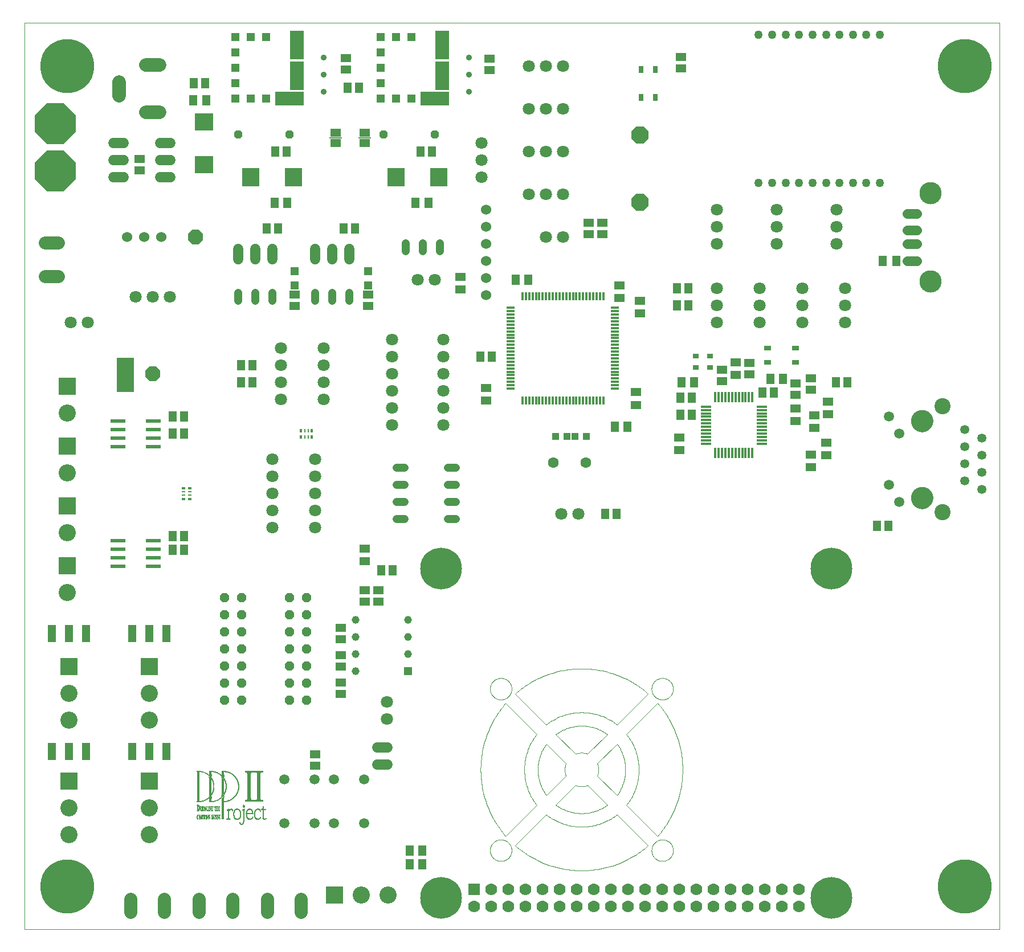
<source format=gts>
G04 EAGLE Gerber X2 export*
%TF.Part,Single*%
%TF.FileFunction,Other,Solder Mask top*%
%TF.FilePolarity,Positive*%
%TF.GenerationSoftware,Autodesk,EAGLE,9.4.0*%
%TF.CreationDate,2019-06-23T03:26:36Z*%
G75*
%MOMM*%
%FSLAX34Y34*%
%LPD*%
%INSolder Mask top*%
%AMOC8*
5,1,8,0,0,1.08239X$1,22.5*%
G01*
%ADD10C,0.000000*%
%ADD11C,0.001000*%
%ADD12R,2.550000X2.700000*%
%ADD13R,1.300000X1.500000*%
%ADD14R,1.270000X1.270000*%
%ADD15R,2.030000X4.320000*%
%ADD16R,4.320000X2.030000*%
%ADD17C,1.600000*%
%ADD18R,2.700000X2.550000*%
%ADD19R,1.500000X1.300000*%
%ADD20C,1.500000*%
%ADD21R,1.100000X1.000000*%
%ADD22C,2.400000*%
%ADD23C,1.350000*%
%ADD24C,3.200000*%
%ADD25R,2.550000X2.550000*%
%ADD26C,2.550000*%
%ADD27C,1.800000*%
%ADD28R,0.500000X0.380000*%
%ADD29R,0.500000X0.250000*%
%ADD30R,2.540000X5.080000*%
%ADD31P,2.336880X8X22.500000*%
%ADD32R,0.300000X1.200000*%
%ADD33R,1.200000X0.300000*%
%ADD34C,1.219200*%
%ADD35R,0.300000X1.500000*%
%ADD36R,1.500000X0.300000*%
%ADD37C,1.524000*%
%ADD38C,1.524000*%
%ADD39P,1.319650X8X202.500000*%
%ADD40R,0.380000X0.500000*%
%ADD41R,0.250000X0.500000*%
%ADD42C,1.981200*%
%ADD43R,0.650000X1.050000*%
%ADD44R,1.050000X0.650000*%
%ADD45P,2.749271X8X112.500000*%
%ADD46C,0.914400*%
%ADD47P,1.484606X8X112.500000*%
%ADD48R,2.200000X0.600000*%
%ADD49R,0.900000X0.650000*%
%ADD50R,1.200000X1.500000*%
%ADD51R,1.778000X1.778000*%
%ADD52C,1.778000*%
%ADD53C,6.200000*%
%ADD54C,2.000000*%
%ADD55C,1.425000*%
%ADD56C,3.316000*%
%ADD57C,1.270000*%
%ADD58R,1.159000X1.159000*%
%ADD59C,1.159000*%
%ADD60P,6.511658X8X292.500000*%
%ADD61R,1.200000X1.200000*%
%ADD62R,1.270000X2.540000*%
%ADD63R,0.150000X0.006000*%
%ADD64R,0.198000X0.006000*%
%ADD65R,0.240000X0.006000*%
%ADD66R,0.276000X0.006000*%
%ADD67R,0.300000X0.006000*%
%ADD68R,0.330000X0.006000*%
%ADD69R,0.354000X0.006000*%
%ADD70R,0.372000X0.006000*%
%ADD71R,0.390000X0.006000*%
%ADD72R,0.414000X0.006000*%
%ADD73R,0.426000X0.006000*%
%ADD74R,0.444000X0.006000*%
%ADD75R,0.462000X0.006000*%
%ADD76R,0.474000X0.006000*%
%ADD77R,0.486000X0.006000*%
%ADD78R,0.498000X0.006000*%
%ADD79R,0.510000X0.006000*%
%ADD80R,0.522000X0.006000*%
%ADD81R,0.246000X0.006000*%
%ADD82R,0.234000X0.006000*%
%ADD83R,0.228000X0.006000*%
%ADD84R,0.216000X0.006000*%
%ADD85R,0.204000X0.006000*%
%ADD86R,0.222000X0.006000*%
%ADD87R,0.192000X0.006000*%
%ADD88R,0.210000X0.006000*%
%ADD89R,0.186000X0.006000*%
%ADD90R,0.180000X0.006000*%
%ADD91R,0.168000X0.006000*%
%ADD92R,0.162000X0.006000*%
%ADD93R,0.144000X0.006000*%
%ADD94R,0.132000X0.006000*%
%ADD95R,0.120000X0.006000*%
%ADD96R,0.108000X0.006000*%
%ADD97R,0.096000X0.006000*%
%ADD98R,0.072000X0.006000*%
%ADD99R,0.036000X0.006000*%
%ADD100R,0.282000X0.006000*%
%ADD101R,0.258000X0.006000*%
%ADD102R,0.342000X0.006000*%
%ADD103R,0.252000X0.006000*%
%ADD104R,0.384000X0.006000*%
%ADD105R,0.348000X0.006000*%
%ADD106R,0.336000X0.006000*%
%ADD107R,0.288000X0.006000*%
%ADD108R,0.324000X0.006000*%
%ADD109R,0.012000X0.006000*%
%ADD110R,0.420000X0.006000*%
%ADD111R,0.402000X0.006000*%
%ADD112R,0.054000X0.006000*%
%ADD113R,0.060000X0.006000*%
%ADD114R,0.066000X0.006000*%
%ADD115R,0.588000X0.006000*%
%ADD116R,0.492000X0.006000*%
%ADD117R,0.438000X0.006000*%
%ADD118R,0.366000X0.006000*%
%ADD119R,0.078000X0.006000*%
%ADD120R,0.090000X0.006000*%
%ADD121R,0.018000X0.006000*%
%ADD122R,0.084000X0.006000*%
%ADD123R,0.024000X0.006000*%
%ADD124R,0.030000X0.006000*%
%ADD125R,0.360000X0.006000*%
%ADD126R,0.594000X0.006000*%
%ADD127R,0.528000X0.006000*%
%ADD128R,0.396000X0.006000*%
%ADD129R,0.102000X0.006000*%
%ADD130R,0.114000X0.006000*%
%ADD131R,0.042000X0.006000*%
%ADD132R,0.552000X0.006000*%
%ADD133R,0.408000X0.006000*%
%ADD134R,0.126000X0.006000*%
%ADD135R,0.156000X0.006000*%
%ADD136R,0.576000X0.006000*%
%ADD137R,0.504000X0.006000*%
%ADD138R,0.432000X0.006000*%
%ADD139R,0.048000X0.006000*%
%ADD140R,0.600000X0.006000*%
%ADD141R,0.546000X0.006000*%
%ADD142R,0.450000X0.006000*%
%ADD143R,0.174000X0.006000*%
%ADD144R,0.624000X0.006000*%
%ADD145R,0.558000X0.006000*%
%ADD146R,0.642000X0.006000*%
%ADD147R,0.582000X0.006000*%
%ADD148R,0.564000X0.006000*%
%ADD149R,0.480000X0.006000*%
%ADD150R,0.666000X0.006000*%
%ADD151R,0.684000X0.006000*%
%ADD152R,0.618000X0.006000*%
%ADD153R,0.702000X0.006000*%
%ADD154R,0.636000X0.006000*%
%ADD155R,0.714000X0.006000*%
%ADD156R,0.648000X0.006000*%
%ADD157R,0.534000X0.006000*%
%ADD158R,0.732000X0.006000*%
%ADD159R,0.306000X0.006000*%
%ADD160R,0.318000X0.006000*%
%ADD161R,0.678000X0.006000*%
%ADD162R,0.660000X0.006000*%
%ADD163R,0.270000X0.006000*%
%ADD164R,0.294000X0.006000*%
%ADD165R,0.264000X0.006000*%
%ADD166R,0.138000X0.006000*%
%ADD167R,0.006000X0.006000*%
%ADD168R,1.104000X0.006000*%
%ADD169R,1.110000X0.006000*%
%ADD170R,1.116000X0.006000*%
%ADD171R,0.312000X0.006000*%
%ADD172R,0.378000X0.006000*%
%ADD173R,0.762000X0.006000*%
%ADD174R,0.630000X0.006000*%
%ADD175R,0.612000X0.006000*%
%ADD176R,0.570000X0.006000*%
%ADD177R,0.606000X0.006000*%
%ADD178R,0.516000X0.006000*%
%ADD179R,0.756000X0.006000*%
%ADD180R,0.750000X0.006000*%
%ADD181R,0.654000X0.006000*%
%ADD182R,0.672000X0.006000*%
%ADD183R,0.708000X0.006000*%
%ADD184R,0.744000X0.006000*%
%ADD185R,0.738000X0.006000*%
%ADD186R,0.768000X0.006000*%
%ADD187R,0.786000X0.006000*%
%ADD188R,2.760000X0.006000*%
%ADD189R,0.822000X0.006000*%
%ADD190R,0.846000X0.006000*%
%ADD191R,2.772000X0.006000*%
%ADD192R,0.810000X0.006000*%
%ADD193R,0.864000X0.006000*%
%ADD194R,0.828000X0.006000*%
%ADD195R,0.894000X0.006000*%
%ADD196R,0.888000X0.006000*%
%ADD197R,0.912000X0.006000*%
%ADD198R,0.906000X0.006000*%
%ADD199R,0.930000X0.006000*%
%ADD200R,0.924000X0.006000*%
%ADD201R,0.954000X0.006000*%
%ADD202R,0.990000X0.006000*%
%ADD203R,0.984000X0.006000*%
%ADD204R,0.900000X0.006000*%
%ADD205R,0.852000X0.006000*%
%ADD206R,0.858000X0.006000*%
%ADD207R,0.726000X0.006000*%
%ADD208R,0.690000X0.006000*%
%ADD209R,0.540000X0.006000*%
%ADD210R,0.696000X0.006000*%
%ADD211R,0.720000X0.006000*%
%ADD212R,0.774000X0.006000*%
%ADD213R,0.792000X0.006000*%
%ADD214R,0.798000X0.006000*%
%ADD215R,0.834000X0.006000*%
%ADD216R,0.870000X0.006000*%
%ADD217R,0.876000X0.006000*%
%ADD218R,0.942000X0.006000*%
%ADD219R,0.936000X0.006000*%
%ADD220R,2.784000X0.006000*%
%ADD221R,2.790000X0.006000*%
%ADD222R,0.456000X0.006000*%
%ADD223R,0.468000X0.006000*%
%ADD224R,0.966000X0.006000*%
%ADD225R,0.948000X0.006000*%
%ADD226R,0.882000X0.006000*%
%ADD227R,0.816000X0.006000*%
%ADD228R,2.778000X0.006000*%
%ADD229R,1.600200X1.168400*%
%ADD230R,1.828800X0.152400*%
%ADD231C,8.000000*%


D10*
X0Y0D02*
X1449200Y0D01*
X1449200Y1347600D01*
X0Y1347600D01*
X0Y0D01*
D11*
X714999Y138591D02*
X761142Y184734D01*
X761143Y184735D02*
X759885Y186370D01*
X758668Y188036D01*
X757492Y189731D01*
X756357Y191454D01*
X755264Y193203D01*
X754214Y194979D01*
X753207Y196780D01*
X752245Y198605D01*
X751326Y200452D01*
X750454Y202322D01*
X749626Y204211D01*
X748845Y206121D01*
X748110Y208049D01*
X747423Y209994D01*
X746782Y211955D01*
X746190Y213931D01*
X745646Y215921D01*
X745150Y217924D01*
X744703Y219938D01*
X744305Y221962D01*
X743956Y223995D01*
X743656Y226037D01*
X743407Y228084D01*
X743207Y230138D01*
X743056Y232195D01*
X742956Y234256D01*
X742906Y236318D01*
X742906Y238382D01*
X742956Y240444D01*
X743056Y242505D01*
X743207Y244562D01*
X743407Y246616D01*
X743656Y248663D01*
X743956Y250705D01*
X744305Y252738D01*
X744703Y254762D01*
X745150Y256776D01*
X745646Y258779D01*
X746190Y260769D01*
X746782Y262745D01*
X747423Y264706D01*
X748110Y266651D01*
X748845Y268579D01*
X749626Y270489D01*
X750454Y272378D01*
X751326Y274248D01*
X752245Y276095D01*
X753207Y277920D01*
X754214Y279721D01*
X755264Y281497D01*
X756357Y283246D01*
X757492Y284969D01*
X758668Y286664D01*
X759885Y288330D01*
X761143Y289965D01*
X761142Y289966D02*
X714999Y336109D01*
X712627Y333329D01*
X710324Y330493D01*
X708090Y327601D01*
X705927Y324655D01*
X703837Y321658D01*
X701820Y318611D01*
X699878Y315516D01*
X698012Y312374D01*
X696223Y309187D01*
X694512Y305958D01*
X692881Y302689D01*
X691329Y299380D01*
X689859Y296035D01*
X688470Y292655D01*
X687164Y289242D01*
X685942Y285798D01*
X684804Y282326D01*
X683751Y278827D01*
X682784Y275303D01*
X681902Y271756D01*
X681107Y268190D01*
X680400Y264605D01*
X679780Y261004D01*
X679247Y257388D01*
X678803Y253761D01*
X678448Y250124D01*
X678181Y246480D01*
X678003Y242830D01*
X677914Y239177D01*
X677914Y235523D01*
X678003Y231870D01*
X678181Y228220D01*
X678448Y224576D01*
X678803Y220939D01*
X679247Y217312D01*
X679780Y213696D01*
X680400Y210095D01*
X681107Y206510D01*
X681902Y202944D01*
X682784Y199397D01*
X683751Y195873D01*
X684804Y192374D01*
X685942Y188902D01*
X687164Y185458D01*
X688470Y182045D01*
X689859Y178665D01*
X691329Y175320D01*
X692881Y172011D01*
X694512Y168742D01*
X696223Y165513D01*
X698012Y162326D01*
X699878Y159184D01*
X701820Y156089D01*
X703837Y153042D01*
X705927Y150045D01*
X708090Y147099D01*
X710324Y144207D01*
X712627Y141371D01*
X714999Y138591D01*
X880516Y304108D02*
X926659Y350251D01*
X880515Y304107D02*
X878880Y305365D01*
X877214Y306582D01*
X875519Y307758D01*
X873796Y308893D01*
X872047Y309986D01*
X870271Y311036D01*
X868470Y312043D01*
X866645Y313005D01*
X864798Y313924D01*
X862928Y314796D01*
X861039Y315624D01*
X859129Y316405D01*
X857201Y317140D01*
X855256Y317827D01*
X853295Y318468D01*
X851319Y319060D01*
X849329Y319604D01*
X847326Y320100D01*
X845312Y320547D01*
X843288Y320945D01*
X841255Y321294D01*
X839213Y321594D01*
X837166Y321843D01*
X835112Y322043D01*
X833055Y322194D01*
X830994Y322294D01*
X828932Y322344D01*
X826868Y322344D01*
X824806Y322294D01*
X822745Y322194D01*
X820688Y322043D01*
X818634Y321843D01*
X816587Y321594D01*
X814545Y321294D01*
X812512Y320945D01*
X810488Y320547D01*
X808474Y320100D01*
X806471Y319604D01*
X804481Y319060D01*
X802505Y318468D01*
X800544Y317827D01*
X798599Y317140D01*
X796671Y316405D01*
X794761Y315624D01*
X792872Y314796D01*
X791002Y313924D01*
X789155Y313005D01*
X787330Y312043D01*
X785529Y311036D01*
X783753Y309986D01*
X782004Y308893D01*
X780281Y307758D01*
X778586Y306582D01*
X776920Y305365D01*
X775285Y304107D01*
X775284Y304108D02*
X729141Y350251D01*
X731921Y352623D01*
X734757Y354926D01*
X737649Y357160D01*
X740595Y359323D01*
X743592Y361413D01*
X746639Y363430D01*
X749734Y365372D01*
X752876Y367238D01*
X756063Y369027D01*
X759292Y370738D01*
X762561Y372369D01*
X765870Y373921D01*
X769215Y375391D01*
X772595Y376780D01*
X776008Y378086D01*
X779452Y379308D01*
X782924Y380446D01*
X786423Y381499D01*
X789947Y382466D01*
X793494Y383348D01*
X797060Y384143D01*
X800645Y384850D01*
X804246Y385470D01*
X807862Y386003D01*
X811489Y386447D01*
X815126Y386802D01*
X818770Y387069D01*
X822420Y387247D01*
X826073Y387336D01*
X829727Y387336D01*
X833380Y387247D01*
X837030Y387069D01*
X840674Y386802D01*
X844311Y386447D01*
X847938Y386003D01*
X851554Y385470D01*
X855155Y384850D01*
X858740Y384143D01*
X862306Y383348D01*
X865853Y382466D01*
X869377Y381499D01*
X872876Y380446D01*
X876348Y379308D01*
X879792Y378086D01*
X883205Y376780D01*
X886585Y375391D01*
X889930Y373921D01*
X893239Y372369D01*
X896508Y370738D01*
X899737Y369027D01*
X902924Y367238D01*
X906066Y365372D01*
X909161Y363430D01*
X912208Y361413D01*
X915205Y359323D01*
X918151Y357160D01*
X921043Y354926D01*
X923879Y352623D01*
X926659Y350251D01*
X880516Y170592D02*
X926659Y124449D01*
X880515Y170593D02*
X878880Y169335D01*
X877214Y168118D01*
X875519Y166942D01*
X873796Y165807D01*
X872047Y164714D01*
X870271Y163664D01*
X868470Y162657D01*
X866645Y161695D01*
X864798Y160776D01*
X862928Y159904D01*
X861039Y159076D01*
X859129Y158295D01*
X857201Y157560D01*
X855256Y156873D01*
X853295Y156232D01*
X851319Y155640D01*
X849329Y155096D01*
X847326Y154600D01*
X845312Y154153D01*
X843288Y153755D01*
X841255Y153406D01*
X839213Y153106D01*
X837166Y152857D01*
X835112Y152657D01*
X833055Y152506D01*
X830994Y152406D01*
X828932Y152356D01*
X826868Y152356D01*
X824806Y152406D01*
X822745Y152506D01*
X820688Y152657D01*
X818634Y152857D01*
X816587Y153106D01*
X814545Y153406D01*
X812512Y153755D01*
X810488Y154153D01*
X808474Y154600D01*
X806471Y155096D01*
X804481Y155640D01*
X802505Y156232D01*
X800544Y156873D01*
X798599Y157560D01*
X796671Y158295D01*
X794761Y159076D01*
X792872Y159904D01*
X791002Y160776D01*
X789155Y161695D01*
X787330Y162657D01*
X785529Y163664D01*
X783753Y164714D01*
X782004Y165807D01*
X780281Y166942D01*
X778586Y168118D01*
X776920Y169335D01*
X775285Y170593D01*
X775284Y170592D02*
X729141Y124449D01*
X731921Y122077D01*
X734757Y119774D01*
X737649Y117540D01*
X740595Y115377D01*
X743592Y113287D01*
X746639Y111270D01*
X749734Y109328D01*
X752876Y107462D01*
X756063Y105673D01*
X759292Y103962D01*
X762561Y102331D01*
X765870Y100779D01*
X769215Y99309D01*
X772595Y97920D01*
X776008Y96614D01*
X779452Y95392D01*
X782924Y94254D01*
X786423Y93201D01*
X789947Y92234D01*
X793494Y91352D01*
X797060Y90557D01*
X800645Y89850D01*
X804246Y89230D01*
X807862Y88697D01*
X811489Y88253D01*
X815126Y87898D01*
X818770Y87631D01*
X822420Y87453D01*
X826073Y87364D01*
X829727Y87364D01*
X833380Y87453D01*
X837030Y87631D01*
X840674Y87898D01*
X844311Y88253D01*
X847938Y88697D01*
X851554Y89230D01*
X855155Y89850D01*
X858740Y90557D01*
X862306Y91352D01*
X865853Y92234D01*
X869377Y93201D01*
X872876Y94254D01*
X876348Y95392D01*
X879792Y96614D01*
X883205Y97920D01*
X886585Y99309D01*
X889930Y100779D01*
X893239Y102331D01*
X896508Y103962D01*
X899737Y105673D01*
X902924Y107462D01*
X906066Y109328D01*
X909161Y111270D01*
X912208Y113287D01*
X915205Y115377D01*
X918151Y117540D01*
X921043Y119774D01*
X923879Y122077D01*
X926659Y124449D01*
X894657Y184735D02*
X895915Y186370D01*
X897132Y188036D01*
X898308Y189731D01*
X899443Y191454D01*
X900536Y193203D01*
X901586Y194979D01*
X902593Y196780D01*
X903555Y198605D01*
X904474Y200452D01*
X905346Y202322D01*
X906174Y204211D01*
X906955Y206121D01*
X907690Y208049D01*
X908377Y209994D01*
X909018Y211955D01*
X909610Y213931D01*
X910154Y215921D01*
X910650Y217924D01*
X911097Y219938D01*
X911495Y221962D01*
X911844Y223995D01*
X912144Y226037D01*
X912393Y228084D01*
X912593Y230138D01*
X912744Y232195D01*
X912844Y234256D01*
X912894Y236318D01*
X912894Y238382D01*
X912844Y240444D01*
X912744Y242505D01*
X912593Y244562D01*
X912393Y246616D01*
X912144Y248663D01*
X911844Y250705D01*
X911495Y252738D01*
X911097Y254762D01*
X910650Y256776D01*
X910154Y258779D01*
X909610Y260769D01*
X909018Y262745D01*
X908377Y264706D01*
X907690Y266651D01*
X906955Y268579D01*
X906174Y270489D01*
X905346Y272378D01*
X904474Y274248D01*
X903555Y276095D01*
X902593Y277920D01*
X901586Y279721D01*
X900536Y281497D01*
X899443Y283246D01*
X898308Y284969D01*
X897132Y286664D01*
X895915Y288330D01*
X894657Y289965D01*
X894658Y184734D02*
X940801Y138591D01*
X943173Y141371D01*
X945476Y144207D01*
X947710Y147099D01*
X949873Y150045D01*
X951963Y153042D01*
X953980Y156089D01*
X955922Y159184D01*
X957788Y162326D01*
X959577Y165513D01*
X961288Y168742D01*
X962919Y172011D01*
X964471Y175320D01*
X965941Y178665D01*
X967330Y182045D01*
X968636Y185458D01*
X969858Y188902D01*
X970996Y192374D01*
X972049Y195873D01*
X973016Y199397D01*
X973898Y202944D01*
X974693Y206510D01*
X975400Y210095D01*
X976020Y213696D01*
X976553Y217312D01*
X976997Y220939D01*
X977352Y224576D01*
X977619Y228220D01*
X977797Y231870D01*
X977886Y235523D01*
X977886Y239177D01*
X977797Y242830D01*
X977619Y246480D01*
X977352Y250124D01*
X976997Y253761D01*
X976553Y257388D01*
X976020Y261004D01*
X975400Y264605D01*
X974693Y268190D01*
X973898Y271756D01*
X973016Y275303D01*
X972049Y278827D01*
X970996Y282326D01*
X969858Y285798D01*
X968636Y289242D01*
X967330Y292655D01*
X965941Y296035D01*
X964471Y299380D01*
X962919Y302689D01*
X961288Y305958D01*
X959577Y309187D01*
X957788Y312374D01*
X955922Y315516D01*
X953980Y318611D01*
X951963Y321658D01*
X949873Y324655D01*
X947710Y327601D01*
X945476Y330493D01*
X943173Y333329D01*
X940801Y336109D01*
X894658Y289966D01*
X880386Y275694D02*
X881301Y274409D01*
X882184Y273102D01*
X883036Y271774D01*
X883855Y270426D01*
X884641Y269059D01*
X885394Y267673D01*
X886113Y266269D01*
X886797Y264848D01*
X887447Y263411D01*
X888062Y261958D01*
X888641Y260491D01*
X889185Y259010D01*
X889692Y257517D01*
X890163Y256012D01*
X890598Y254495D01*
X890996Y252969D01*
X891356Y251433D01*
X891679Y249890D01*
X891964Y248338D01*
X892212Y246781D01*
X892422Y245217D01*
X892594Y243649D01*
X892728Y242078D01*
X892823Y240503D01*
X892881Y238927D01*
X892900Y237350D01*
X892881Y235773D01*
X892823Y234197D01*
X892728Y232622D01*
X892594Y231051D01*
X892422Y229483D01*
X892212Y227919D01*
X891964Y226362D01*
X891679Y224810D01*
X891356Y223267D01*
X890996Y221731D01*
X890598Y220205D01*
X890163Y218688D01*
X889692Y217183D01*
X889185Y215690D01*
X888641Y214209D01*
X888062Y212742D01*
X887447Y211289D01*
X886797Y209852D01*
X886113Y208431D01*
X885394Y207027D01*
X884641Y205641D01*
X883855Y204274D01*
X883036Y202926D01*
X882184Y201598D01*
X881301Y200291D01*
X880386Y199006D01*
X851173Y228219D01*
X851387Y228783D01*
X851586Y229352D01*
X851772Y229926D01*
X851944Y230504D01*
X852102Y231086D01*
X852247Y231671D01*
X852376Y232260D01*
X852492Y232852D01*
X852593Y233446D01*
X852680Y234043D01*
X852753Y234642D01*
X852811Y235242D01*
X852855Y235843D01*
X852884Y236446D01*
X852898Y237048D01*
X852898Y237652D01*
X852884Y238254D01*
X852855Y238857D01*
X852811Y239458D01*
X852753Y240058D01*
X852680Y240657D01*
X852593Y241254D01*
X852492Y241848D01*
X852376Y242440D01*
X852247Y243029D01*
X852102Y243614D01*
X851944Y244196D01*
X851772Y244774D01*
X851586Y245348D01*
X851387Y245917D01*
X851173Y246481D01*
X880386Y275694D01*
X866244Y289836D02*
X864959Y290751D01*
X863652Y291634D01*
X862324Y292486D01*
X860976Y293305D01*
X859609Y294091D01*
X858223Y294844D01*
X856819Y295563D01*
X855398Y296247D01*
X853961Y296897D01*
X852508Y297512D01*
X851041Y298091D01*
X849560Y298635D01*
X848067Y299142D01*
X846562Y299613D01*
X845045Y300048D01*
X843519Y300446D01*
X841983Y300806D01*
X840440Y301129D01*
X838888Y301414D01*
X837331Y301662D01*
X835767Y301872D01*
X834199Y302044D01*
X832628Y302178D01*
X831053Y302273D01*
X829477Y302331D01*
X827900Y302350D01*
X826323Y302331D01*
X824747Y302273D01*
X823172Y302178D01*
X821601Y302044D01*
X820033Y301872D01*
X818469Y301662D01*
X816912Y301414D01*
X815360Y301129D01*
X813817Y300806D01*
X812281Y300446D01*
X810755Y300048D01*
X809238Y299613D01*
X807733Y299142D01*
X806240Y298635D01*
X804759Y298091D01*
X803292Y297512D01*
X801839Y296897D01*
X800402Y296247D01*
X798981Y295563D01*
X797577Y294844D01*
X796191Y294091D01*
X794824Y293305D01*
X793476Y292486D01*
X792148Y291634D01*
X790841Y290751D01*
X789556Y289836D01*
X818769Y260623D01*
X819333Y260837D01*
X819902Y261036D01*
X820476Y261222D01*
X821054Y261394D01*
X821636Y261552D01*
X822221Y261697D01*
X822810Y261826D01*
X823402Y261942D01*
X823996Y262043D01*
X824593Y262130D01*
X825192Y262203D01*
X825792Y262261D01*
X826393Y262305D01*
X826996Y262334D01*
X827598Y262348D01*
X828202Y262348D01*
X828804Y262334D01*
X829407Y262305D01*
X830008Y262261D01*
X830608Y262203D01*
X831207Y262130D01*
X831804Y262043D01*
X832398Y261942D01*
X832990Y261826D01*
X833579Y261697D01*
X834164Y261552D01*
X834746Y261394D01*
X835324Y261222D01*
X835898Y261036D01*
X836467Y260837D01*
X837031Y260623D01*
X866244Y289836D01*
X837031Y214077D02*
X836467Y213863D01*
X835898Y213664D01*
X835324Y213478D01*
X834746Y213306D01*
X834164Y213148D01*
X833579Y213003D01*
X832990Y212874D01*
X832398Y212758D01*
X831804Y212657D01*
X831207Y212570D01*
X830608Y212497D01*
X830008Y212439D01*
X829407Y212395D01*
X828804Y212366D01*
X828202Y212352D01*
X827598Y212352D01*
X826996Y212366D01*
X826393Y212395D01*
X825792Y212439D01*
X825192Y212497D01*
X824593Y212570D01*
X823996Y212657D01*
X823402Y212758D01*
X822810Y212874D01*
X822221Y213003D01*
X821636Y213148D01*
X821054Y213306D01*
X820476Y213478D01*
X819902Y213664D01*
X819333Y213863D01*
X818769Y214077D01*
X837031Y214077D02*
X866244Y184864D01*
X864959Y183949D01*
X863652Y183066D01*
X862324Y182214D01*
X860976Y181395D01*
X859609Y180609D01*
X858223Y179856D01*
X856819Y179137D01*
X855398Y178453D01*
X853961Y177803D01*
X852508Y177188D01*
X851041Y176609D01*
X849560Y176065D01*
X848067Y175558D01*
X846562Y175087D01*
X845045Y174652D01*
X843519Y174254D01*
X841983Y173894D01*
X840440Y173571D01*
X838888Y173286D01*
X837331Y173038D01*
X835767Y172828D01*
X834199Y172656D01*
X832628Y172522D01*
X831053Y172427D01*
X829477Y172369D01*
X827900Y172350D01*
X826323Y172369D01*
X824747Y172427D01*
X823172Y172522D01*
X821601Y172656D01*
X820033Y172828D01*
X818469Y173038D01*
X816912Y173286D01*
X815360Y173571D01*
X813817Y173894D01*
X812281Y174254D01*
X810755Y174652D01*
X809238Y175087D01*
X807733Y175558D01*
X806240Y176065D01*
X804759Y176609D01*
X803292Y177188D01*
X801839Y177803D01*
X800402Y178453D01*
X798981Y179137D01*
X797577Y179856D01*
X796191Y180609D01*
X794824Y181395D01*
X793476Y182214D01*
X792148Y183066D01*
X790841Y183949D01*
X789556Y184864D01*
X818769Y214077D01*
X804627Y228219D02*
X804413Y228783D01*
X804214Y229352D01*
X804028Y229926D01*
X803856Y230504D01*
X803698Y231086D01*
X803553Y231671D01*
X803424Y232260D01*
X803308Y232852D01*
X803207Y233446D01*
X803120Y234043D01*
X803047Y234642D01*
X802989Y235242D01*
X802945Y235843D01*
X802916Y236446D01*
X802902Y237048D01*
X802902Y237652D01*
X802916Y238254D01*
X802945Y238857D01*
X802989Y239458D01*
X803047Y240058D01*
X803120Y240657D01*
X803207Y241254D01*
X803308Y241848D01*
X803424Y242440D01*
X803553Y243029D01*
X803698Y243614D01*
X803856Y244196D01*
X804028Y244774D01*
X804214Y245348D01*
X804413Y245917D01*
X804627Y246481D01*
X775414Y275694D01*
X774499Y274409D01*
X773616Y273102D01*
X772764Y271774D01*
X771945Y270426D01*
X771159Y269059D01*
X770406Y267673D01*
X769687Y266269D01*
X769003Y264848D01*
X768353Y263411D01*
X767738Y261958D01*
X767159Y260491D01*
X766615Y259010D01*
X766108Y257517D01*
X765637Y256012D01*
X765202Y254495D01*
X764804Y252969D01*
X764444Y251433D01*
X764121Y249890D01*
X763836Y248338D01*
X763588Y246781D01*
X763378Y245217D01*
X763206Y243649D01*
X763072Y242078D01*
X762977Y240503D01*
X762919Y238927D01*
X762900Y237350D01*
X762919Y235773D01*
X762977Y234197D01*
X763072Y232622D01*
X763206Y231051D01*
X763378Y229483D01*
X763588Y227919D01*
X763836Y226362D01*
X764121Y224810D01*
X764444Y223267D01*
X764804Y221731D01*
X765202Y220205D01*
X765637Y218688D01*
X766108Y217183D01*
X766615Y215690D01*
X767159Y214209D01*
X767738Y212742D01*
X768353Y211289D01*
X769003Y209852D01*
X769687Y208431D01*
X770406Y207027D01*
X771159Y205641D01*
X771945Y204274D01*
X772764Y202926D01*
X773616Y201598D01*
X774499Y200291D01*
X775414Y199006D01*
X804627Y228219D01*
X691900Y117350D02*
X691905Y117743D01*
X691919Y118135D01*
X691943Y118527D01*
X691977Y118918D01*
X692020Y119309D01*
X692073Y119698D01*
X692136Y120085D01*
X692207Y120471D01*
X692289Y120856D01*
X692379Y121238D01*
X692480Y121617D01*
X692589Y121995D01*
X692708Y122369D01*
X692835Y122740D01*
X692972Y123108D01*
X693118Y123473D01*
X693273Y123834D01*
X693436Y124191D01*
X693608Y124544D01*
X693789Y124892D01*
X693979Y125236D01*
X694176Y125576D01*
X694382Y125910D01*
X694596Y126239D01*
X694819Y126563D01*
X695049Y126881D01*
X695286Y127194D01*
X695532Y127500D01*
X695785Y127801D01*
X696045Y128095D01*
X696312Y128383D01*
X696586Y128664D01*
X696867Y128938D01*
X697155Y129205D01*
X697449Y129465D01*
X697750Y129718D01*
X698056Y129964D01*
X698369Y130201D01*
X698687Y130431D01*
X699011Y130654D01*
X699340Y130868D01*
X699674Y131074D01*
X700014Y131271D01*
X700358Y131461D01*
X700706Y131642D01*
X701059Y131814D01*
X701416Y131977D01*
X701777Y132132D01*
X702142Y132278D01*
X702510Y132415D01*
X702881Y132542D01*
X703255Y132661D01*
X703633Y132770D01*
X704012Y132871D01*
X704394Y132961D01*
X704779Y133043D01*
X705165Y133114D01*
X705552Y133177D01*
X705941Y133230D01*
X706332Y133273D01*
X706723Y133307D01*
X707115Y133331D01*
X707507Y133345D01*
X707900Y133350D01*
X708293Y133345D01*
X708685Y133331D01*
X709077Y133307D01*
X709468Y133273D01*
X709859Y133230D01*
X710248Y133177D01*
X710635Y133114D01*
X711021Y133043D01*
X711406Y132961D01*
X711788Y132871D01*
X712167Y132770D01*
X712545Y132661D01*
X712919Y132542D01*
X713290Y132415D01*
X713658Y132278D01*
X714023Y132132D01*
X714384Y131977D01*
X714741Y131814D01*
X715094Y131642D01*
X715442Y131461D01*
X715786Y131271D01*
X716126Y131074D01*
X716460Y130868D01*
X716789Y130654D01*
X717113Y130431D01*
X717431Y130201D01*
X717744Y129964D01*
X718050Y129718D01*
X718351Y129465D01*
X718645Y129205D01*
X718933Y128938D01*
X719214Y128664D01*
X719488Y128383D01*
X719755Y128095D01*
X720015Y127801D01*
X720268Y127500D01*
X720514Y127194D01*
X720751Y126881D01*
X720981Y126563D01*
X721204Y126239D01*
X721418Y125910D01*
X721624Y125576D01*
X721821Y125236D01*
X722011Y124892D01*
X722192Y124544D01*
X722364Y124191D01*
X722527Y123834D01*
X722682Y123473D01*
X722828Y123108D01*
X722965Y122740D01*
X723092Y122369D01*
X723211Y121995D01*
X723320Y121617D01*
X723421Y121238D01*
X723511Y120856D01*
X723593Y120471D01*
X723664Y120085D01*
X723727Y119698D01*
X723780Y119309D01*
X723823Y118918D01*
X723857Y118527D01*
X723881Y118135D01*
X723895Y117743D01*
X723900Y117350D01*
X723895Y116957D01*
X723881Y116565D01*
X723857Y116173D01*
X723823Y115782D01*
X723780Y115391D01*
X723727Y115002D01*
X723664Y114615D01*
X723593Y114229D01*
X723511Y113844D01*
X723421Y113462D01*
X723320Y113083D01*
X723211Y112705D01*
X723092Y112331D01*
X722965Y111960D01*
X722828Y111592D01*
X722682Y111227D01*
X722527Y110866D01*
X722364Y110509D01*
X722192Y110156D01*
X722011Y109808D01*
X721821Y109464D01*
X721624Y109124D01*
X721418Y108790D01*
X721204Y108461D01*
X720981Y108137D01*
X720751Y107819D01*
X720514Y107506D01*
X720268Y107200D01*
X720015Y106899D01*
X719755Y106605D01*
X719488Y106317D01*
X719214Y106036D01*
X718933Y105762D01*
X718645Y105495D01*
X718351Y105235D01*
X718050Y104982D01*
X717744Y104736D01*
X717431Y104499D01*
X717113Y104269D01*
X716789Y104046D01*
X716460Y103832D01*
X716126Y103626D01*
X715786Y103429D01*
X715442Y103239D01*
X715094Y103058D01*
X714741Y102886D01*
X714384Y102723D01*
X714023Y102568D01*
X713658Y102422D01*
X713290Y102285D01*
X712919Y102158D01*
X712545Y102039D01*
X712167Y101930D01*
X711788Y101829D01*
X711406Y101739D01*
X711021Y101657D01*
X710635Y101586D01*
X710248Y101523D01*
X709859Y101470D01*
X709468Y101427D01*
X709077Y101393D01*
X708685Y101369D01*
X708293Y101355D01*
X707900Y101350D01*
X707507Y101355D01*
X707115Y101369D01*
X706723Y101393D01*
X706332Y101427D01*
X705941Y101470D01*
X705552Y101523D01*
X705165Y101586D01*
X704779Y101657D01*
X704394Y101739D01*
X704012Y101829D01*
X703633Y101930D01*
X703255Y102039D01*
X702881Y102158D01*
X702510Y102285D01*
X702142Y102422D01*
X701777Y102568D01*
X701416Y102723D01*
X701059Y102886D01*
X700706Y103058D01*
X700358Y103239D01*
X700014Y103429D01*
X699674Y103626D01*
X699340Y103832D01*
X699011Y104046D01*
X698687Y104269D01*
X698369Y104499D01*
X698056Y104736D01*
X697750Y104982D01*
X697449Y105235D01*
X697155Y105495D01*
X696867Y105762D01*
X696586Y106036D01*
X696312Y106317D01*
X696045Y106605D01*
X695785Y106899D01*
X695532Y107200D01*
X695286Y107506D01*
X695049Y107819D01*
X694819Y108137D01*
X694596Y108461D01*
X694382Y108790D01*
X694176Y109124D01*
X693979Y109464D01*
X693789Y109808D01*
X693608Y110156D01*
X693436Y110509D01*
X693273Y110866D01*
X693118Y111227D01*
X692972Y111592D01*
X692835Y111960D01*
X692708Y112331D01*
X692589Y112705D01*
X692480Y113083D01*
X692379Y113462D01*
X692289Y113844D01*
X692207Y114229D01*
X692136Y114615D01*
X692073Y115002D01*
X692020Y115391D01*
X691977Y115782D01*
X691943Y116173D01*
X691919Y116565D01*
X691905Y116957D01*
X691900Y117350D01*
X691900Y357350D02*
X691905Y357743D01*
X691919Y358135D01*
X691943Y358527D01*
X691977Y358918D01*
X692020Y359309D01*
X692073Y359698D01*
X692136Y360085D01*
X692207Y360471D01*
X692289Y360856D01*
X692379Y361238D01*
X692480Y361617D01*
X692589Y361995D01*
X692708Y362369D01*
X692835Y362740D01*
X692972Y363108D01*
X693118Y363473D01*
X693273Y363834D01*
X693436Y364191D01*
X693608Y364544D01*
X693789Y364892D01*
X693979Y365236D01*
X694176Y365576D01*
X694382Y365910D01*
X694596Y366239D01*
X694819Y366563D01*
X695049Y366881D01*
X695286Y367194D01*
X695532Y367500D01*
X695785Y367801D01*
X696045Y368095D01*
X696312Y368383D01*
X696586Y368664D01*
X696867Y368938D01*
X697155Y369205D01*
X697449Y369465D01*
X697750Y369718D01*
X698056Y369964D01*
X698369Y370201D01*
X698687Y370431D01*
X699011Y370654D01*
X699340Y370868D01*
X699674Y371074D01*
X700014Y371271D01*
X700358Y371461D01*
X700706Y371642D01*
X701059Y371814D01*
X701416Y371977D01*
X701777Y372132D01*
X702142Y372278D01*
X702510Y372415D01*
X702881Y372542D01*
X703255Y372661D01*
X703633Y372770D01*
X704012Y372871D01*
X704394Y372961D01*
X704779Y373043D01*
X705165Y373114D01*
X705552Y373177D01*
X705941Y373230D01*
X706332Y373273D01*
X706723Y373307D01*
X707115Y373331D01*
X707507Y373345D01*
X707900Y373350D01*
X708293Y373345D01*
X708685Y373331D01*
X709077Y373307D01*
X709468Y373273D01*
X709859Y373230D01*
X710248Y373177D01*
X710635Y373114D01*
X711021Y373043D01*
X711406Y372961D01*
X711788Y372871D01*
X712167Y372770D01*
X712545Y372661D01*
X712919Y372542D01*
X713290Y372415D01*
X713658Y372278D01*
X714023Y372132D01*
X714384Y371977D01*
X714741Y371814D01*
X715094Y371642D01*
X715442Y371461D01*
X715786Y371271D01*
X716126Y371074D01*
X716460Y370868D01*
X716789Y370654D01*
X717113Y370431D01*
X717431Y370201D01*
X717744Y369964D01*
X718050Y369718D01*
X718351Y369465D01*
X718645Y369205D01*
X718933Y368938D01*
X719214Y368664D01*
X719488Y368383D01*
X719755Y368095D01*
X720015Y367801D01*
X720268Y367500D01*
X720514Y367194D01*
X720751Y366881D01*
X720981Y366563D01*
X721204Y366239D01*
X721418Y365910D01*
X721624Y365576D01*
X721821Y365236D01*
X722011Y364892D01*
X722192Y364544D01*
X722364Y364191D01*
X722527Y363834D01*
X722682Y363473D01*
X722828Y363108D01*
X722965Y362740D01*
X723092Y362369D01*
X723211Y361995D01*
X723320Y361617D01*
X723421Y361238D01*
X723511Y360856D01*
X723593Y360471D01*
X723664Y360085D01*
X723727Y359698D01*
X723780Y359309D01*
X723823Y358918D01*
X723857Y358527D01*
X723881Y358135D01*
X723895Y357743D01*
X723900Y357350D01*
X723895Y356957D01*
X723881Y356565D01*
X723857Y356173D01*
X723823Y355782D01*
X723780Y355391D01*
X723727Y355002D01*
X723664Y354615D01*
X723593Y354229D01*
X723511Y353844D01*
X723421Y353462D01*
X723320Y353083D01*
X723211Y352705D01*
X723092Y352331D01*
X722965Y351960D01*
X722828Y351592D01*
X722682Y351227D01*
X722527Y350866D01*
X722364Y350509D01*
X722192Y350156D01*
X722011Y349808D01*
X721821Y349464D01*
X721624Y349124D01*
X721418Y348790D01*
X721204Y348461D01*
X720981Y348137D01*
X720751Y347819D01*
X720514Y347506D01*
X720268Y347200D01*
X720015Y346899D01*
X719755Y346605D01*
X719488Y346317D01*
X719214Y346036D01*
X718933Y345762D01*
X718645Y345495D01*
X718351Y345235D01*
X718050Y344982D01*
X717744Y344736D01*
X717431Y344499D01*
X717113Y344269D01*
X716789Y344046D01*
X716460Y343832D01*
X716126Y343626D01*
X715786Y343429D01*
X715442Y343239D01*
X715094Y343058D01*
X714741Y342886D01*
X714384Y342723D01*
X714023Y342568D01*
X713658Y342422D01*
X713290Y342285D01*
X712919Y342158D01*
X712545Y342039D01*
X712167Y341930D01*
X711788Y341829D01*
X711406Y341739D01*
X711021Y341657D01*
X710635Y341586D01*
X710248Y341523D01*
X709859Y341470D01*
X709468Y341427D01*
X709077Y341393D01*
X708685Y341369D01*
X708293Y341355D01*
X707900Y341350D01*
X707507Y341355D01*
X707115Y341369D01*
X706723Y341393D01*
X706332Y341427D01*
X705941Y341470D01*
X705552Y341523D01*
X705165Y341586D01*
X704779Y341657D01*
X704394Y341739D01*
X704012Y341829D01*
X703633Y341930D01*
X703255Y342039D01*
X702881Y342158D01*
X702510Y342285D01*
X702142Y342422D01*
X701777Y342568D01*
X701416Y342723D01*
X701059Y342886D01*
X700706Y343058D01*
X700358Y343239D01*
X700014Y343429D01*
X699674Y343626D01*
X699340Y343832D01*
X699011Y344046D01*
X698687Y344269D01*
X698369Y344499D01*
X698056Y344736D01*
X697750Y344982D01*
X697449Y345235D01*
X697155Y345495D01*
X696867Y345762D01*
X696586Y346036D01*
X696312Y346317D01*
X696045Y346605D01*
X695785Y346899D01*
X695532Y347200D01*
X695286Y347506D01*
X695049Y347819D01*
X694819Y348137D01*
X694596Y348461D01*
X694382Y348790D01*
X694176Y349124D01*
X693979Y349464D01*
X693789Y349808D01*
X693608Y350156D01*
X693436Y350509D01*
X693273Y350866D01*
X693118Y351227D01*
X692972Y351592D01*
X692835Y351960D01*
X692708Y352331D01*
X692589Y352705D01*
X692480Y353083D01*
X692379Y353462D01*
X692289Y353844D01*
X692207Y354229D01*
X692136Y354615D01*
X692073Y355002D01*
X692020Y355391D01*
X691977Y355782D01*
X691943Y356173D01*
X691919Y356565D01*
X691905Y356957D01*
X691900Y357350D01*
X931900Y357350D02*
X931905Y357743D01*
X931919Y358135D01*
X931943Y358527D01*
X931977Y358918D01*
X932020Y359309D01*
X932073Y359698D01*
X932136Y360085D01*
X932207Y360471D01*
X932289Y360856D01*
X932379Y361238D01*
X932480Y361617D01*
X932589Y361995D01*
X932708Y362369D01*
X932835Y362740D01*
X932972Y363108D01*
X933118Y363473D01*
X933273Y363834D01*
X933436Y364191D01*
X933608Y364544D01*
X933789Y364892D01*
X933979Y365236D01*
X934176Y365576D01*
X934382Y365910D01*
X934596Y366239D01*
X934819Y366563D01*
X935049Y366881D01*
X935286Y367194D01*
X935532Y367500D01*
X935785Y367801D01*
X936045Y368095D01*
X936312Y368383D01*
X936586Y368664D01*
X936867Y368938D01*
X937155Y369205D01*
X937449Y369465D01*
X937750Y369718D01*
X938056Y369964D01*
X938369Y370201D01*
X938687Y370431D01*
X939011Y370654D01*
X939340Y370868D01*
X939674Y371074D01*
X940014Y371271D01*
X940358Y371461D01*
X940706Y371642D01*
X941059Y371814D01*
X941416Y371977D01*
X941777Y372132D01*
X942142Y372278D01*
X942510Y372415D01*
X942881Y372542D01*
X943255Y372661D01*
X943633Y372770D01*
X944012Y372871D01*
X944394Y372961D01*
X944779Y373043D01*
X945165Y373114D01*
X945552Y373177D01*
X945941Y373230D01*
X946332Y373273D01*
X946723Y373307D01*
X947115Y373331D01*
X947507Y373345D01*
X947900Y373350D01*
X948293Y373345D01*
X948685Y373331D01*
X949077Y373307D01*
X949468Y373273D01*
X949859Y373230D01*
X950248Y373177D01*
X950635Y373114D01*
X951021Y373043D01*
X951406Y372961D01*
X951788Y372871D01*
X952167Y372770D01*
X952545Y372661D01*
X952919Y372542D01*
X953290Y372415D01*
X953658Y372278D01*
X954023Y372132D01*
X954384Y371977D01*
X954741Y371814D01*
X955094Y371642D01*
X955442Y371461D01*
X955786Y371271D01*
X956126Y371074D01*
X956460Y370868D01*
X956789Y370654D01*
X957113Y370431D01*
X957431Y370201D01*
X957744Y369964D01*
X958050Y369718D01*
X958351Y369465D01*
X958645Y369205D01*
X958933Y368938D01*
X959214Y368664D01*
X959488Y368383D01*
X959755Y368095D01*
X960015Y367801D01*
X960268Y367500D01*
X960514Y367194D01*
X960751Y366881D01*
X960981Y366563D01*
X961204Y366239D01*
X961418Y365910D01*
X961624Y365576D01*
X961821Y365236D01*
X962011Y364892D01*
X962192Y364544D01*
X962364Y364191D01*
X962527Y363834D01*
X962682Y363473D01*
X962828Y363108D01*
X962965Y362740D01*
X963092Y362369D01*
X963211Y361995D01*
X963320Y361617D01*
X963421Y361238D01*
X963511Y360856D01*
X963593Y360471D01*
X963664Y360085D01*
X963727Y359698D01*
X963780Y359309D01*
X963823Y358918D01*
X963857Y358527D01*
X963881Y358135D01*
X963895Y357743D01*
X963900Y357350D01*
X963895Y356957D01*
X963881Y356565D01*
X963857Y356173D01*
X963823Y355782D01*
X963780Y355391D01*
X963727Y355002D01*
X963664Y354615D01*
X963593Y354229D01*
X963511Y353844D01*
X963421Y353462D01*
X963320Y353083D01*
X963211Y352705D01*
X963092Y352331D01*
X962965Y351960D01*
X962828Y351592D01*
X962682Y351227D01*
X962527Y350866D01*
X962364Y350509D01*
X962192Y350156D01*
X962011Y349808D01*
X961821Y349464D01*
X961624Y349124D01*
X961418Y348790D01*
X961204Y348461D01*
X960981Y348137D01*
X960751Y347819D01*
X960514Y347506D01*
X960268Y347200D01*
X960015Y346899D01*
X959755Y346605D01*
X959488Y346317D01*
X959214Y346036D01*
X958933Y345762D01*
X958645Y345495D01*
X958351Y345235D01*
X958050Y344982D01*
X957744Y344736D01*
X957431Y344499D01*
X957113Y344269D01*
X956789Y344046D01*
X956460Y343832D01*
X956126Y343626D01*
X955786Y343429D01*
X955442Y343239D01*
X955094Y343058D01*
X954741Y342886D01*
X954384Y342723D01*
X954023Y342568D01*
X953658Y342422D01*
X953290Y342285D01*
X952919Y342158D01*
X952545Y342039D01*
X952167Y341930D01*
X951788Y341829D01*
X951406Y341739D01*
X951021Y341657D01*
X950635Y341586D01*
X950248Y341523D01*
X949859Y341470D01*
X949468Y341427D01*
X949077Y341393D01*
X948685Y341369D01*
X948293Y341355D01*
X947900Y341350D01*
X947507Y341355D01*
X947115Y341369D01*
X946723Y341393D01*
X946332Y341427D01*
X945941Y341470D01*
X945552Y341523D01*
X945165Y341586D01*
X944779Y341657D01*
X944394Y341739D01*
X944012Y341829D01*
X943633Y341930D01*
X943255Y342039D01*
X942881Y342158D01*
X942510Y342285D01*
X942142Y342422D01*
X941777Y342568D01*
X941416Y342723D01*
X941059Y342886D01*
X940706Y343058D01*
X940358Y343239D01*
X940014Y343429D01*
X939674Y343626D01*
X939340Y343832D01*
X939011Y344046D01*
X938687Y344269D01*
X938369Y344499D01*
X938056Y344736D01*
X937750Y344982D01*
X937449Y345235D01*
X937155Y345495D01*
X936867Y345762D01*
X936586Y346036D01*
X936312Y346317D01*
X936045Y346605D01*
X935785Y346899D01*
X935532Y347200D01*
X935286Y347506D01*
X935049Y347819D01*
X934819Y348137D01*
X934596Y348461D01*
X934382Y348790D01*
X934176Y349124D01*
X933979Y349464D01*
X933789Y349808D01*
X933608Y350156D01*
X933436Y350509D01*
X933273Y350866D01*
X933118Y351227D01*
X932972Y351592D01*
X932835Y351960D01*
X932708Y352331D01*
X932589Y352705D01*
X932480Y353083D01*
X932379Y353462D01*
X932289Y353844D01*
X932207Y354229D01*
X932136Y354615D01*
X932073Y355002D01*
X932020Y355391D01*
X931977Y355782D01*
X931943Y356173D01*
X931919Y356565D01*
X931905Y356957D01*
X931900Y357350D01*
X931900Y117350D02*
X931905Y117743D01*
X931919Y118135D01*
X931943Y118527D01*
X931977Y118918D01*
X932020Y119309D01*
X932073Y119698D01*
X932136Y120085D01*
X932207Y120471D01*
X932289Y120856D01*
X932379Y121238D01*
X932480Y121617D01*
X932589Y121995D01*
X932708Y122369D01*
X932835Y122740D01*
X932972Y123108D01*
X933118Y123473D01*
X933273Y123834D01*
X933436Y124191D01*
X933608Y124544D01*
X933789Y124892D01*
X933979Y125236D01*
X934176Y125576D01*
X934382Y125910D01*
X934596Y126239D01*
X934819Y126563D01*
X935049Y126881D01*
X935286Y127194D01*
X935532Y127500D01*
X935785Y127801D01*
X936045Y128095D01*
X936312Y128383D01*
X936586Y128664D01*
X936867Y128938D01*
X937155Y129205D01*
X937449Y129465D01*
X937750Y129718D01*
X938056Y129964D01*
X938369Y130201D01*
X938687Y130431D01*
X939011Y130654D01*
X939340Y130868D01*
X939674Y131074D01*
X940014Y131271D01*
X940358Y131461D01*
X940706Y131642D01*
X941059Y131814D01*
X941416Y131977D01*
X941777Y132132D01*
X942142Y132278D01*
X942510Y132415D01*
X942881Y132542D01*
X943255Y132661D01*
X943633Y132770D01*
X944012Y132871D01*
X944394Y132961D01*
X944779Y133043D01*
X945165Y133114D01*
X945552Y133177D01*
X945941Y133230D01*
X946332Y133273D01*
X946723Y133307D01*
X947115Y133331D01*
X947507Y133345D01*
X947900Y133350D01*
X948293Y133345D01*
X948685Y133331D01*
X949077Y133307D01*
X949468Y133273D01*
X949859Y133230D01*
X950248Y133177D01*
X950635Y133114D01*
X951021Y133043D01*
X951406Y132961D01*
X951788Y132871D01*
X952167Y132770D01*
X952545Y132661D01*
X952919Y132542D01*
X953290Y132415D01*
X953658Y132278D01*
X954023Y132132D01*
X954384Y131977D01*
X954741Y131814D01*
X955094Y131642D01*
X955442Y131461D01*
X955786Y131271D01*
X956126Y131074D01*
X956460Y130868D01*
X956789Y130654D01*
X957113Y130431D01*
X957431Y130201D01*
X957744Y129964D01*
X958050Y129718D01*
X958351Y129465D01*
X958645Y129205D01*
X958933Y128938D01*
X959214Y128664D01*
X959488Y128383D01*
X959755Y128095D01*
X960015Y127801D01*
X960268Y127500D01*
X960514Y127194D01*
X960751Y126881D01*
X960981Y126563D01*
X961204Y126239D01*
X961418Y125910D01*
X961624Y125576D01*
X961821Y125236D01*
X962011Y124892D01*
X962192Y124544D01*
X962364Y124191D01*
X962527Y123834D01*
X962682Y123473D01*
X962828Y123108D01*
X962965Y122740D01*
X963092Y122369D01*
X963211Y121995D01*
X963320Y121617D01*
X963421Y121238D01*
X963511Y120856D01*
X963593Y120471D01*
X963664Y120085D01*
X963727Y119698D01*
X963780Y119309D01*
X963823Y118918D01*
X963857Y118527D01*
X963881Y118135D01*
X963895Y117743D01*
X963900Y117350D01*
X963895Y116957D01*
X963881Y116565D01*
X963857Y116173D01*
X963823Y115782D01*
X963780Y115391D01*
X963727Y115002D01*
X963664Y114615D01*
X963593Y114229D01*
X963511Y113844D01*
X963421Y113462D01*
X963320Y113083D01*
X963211Y112705D01*
X963092Y112331D01*
X962965Y111960D01*
X962828Y111592D01*
X962682Y111227D01*
X962527Y110866D01*
X962364Y110509D01*
X962192Y110156D01*
X962011Y109808D01*
X961821Y109464D01*
X961624Y109124D01*
X961418Y108790D01*
X961204Y108461D01*
X960981Y108137D01*
X960751Y107819D01*
X960514Y107506D01*
X960268Y107200D01*
X960015Y106899D01*
X959755Y106605D01*
X959488Y106317D01*
X959214Y106036D01*
X958933Y105762D01*
X958645Y105495D01*
X958351Y105235D01*
X958050Y104982D01*
X957744Y104736D01*
X957431Y104499D01*
X957113Y104269D01*
X956789Y104046D01*
X956460Y103832D01*
X956126Y103626D01*
X955786Y103429D01*
X955442Y103239D01*
X955094Y103058D01*
X954741Y102886D01*
X954384Y102723D01*
X954023Y102568D01*
X953658Y102422D01*
X953290Y102285D01*
X952919Y102158D01*
X952545Y102039D01*
X952167Y101930D01*
X951788Y101829D01*
X951406Y101739D01*
X951021Y101657D01*
X950635Y101586D01*
X950248Y101523D01*
X949859Y101470D01*
X949468Y101427D01*
X949077Y101393D01*
X948685Y101369D01*
X948293Y101355D01*
X947900Y101350D01*
X947507Y101355D01*
X947115Y101369D01*
X946723Y101393D01*
X946332Y101427D01*
X945941Y101470D01*
X945552Y101523D01*
X945165Y101586D01*
X944779Y101657D01*
X944394Y101739D01*
X944012Y101829D01*
X943633Y101930D01*
X943255Y102039D01*
X942881Y102158D01*
X942510Y102285D01*
X942142Y102422D01*
X941777Y102568D01*
X941416Y102723D01*
X941059Y102886D01*
X940706Y103058D01*
X940358Y103239D01*
X940014Y103429D01*
X939674Y103626D01*
X939340Y103832D01*
X939011Y104046D01*
X938687Y104269D01*
X938369Y104499D01*
X938056Y104736D01*
X937750Y104982D01*
X937449Y105235D01*
X937155Y105495D01*
X936867Y105762D01*
X936586Y106036D01*
X936312Y106317D01*
X936045Y106605D01*
X935785Y106899D01*
X935532Y107200D01*
X935286Y107506D01*
X935049Y107819D01*
X934819Y108137D01*
X934596Y108461D01*
X934382Y108790D01*
X934176Y109124D01*
X933979Y109464D01*
X933789Y109808D01*
X933608Y110156D01*
X933436Y110509D01*
X933273Y110866D01*
X933118Y111227D01*
X932972Y111592D01*
X932835Y111960D01*
X932708Y112331D01*
X932589Y112705D01*
X932480Y113083D01*
X932379Y113462D01*
X932289Y113844D01*
X932207Y114229D01*
X932136Y114615D01*
X932073Y115002D01*
X932020Y115391D01*
X931977Y115782D01*
X931943Y116173D01*
X931919Y116565D01*
X931905Y116957D01*
X931900Y117350D01*
D12*
X615950Y1117600D03*
X552450Y1117600D03*
D13*
X600050Y1079500D03*
X581050Y1079500D03*
D14*
X575350Y1325900D03*
D15*
X621050Y1314500D03*
X621050Y1268700D03*
D16*
X609650Y1234400D03*
D14*
X575350Y1234400D03*
X529550Y1234400D03*
X529550Y1280100D03*
X529550Y1303000D03*
X529550Y1325900D03*
X552450Y1325900D03*
X552450Y1234400D03*
X529550Y1257300D03*
D12*
X400050Y1117600D03*
X336550Y1117600D03*
D13*
X390500Y1079500D03*
X371500Y1079500D03*
D14*
X359450Y1325900D03*
D15*
X405150Y1314500D03*
X405150Y1268700D03*
D16*
X393750Y1234400D03*
D14*
X359450Y1234400D03*
X313650Y1234400D03*
X313650Y1280100D03*
X313650Y1303000D03*
X313650Y1325900D03*
X336550Y1325900D03*
X336550Y1234400D03*
X313650Y1257300D03*
D17*
X834390Y693420D03*
X786130Y693420D03*
D18*
X266700Y1200150D03*
X266700Y1136650D03*
D13*
X269850Y1231900D03*
X250850Y1231900D03*
X529980Y533400D03*
X546980Y533400D03*
D19*
X505460Y486800D03*
X505460Y503800D03*
X525780Y503800D03*
X525780Y486800D03*
D20*
X505100Y223000D03*
X505100Y158000D03*
X460100Y223000D03*
X460100Y158000D03*
D19*
X858520Y1032900D03*
X858520Y1049900D03*
X838200Y1032900D03*
X838200Y1049900D03*
D13*
X268850Y1257300D03*
X251850Y1257300D03*
X389500Y1155700D03*
X372500Y1155700D03*
X497450Y1250950D03*
X480450Y1250950D03*
X605400Y1155700D03*
X588400Y1155700D03*
D21*
X806060Y732790D03*
X789060Y732790D03*
X818270Y732790D03*
X835270Y732790D03*
D20*
X1299700Y635250D03*
X1284500Y660650D03*
X1284500Y761750D03*
X1299700Y736350D03*
D22*
X1364000Y619750D03*
X1364000Y777250D03*
D23*
X1422400Y654050D03*
X1397000Y742950D03*
X1422400Y730250D03*
X1397000Y717550D03*
X1422400Y704850D03*
X1397000Y692150D03*
X1422400Y679450D03*
X1397000Y666750D03*
D10*
X1317500Y641350D02*
X1317505Y641743D01*
X1317519Y642135D01*
X1317543Y642527D01*
X1317577Y642918D01*
X1317620Y643309D01*
X1317673Y643698D01*
X1317736Y644085D01*
X1317807Y644471D01*
X1317889Y644856D01*
X1317979Y645238D01*
X1318080Y645617D01*
X1318189Y645995D01*
X1318308Y646369D01*
X1318435Y646740D01*
X1318572Y647108D01*
X1318718Y647473D01*
X1318873Y647834D01*
X1319036Y648191D01*
X1319208Y648544D01*
X1319389Y648892D01*
X1319579Y649236D01*
X1319776Y649576D01*
X1319982Y649910D01*
X1320196Y650239D01*
X1320419Y650563D01*
X1320649Y650881D01*
X1320886Y651194D01*
X1321132Y651500D01*
X1321385Y651801D01*
X1321645Y652095D01*
X1321912Y652383D01*
X1322186Y652664D01*
X1322467Y652938D01*
X1322755Y653205D01*
X1323049Y653465D01*
X1323350Y653718D01*
X1323656Y653964D01*
X1323969Y654201D01*
X1324287Y654431D01*
X1324611Y654654D01*
X1324940Y654868D01*
X1325274Y655074D01*
X1325614Y655271D01*
X1325958Y655461D01*
X1326306Y655642D01*
X1326659Y655814D01*
X1327016Y655977D01*
X1327377Y656132D01*
X1327742Y656278D01*
X1328110Y656415D01*
X1328481Y656542D01*
X1328855Y656661D01*
X1329233Y656770D01*
X1329612Y656871D01*
X1329994Y656961D01*
X1330379Y657043D01*
X1330765Y657114D01*
X1331152Y657177D01*
X1331541Y657230D01*
X1331932Y657273D01*
X1332323Y657307D01*
X1332715Y657331D01*
X1333107Y657345D01*
X1333500Y657350D01*
X1333893Y657345D01*
X1334285Y657331D01*
X1334677Y657307D01*
X1335068Y657273D01*
X1335459Y657230D01*
X1335848Y657177D01*
X1336235Y657114D01*
X1336621Y657043D01*
X1337006Y656961D01*
X1337388Y656871D01*
X1337767Y656770D01*
X1338145Y656661D01*
X1338519Y656542D01*
X1338890Y656415D01*
X1339258Y656278D01*
X1339623Y656132D01*
X1339984Y655977D01*
X1340341Y655814D01*
X1340694Y655642D01*
X1341042Y655461D01*
X1341386Y655271D01*
X1341726Y655074D01*
X1342060Y654868D01*
X1342389Y654654D01*
X1342713Y654431D01*
X1343031Y654201D01*
X1343344Y653964D01*
X1343650Y653718D01*
X1343951Y653465D01*
X1344245Y653205D01*
X1344533Y652938D01*
X1344814Y652664D01*
X1345088Y652383D01*
X1345355Y652095D01*
X1345615Y651801D01*
X1345868Y651500D01*
X1346114Y651194D01*
X1346351Y650881D01*
X1346581Y650563D01*
X1346804Y650239D01*
X1347018Y649910D01*
X1347224Y649576D01*
X1347421Y649236D01*
X1347611Y648892D01*
X1347792Y648544D01*
X1347964Y648191D01*
X1348127Y647834D01*
X1348282Y647473D01*
X1348428Y647108D01*
X1348565Y646740D01*
X1348692Y646369D01*
X1348811Y645995D01*
X1348920Y645617D01*
X1349021Y645238D01*
X1349111Y644856D01*
X1349193Y644471D01*
X1349264Y644085D01*
X1349327Y643698D01*
X1349380Y643309D01*
X1349423Y642918D01*
X1349457Y642527D01*
X1349481Y642135D01*
X1349495Y641743D01*
X1349500Y641350D01*
X1349495Y640957D01*
X1349481Y640565D01*
X1349457Y640173D01*
X1349423Y639782D01*
X1349380Y639391D01*
X1349327Y639002D01*
X1349264Y638615D01*
X1349193Y638229D01*
X1349111Y637844D01*
X1349021Y637462D01*
X1348920Y637083D01*
X1348811Y636705D01*
X1348692Y636331D01*
X1348565Y635960D01*
X1348428Y635592D01*
X1348282Y635227D01*
X1348127Y634866D01*
X1347964Y634509D01*
X1347792Y634156D01*
X1347611Y633808D01*
X1347421Y633464D01*
X1347224Y633124D01*
X1347018Y632790D01*
X1346804Y632461D01*
X1346581Y632137D01*
X1346351Y631819D01*
X1346114Y631506D01*
X1345868Y631200D01*
X1345615Y630899D01*
X1345355Y630605D01*
X1345088Y630317D01*
X1344814Y630036D01*
X1344533Y629762D01*
X1344245Y629495D01*
X1343951Y629235D01*
X1343650Y628982D01*
X1343344Y628736D01*
X1343031Y628499D01*
X1342713Y628269D01*
X1342389Y628046D01*
X1342060Y627832D01*
X1341726Y627626D01*
X1341386Y627429D01*
X1341042Y627239D01*
X1340694Y627058D01*
X1340341Y626886D01*
X1339984Y626723D01*
X1339623Y626568D01*
X1339258Y626422D01*
X1338890Y626285D01*
X1338519Y626158D01*
X1338145Y626039D01*
X1337767Y625930D01*
X1337388Y625829D01*
X1337006Y625739D01*
X1336621Y625657D01*
X1336235Y625586D01*
X1335848Y625523D01*
X1335459Y625470D01*
X1335068Y625427D01*
X1334677Y625393D01*
X1334285Y625369D01*
X1333893Y625355D01*
X1333500Y625350D01*
X1333107Y625355D01*
X1332715Y625369D01*
X1332323Y625393D01*
X1331932Y625427D01*
X1331541Y625470D01*
X1331152Y625523D01*
X1330765Y625586D01*
X1330379Y625657D01*
X1329994Y625739D01*
X1329612Y625829D01*
X1329233Y625930D01*
X1328855Y626039D01*
X1328481Y626158D01*
X1328110Y626285D01*
X1327742Y626422D01*
X1327377Y626568D01*
X1327016Y626723D01*
X1326659Y626886D01*
X1326306Y627058D01*
X1325958Y627239D01*
X1325614Y627429D01*
X1325274Y627626D01*
X1324940Y627832D01*
X1324611Y628046D01*
X1324287Y628269D01*
X1323969Y628499D01*
X1323656Y628736D01*
X1323350Y628982D01*
X1323049Y629235D01*
X1322755Y629495D01*
X1322467Y629762D01*
X1322186Y630036D01*
X1321912Y630317D01*
X1321645Y630605D01*
X1321385Y630899D01*
X1321132Y631200D01*
X1320886Y631506D01*
X1320649Y631819D01*
X1320419Y632137D01*
X1320196Y632461D01*
X1319982Y632790D01*
X1319776Y633124D01*
X1319579Y633464D01*
X1319389Y633808D01*
X1319208Y634156D01*
X1319036Y634509D01*
X1318873Y634866D01*
X1318718Y635227D01*
X1318572Y635592D01*
X1318435Y635960D01*
X1318308Y636331D01*
X1318189Y636705D01*
X1318080Y637083D01*
X1317979Y637462D01*
X1317889Y637844D01*
X1317807Y638229D01*
X1317736Y638615D01*
X1317673Y639002D01*
X1317620Y639391D01*
X1317577Y639782D01*
X1317543Y640173D01*
X1317519Y640565D01*
X1317505Y640957D01*
X1317500Y641350D01*
D24*
X1333500Y641350D03*
D10*
X1317500Y755650D02*
X1317505Y756043D01*
X1317519Y756435D01*
X1317543Y756827D01*
X1317577Y757218D01*
X1317620Y757609D01*
X1317673Y757998D01*
X1317736Y758385D01*
X1317807Y758771D01*
X1317889Y759156D01*
X1317979Y759538D01*
X1318080Y759917D01*
X1318189Y760295D01*
X1318308Y760669D01*
X1318435Y761040D01*
X1318572Y761408D01*
X1318718Y761773D01*
X1318873Y762134D01*
X1319036Y762491D01*
X1319208Y762844D01*
X1319389Y763192D01*
X1319579Y763536D01*
X1319776Y763876D01*
X1319982Y764210D01*
X1320196Y764539D01*
X1320419Y764863D01*
X1320649Y765181D01*
X1320886Y765494D01*
X1321132Y765800D01*
X1321385Y766101D01*
X1321645Y766395D01*
X1321912Y766683D01*
X1322186Y766964D01*
X1322467Y767238D01*
X1322755Y767505D01*
X1323049Y767765D01*
X1323350Y768018D01*
X1323656Y768264D01*
X1323969Y768501D01*
X1324287Y768731D01*
X1324611Y768954D01*
X1324940Y769168D01*
X1325274Y769374D01*
X1325614Y769571D01*
X1325958Y769761D01*
X1326306Y769942D01*
X1326659Y770114D01*
X1327016Y770277D01*
X1327377Y770432D01*
X1327742Y770578D01*
X1328110Y770715D01*
X1328481Y770842D01*
X1328855Y770961D01*
X1329233Y771070D01*
X1329612Y771171D01*
X1329994Y771261D01*
X1330379Y771343D01*
X1330765Y771414D01*
X1331152Y771477D01*
X1331541Y771530D01*
X1331932Y771573D01*
X1332323Y771607D01*
X1332715Y771631D01*
X1333107Y771645D01*
X1333500Y771650D01*
X1333893Y771645D01*
X1334285Y771631D01*
X1334677Y771607D01*
X1335068Y771573D01*
X1335459Y771530D01*
X1335848Y771477D01*
X1336235Y771414D01*
X1336621Y771343D01*
X1337006Y771261D01*
X1337388Y771171D01*
X1337767Y771070D01*
X1338145Y770961D01*
X1338519Y770842D01*
X1338890Y770715D01*
X1339258Y770578D01*
X1339623Y770432D01*
X1339984Y770277D01*
X1340341Y770114D01*
X1340694Y769942D01*
X1341042Y769761D01*
X1341386Y769571D01*
X1341726Y769374D01*
X1342060Y769168D01*
X1342389Y768954D01*
X1342713Y768731D01*
X1343031Y768501D01*
X1343344Y768264D01*
X1343650Y768018D01*
X1343951Y767765D01*
X1344245Y767505D01*
X1344533Y767238D01*
X1344814Y766964D01*
X1345088Y766683D01*
X1345355Y766395D01*
X1345615Y766101D01*
X1345868Y765800D01*
X1346114Y765494D01*
X1346351Y765181D01*
X1346581Y764863D01*
X1346804Y764539D01*
X1347018Y764210D01*
X1347224Y763876D01*
X1347421Y763536D01*
X1347611Y763192D01*
X1347792Y762844D01*
X1347964Y762491D01*
X1348127Y762134D01*
X1348282Y761773D01*
X1348428Y761408D01*
X1348565Y761040D01*
X1348692Y760669D01*
X1348811Y760295D01*
X1348920Y759917D01*
X1349021Y759538D01*
X1349111Y759156D01*
X1349193Y758771D01*
X1349264Y758385D01*
X1349327Y757998D01*
X1349380Y757609D01*
X1349423Y757218D01*
X1349457Y756827D01*
X1349481Y756435D01*
X1349495Y756043D01*
X1349500Y755650D01*
X1349495Y755257D01*
X1349481Y754865D01*
X1349457Y754473D01*
X1349423Y754082D01*
X1349380Y753691D01*
X1349327Y753302D01*
X1349264Y752915D01*
X1349193Y752529D01*
X1349111Y752144D01*
X1349021Y751762D01*
X1348920Y751383D01*
X1348811Y751005D01*
X1348692Y750631D01*
X1348565Y750260D01*
X1348428Y749892D01*
X1348282Y749527D01*
X1348127Y749166D01*
X1347964Y748809D01*
X1347792Y748456D01*
X1347611Y748108D01*
X1347421Y747764D01*
X1347224Y747424D01*
X1347018Y747090D01*
X1346804Y746761D01*
X1346581Y746437D01*
X1346351Y746119D01*
X1346114Y745806D01*
X1345868Y745500D01*
X1345615Y745199D01*
X1345355Y744905D01*
X1345088Y744617D01*
X1344814Y744336D01*
X1344533Y744062D01*
X1344245Y743795D01*
X1343951Y743535D01*
X1343650Y743282D01*
X1343344Y743036D01*
X1343031Y742799D01*
X1342713Y742569D01*
X1342389Y742346D01*
X1342060Y742132D01*
X1341726Y741926D01*
X1341386Y741729D01*
X1341042Y741539D01*
X1340694Y741358D01*
X1340341Y741186D01*
X1339984Y741023D01*
X1339623Y740868D01*
X1339258Y740722D01*
X1338890Y740585D01*
X1338519Y740458D01*
X1338145Y740339D01*
X1337767Y740230D01*
X1337388Y740129D01*
X1337006Y740039D01*
X1336621Y739957D01*
X1336235Y739886D01*
X1335848Y739823D01*
X1335459Y739770D01*
X1335068Y739727D01*
X1334677Y739693D01*
X1334285Y739669D01*
X1333893Y739655D01*
X1333500Y739650D01*
X1333107Y739655D01*
X1332715Y739669D01*
X1332323Y739693D01*
X1331932Y739727D01*
X1331541Y739770D01*
X1331152Y739823D01*
X1330765Y739886D01*
X1330379Y739957D01*
X1329994Y740039D01*
X1329612Y740129D01*
X1329233Y740230D01*
X1328855Y740339D01*
X1328481Y740458D01*
X1328110Y740585D01*
X1327742Y740722D01*
X1327377Y740868D01*
X1327016Y741023D01*
X1326659Y741186D01*
X1326306Y741358D01*
X1325958Y741539D01*
X1325614Y741729D01*
X1325274Y741926D01*
X1324940Y742132D01*
X1324611Y742346D01*
X1324287Y742569D01*
X1323969Y742799D01*
X1323656Y743036D01*
X1323350Y743282D01*
X1323049Y743535D01*
X1322755Y743795D01*
X1322467Y744062D01*
X1322186Y744336D01*
X1321912Y744617D01*
X1321645Y744905D01*
X1321385Y745199D01*
X1321132Y745500D01*
X1320886Y745806D01*
X1320649Y746119D01*
X1320419Y746437D01*
X1320196Y746761D01*
X1319982Y747090D01*
X1319776Y747424D01*
X1319579Y747764D01*
X1319389Y748108D01*
X1319208Y748456D01*
X1319036Y748809D01*
X1318873Y749166D01*
X1318718Y749527D01*
X1318572Y749892D01*
X1318435Y750260D01*
X1318308Y750631D01*
X1318189Y751005D01*
X1318080Y751383D01*
X1317979Y751762D01*
X1317889Y752144D01*
X1317807Y752529D01*
X1317736Y752915D01*
X1317673Y753302D01*
X1317620Y753691D01*
X1317577Y754082D01*
X1317543Y754473D01*
X1317519Y754865D01*
X1317505Y755257D01*
X1317500Y755650D01*
D24*
X1333500Y755650D03*
D25*
X460780Y50800D03*
D26*
X500380Y50800D03*
X539980Y50800D03*
D25*
X63500Y540500D03*
D26*
X63500Y500900D03*
D25*
X63500Y629400D03*
D26*
X63500Y589800D03*
D25*
X63500Y807200D03*
D26*
X63500Y767600D03*
D25*
X63500Y718300D03*
D26*
X63500Y678700D03*
D27*
X800100Y1092200D03*
X774700Y1092200D03*
X749300Y1092200D03*
X800100Y1155700D03*
X774700Y1155700D03*
X749300Y1155700D03*
X800100Y1219200D03*
X774700Y1219200D03*
X749300Y1219200D03*
X800100Y1282700D03*
X774700Y1282700D03*
X749300Y1282700D03*
X797560Y617220D03*
X822960Y617220D03*
D13*
X220100Y584200D03*
X237100Y584200D03*
X220100Y736600D03*
X237100Y736600D03*
X220100Y762000D03*
X237100Y762000D03*
X220100Y563880D03*
X237100Y563880D03*
D28*
X246050Y639700D03*
D29*
X246050Y645200D03*
X246050Y650200D03*
D28*
X246050Y655700D03*
X236550Y655700D03*
D29*
X236550Y650200D03*
X236550Y645200D03*
D28*
X236550Y639700D03*
D30*
X149860Y824230D03*
D31*
X190500Y825500D03*
X254000Y1028700D03*
D27*
X444500Y787400D03*
X444500Y812800D03*
X444500Y838200D03*
X444500Y863600D03*
D13*
X321700Y812800D03*
X338700Y812800D03*
X321700Y838200D03*
X338700Y838200D03*
D32*
X740100Y786100D03*
X745100Y786100D03*
X750100Y786100D03*
X755100Y786100D03*
X760100Y786100D03*
X765100Y786100D03*
X770100Y786100D03*
X775100Y786100D03*
X780100Y786100D03*
X785100Y786100D03*
X790100Y786100D03*
X795100Y786100D03*
X800100Y786100D03*
X805100Y786100D03*
X810100Y786100D03*
X815100Y786100D03*
X820100Y786100D03*
X825100Y786100D03*
X830100Y786100D03*
X835100Y786100D03*
X840100Y786100D03*
X845100Y786100D03*
X850100Y786100D03*
X855100Y786100D03*
X860100Y786100D03*
D33*
X877600Y803600D03*
X877600Y808600D03*
X877600Y813600D03*
X877600Y818600D03*
X877600Y823600D03*
X877600Y828600D03*
X877600Y833600D03*
X877600Y838600D03*
X877600Y843600D03*
X877600Y848600D03*
X877600Y853600D03*
X877600Y858600D03*
X877600Y863600D03*
X877600Y868600D03*
X877600Y873600D03*
X877600Y878600D03*
X877600Y883600D03*
X877600Y888600D03*
X877600Y893600D03*
X877600Y898600D03*
X877600Y903600D03*
X877600Y908600D03*
X877600Y913600D03*
X877600Y918600D03*
X877600Y923600D03*
D32*
X860100Y941100D03*
X855100Y941100D03*
X850100Y941100D03*
X845100Y941100D03*
X840100Y941100D03*
X835100Y941100D03*
X830100Y941100D03*
X825100Y941100D03*
X820100Y941100D03*
X815100Y941100D03*
X810100Y941100D03*
X805100Y941100D03*
X800100Y941100D03*
X795100Y941100D03*
X790100Y941100D03*
X785100Y941100D03*
X780100Y941100D03*
X775100Y941100D03*
X770100Y941100D03*
X765100Y941100D03*
X760100Y941100D03*
X755100Y941100D03*
X750100Y941100D03*
X745100Y941100D03*
X740100Y941100D03*
D33*
X722600Y923600D03*
X722600Y918600D03*
X722600Y913600D03*
X722600Y908600D03*
X722600Y903600D03*
X722600Y898600D03*
X722600Y893600D03*
X722600Y888600D03*
X722600Y883600D03*
X722600Y878600D03*
X722600Y873600D03*
X722600Y868600D03*
X722600Y863600D03*
X722600Y858600D03*
X722600Y853600D03*
X722600Y848600D03*
X722600Y843600D03*
X722600Y838600D03*
X722600Y833600D03*
X722600Y828600D03*
X722600Y823600D03*
X722600Y818600D03*
X722600Y813600D03*
X722600Y808600D03*
X722600Y803600D03*
D34*
X641096Y609600D02*
X628904Y609600D01*
X628904Y635000D02*
X641096Y635000D01*
X564896Y635000D02*
X552704Y635000D01*
X552704Y609600D02*
X564896Y609600D01*
X628904Y660400D02*
X641096Y660400D01*
X641096Y685800D02*
X628904Y685800D01*
X564896Y660400D02*
X552704Y660400D01*
X552704Y685800D02*
X564896Y685800D01*
D35*
X1026600Y707800D03*
X1031600Y707800D03*
X1036600Y707800D03*
X1041600Y707800D03*
X1046600Y707800D03*
X1051600Y707800D03*
X1056600Y707800D03*
X1061600Y707800D03*
X1066600Y707800D03*
X1071600Y707800D03*
X1076600Y707800D03*
X1081600Y707800D03*
D36*
X1095600Y721800D03*
X1095600Y726800D03*
X1095600Y731800D03*
X1095600Y736800D03*
X1095600Y741800D03*
X1095600Y746800D03*
X1095600Y751800D03*
X1095600Y756800D03*
X1095600Y761800D03*
X1095600Y766800D03*
X1095600Y771800D03*
X1095600Y776800D03*
D35*
X1081600Y790800D03*
X1076600Y790800D03*
X1071600Y790800D03*
X1066600Y790800D03*
X1061600Y790800D03*
X1056600Y790800D03*
X1051600Y790800D03*
X1046600Y790800D03*
X1041600Y790800D03*
X1036600Y790800D03*
X1031600Y790800D03*
X1026600Y790800D03*
D36*
X1012600Y776800D03*
X1012600Y771800D03*
X1012600Y766800D03*
X1012600Y761800D03*
X1012600Y756800D03*
X1012600Y751800D03*
X1012600Y746800D03*
X1012600Y741800D03*
X1012600Y736800D03*
X1012600Y731800D03*
X1012600Y726800D03*
X1012600Y721800D03*
D27*
X774700Y1028700D03*
X800100Y1028700D03*
X368300Y596900D03*
X368300Y622300D03*
X368300Y647700D03*
X368300Y673100D03*
X368300Y698500D03*
X431800Y596900D03*
X431800Y622300D03*
X431800Y647700D03*
X431800Y673100D03*
X431800Y698500D03*
X381000Y787400D03*
X381000Y812800D03*
X381000Y838200D03*
X381000Y863600D03*
D13*
X986400Y952500D03*
X969400Y952500D03*
X969400Y927100D03*
X986400Y927100D03*
D27*
X68580Y901700D03*
X93980Y901700D03*
D37*
X203200Y1028700D03*
X177800Y1028700D03*
X152400Y1028700D03*
D27*
X1219200Y901700D03*
X1219200Y927100D03*
X1219200Y952500D03*
X1155700Y901700D03*
X1155700Y927100D03*
X1155700Y952500D03*
X1092200Y901700D03*
X1092200Y927100D03*
X1092200Y952500D03*
X1028700Y901700D03*
X1028700Y927100D03*
X1028700Y952500D03*
X622300Y749300D03*
X622300Y774700D03*
X622300Y800100D03*
X622300Y825500D03*
X622300Y850900D03*
X622300Y876300D03*
D19*
X1056640Y842620D03*
X1056640Y823620D03*
D13*
X1108100Y817880D03*
X1127100Y817880D03*
D19*
X1145540Y774040D03*
X1145540Y755040D03*
X972820Y711860D03*
X972820Y730860D03*
D13*
X995020Y812800D03*
X976020Y812800D03*
D19*
X1036320Y814460D03*
X1036320Y831460D03*
D13*
X991480Y764540D03*
X974480Y764540D03*
X1205620Y812800D03*
X1222620Y812800D03*
X1266580Y599440D03*
X1283580Y599440D03*
X991480Y789940D03*
X974480Y789940D03*
X1113400Y797560D03*
X1096400Y797560D03*
D19*
X1145540Y794140D03*
X1145540Y811140D03*
X1168400Y801760D03*
X1168400Y818760D03*
X1193800Y765200D03*
X1193800Y784200D03*
X1173480Y744880D03*
X1173480Y763880D03*
X1191260Y723240D03*
X1191260Y704240D03*
X1168400Y705460D03*
X1168400Y686460D03*
X1076960Y824620D03*
X1076960Y841620D03*
D38*
X431800Y995680D02*
X431800Y1010920D01*
X457200Y1010920D02*
X457200Y995680D01*
X482600Y995680D02*
X482600Y1010920D01*
X147320Y1117600D02*
X132080Y1117600D01*
X132080Y1143000D02*
X147320Y1143000D01*
X147320Y1168400D02*
X132080Y1168400D01*
X317500Y1010920D02*
X317500Y995680D01*
X342900Y995680D02*
X342900Y1010920D01*
X368300Y1010920D02*
X368300Y995680D01*
X217170Y1117600D02*
X201930Y1117600D01*
X201930Y1143000D02*
X217170Y1143000D01*
X217170Y1168400D02*
X201930Y1168400D01*
D39*
X393700Y1181100D03*
X317500Y1181100D03*
X609600Y1181100D03*
X533400Y1181100D03*
D20*
X386440Y158000D03*
X386440Y223000D03*
X431440Y158000D03*
X431440Y223000D03*
D40*
X411100Y731850D03*
D41*
X416600Y731850D03*
X421600Y731850D03*
D40*
X427100Y731850D03*
X427100Y741350D03*
D41*
X421600Y741350D03*
X416600Y741350D03*
D40*
X411100Y741350D03*
D42*
X50546Y970534D02*
X30734Y970534D01*
X30734Y1020826D02*
X50546Y1020826D01*
D13*
X591160Y96520D03*
X572160Y96520D03*
X591160Y116840D03*
X572160Y116840D03*
D19*
X469900Y349640D03*
X469900Y366640D03*
D34*
X317500Y933704D02*
X317500Y945896D01*
X342900Y945896D02*
X342900Y933704D01*
X368300Y933704D02*
X368300Y945896D01*
X566420Y1007364D02*
X566420Y1019556D01*
X591820Y1019556D02*
X591820Y1007364D01*
X617220Y1007364D02*
X617220Y1019556D01*
X431800Y945896D02*
X431800Y933704D01*
X457200Y933704D02*
X457200Y945896D01*
X482600Y945896D02*
X482600Y933704D01*
D43*
X916350Y1236550D03*
X937850Y1236550D03*
X916350Y1278050D03*
X937850Y1278050D03*
D44*
X1145970Y842690D03*
X1145970Y864190D03*
X1104470Y842690D03*
X1104470Y864190D03*
D45*
X914400Y1080262D03*
X914400Y1180338D03*
D19*
X477520Y1278010D03*
X477520Y1295010D03*
X690880Y1276740D03*
X690880Y1293740D03*
X171450Y1128150D03*
X171450Y1145150D03*
D13*
X474100Y1041400D03*
X491100Y1041400D03*
X359800Y1041400D03*
X376800Y1041400D03*
D46*
X444500Y1295400D03*
X444500Y1270000D03*
X444500Y1244600D03*
X660400Y1295400D03*
X660400Y1270000D03*
X660400Y1244600D03*
D27*
X546100Y749300D03*
X546100Y774700D03*
X546100Y800100D03*
X546100Y825500D03*
X546100Y850900D03*
X546100Y876300D03*
D13*
X895960Y746760D03*
X876960Y746760D03*
D19*
X908685Y779488D03*
X908685Y798488D03*
X883920Y956920D03*
X883920Y937920D03*
X685800Y785520D03*
X685800Y804520D03*
D13*
X748640Y965200D03*
X729640Y965200D03*
D19*
X914400Y915060D03*
X914400Y934060D03*
X431800Y242960D03*
X431800Y259960D03*
D13*
X694300Y850900D03*
X677300Y850900D03*
D27*
X215900Y939800D03*
X190500Y939800D03*
X165100Y939800D03*
D37*
X685800Y942340D03*
X685800Y967740D03*
X685800Y993140D03*
X685800Y1018540D03*
X685800Y1043940D03*
X685800Y1069340D03*
D47*
X419100Y340360D03*
X393700Y340360D03*
X419100Y365760D03*
X393700Y365760D03*
X419100Y391160D03*
X393700Y391160D03*
X419100Y416560D03*
X393700Y416560D03*
X419100Y441960D03*
X393700Y441960D03*
X419100Y467360D03*
X393700Y467360D03*
X419100Y492760D03*
X393700Y492760D03*
D13*
X862720Y617220D03*
X879720Y617220D03*
D48*
X191100Y552450D03*
X139100Y552450D03*
X191100Y539750D03*
X191100Y565150D03*
X191100Y577850D03*
X139100Y539750D03*
X139100Y565150D03*
X139100Y577850D03*
X191100Y730250D03*
X139100Y730250D03*
X191100Y717550D03*
X191100Y742950D03*
X191100Y755650D03*
X139100Y717550D03*
X139100Y742950D03*
X139100Y755650D03*
D49*
X997880Y835030D03*
X1018880Y835030D03*
X1018880Y851530D03*
X997880Y851530D03*
D50*
X1275080Y993140D03*
X1295400Y993140D03*
D27*
X609600Y965200D03*
X584200Y965200D03*
D51*
X667900Y59200D03*
D52*
X667900Y33800D03*
X693300Y59200D03*
X693300Y33800D03*
X718700Y59200D03*
X718700Y33800D03*
X744100Y59200D03*
X744100Y33800D03*
X769500Y59200D03*
X769500Y33800D03*
X794900Y59200D03*
X794900Y33800D03*
X820300Y59200D03*
X820300Y33800D03*
X845700Y59200D03*
X845700Y33800D03*
X871100Y59200D03*
X871100Y33800D03*
X896500Y59200D03*
X896500Y33800D03*
X921900Y59200D03*
X921900Y33800D03*
X947300Y59200D03*
X947300Y33800D03*
X972700Y59200D03*
X972700Y33800D03*
X998100Y59200D03*
X998100Y33800D03*
X1023500Y59200D03*
X1023500Y33800D03*
X1048900Y59200D03*
X1048900Y33800D03*
X1074300Y59200D03*
X1074300Y33800D03*
X1099700Y59200D03*
X1099700Y33800D03*
X1125100Y59200D03*
X1125100Y33800D03*
X1150500Y59200D03*
X1150500Y33800D03*
D53*
X619200Y536500D03*
X619200Y46500D03*
X1199200Y46500D03*
X1199200Y536500D03*
D10*
X200500Y1279600D02*
X200640Y1279602D01*
X200780Y1279608D01*
X200920Y1279618D01*
X201060Y1279631D01*
X201199Y1279649D01*
X201338Y1279671D01*
X201475Y1279696D01*
X201613Y1279725D01*
X201749Y1279758D01*
X201884Y1279795D01*
X202018Y1279836D01*
X202151Y1279881D01*
X202283Y1279929D01*
X202413Y1279981D01*
X202542Y1280036D01*
X202669Y1280095D01*
X202795Y1280158D01*
X202919Y1280224D01*
X203040Y1280293D01*
X203160Y1280366D01*
X203278Y1280443D01*
X203393Y1280522D01*
X203507Y1280605D01*
X203617Y1280691D01*
X203726Y1280780D01*
X203832Y1280872D01*
X203935Y1280967D01*
X204036Y1281064D01*
X204133Y1281165D01*
X204228Y1281268D01*
X204320Y1281374D01*
X204409Y1281483D01*
X204495Y1281593D01*
X204578Y1281707D01*
X204657Y1281822D01*
X204734Y1281940D01*
X204807Y1282060D01*
X204876Y1282181D01*
X204942Y1282305D01*
X205005Y1282431D01*
X205064Y1282558D01*
X205119Y1282687D01*
X205171Y1282817D01*
X205219Y1282949D01*
X205264Y1283082D01*
X205305Y1283216D01*
X205342Y1283351D01*
X205375Y1283487D01*
X205404Y1283625D01*
X205429Y1283762D01*
X205451Y1283901D01*
X205469Y1284040D01*
X205482Y1284180D01*
X205492Y1284320D01*
X205498Y1284460D01*
X205500Y1284600D01*
X205498Y1284740D01*
X205492Y1284880D01*
X205482Y1285020D01*
X205469Y1285160D01*
X205451Y1285299D01*
X205429Y1285438D01*
X205404Y1285575D01*
X205375Y1285713D01*
X205342Y1285849D01*
X205305Y1285984D01*
X205264Y1286118D01*
X205219Y1286251D01*
X205171Y1286383D01*
X205119Y1286513D01*
X205064Y1286642D01*
X205005Y1286769D01*
X204942Y1286895D01*
X204876Y1287019D01*
X204807Y1287140D01*
X204734Y1287260D01*
X204657Y1287378D01*
X204578Y1287493D01*
X204495Y1287607D01*
X204409Y1287717D01*
X204320Y1287826D01*
X204228Y1287932D01*
X204133Y1288035D01*
X204036Y1288136D01*
X203935Y1288233D01*
X203832Y1288328D01*
X203726Y1288420D01*
X203617Y1288509D01*
X203507Y1288595D01*
X203393Y1288678D01*
X203278Y1288757D01*
X203160Y1288834D01*
X203040Y1288907D01*
X202919Y1288976D01*
X202795Y1289042D01*
X202669Y1289105D01*
X202542Y1289164D01*
X202413Y1289219D01*
X202283Y1289271D01*
X202151Y1289319D01*
X202018Y1289364D01*
X201884Y1289405D01*
X201749Y1289442D01*
X201613Y1289475D01*
X201475Y1289504D01*
X201338Y1289529D01*
X201199Y1289551D01*
X201060Y1289569D01*
X200920Y1289582D01*
X200780Y1289592D01*
X200640Y1289598D01*
X200500Y1289600D01*
X180500Y1289600D02*
X180360Y1289598D01*
X180220Y1289592D01*
X180080Y1289582D01*
X179940Y1289569D01*
X179801Y1289551D01*
X179662Y1289529D01*
X179525Y1289504D01*
X179387Y1289475D01*
X179251Y1289442D01*
X179116Y1289405D01*
X178982Y1289364D01*
X178849Y1289319D01*
X178717Y1289271D01*
X178587Y1289219D01*
X178458Y1289164D01*
X178331Y1289105D01*
X178205Y1289042D01*
X178081Y1288976D01*
X177960Y1288907D01*
X177840Y1288834D01*
X177722Y1288757D01*
X177607Y1288678D01*
X177493Y1288595D01*
X177383Y1288509D01*
X177274Y1288420D01*
X177168Y1288328D01*
X177065Y1288233D01*
X176964Y1288136D01*
X176867Y1288035D01*
X176772Y1287932D01*
X176680Y1287826D01*
X176591Y1287717D01*
X176505Y1287607D01*
X176422Y1287493D01*
X176343Y1287378D01*
X176266Y1287260D01*
X176193Y1287140D01*
X176124Y1287019D01*
X176058Y1286895D01*
X175995Y1286769D01*
X175936Y1286642D01*
X175881Y1286513D01*
X175829Y1286383D01*
X175781Y1286251D01*
X175736Y1286118D01*
X175695Y1285984D01*
X175658Y1285849D01*
X175625Y1285713D01*
X175596Y1285575D01*
X175571Y1285438D01*
X175549Y1285299D01*
X175531Y1285160D01*
X175518Y1285020D01*
X175508Y1284880D01*
X175502Y1284740D01*
X175500Y1284600D01*
X175502Y1284460D01*
X175508Y1284320D01*
X175518Y1284180D01*
X175531Y1284040D01*
X175549Y1283901D01*
X175571Y1283762D01*
X175596Y1283625D01*
X175625Y1283487D01*
X175658Y1283351D01*
X175695Y1283216D01*
X175736Y1283082D01*
X175781Y1282949D01*
X175829Y1282817D01*
X175881Y1282687D01*
X175936Y1282558D01*
X175995Y1282431D01*
X176058Y1282305D01*
X176124Y1282181D01*
X176193Y1282060D01*
X176266Y1281940D01*
X176343Y1281822D01*
X176422Y1281707D01*
X176505Y1281593D01*
X176591Y1281483D01*
X176680Y1281374D01*
X176772Y1281268D01*
X176867Y1281165D01*
X176964Y1281064D01*
X177065Y1280967D01*
X177168Y1280872D01*
X177274Y1280780D01*
X177383Y1280691D01*
X177493Y1280605D01*
X177607Y1280522D01*
X177722Y1280443D01*
X177840Y1280366D01*
X177960Y1280293D01*
X178081Y1280224D01*
X178205Y1280158D01*
X178331Y1280095D01*
X178458Y1280036D01*
X178587Y1279981D01*
X178717Y1279929D01*
X178849Y1279881D01*
X178982Y1279836D01*
X179116Y1279795D01*
X179251Y1279758D01*
X179387Y1279725D01*
X179525Y1279696D01*
X179662Y1279671D01*
X179801Y1279649D01*
X179940Y1279631D01*
X180080Y1279618D01*
X180220Y1279608D01*
X180360Y1279602D01*
X180500Y1279600D01*
X200500Y1279600D01*
X200500Y1289600D02*
X180500Y1289600D01*
X145500Y1237600D02*
X145498Y1237460D01*
X145492Y1237320D01*
X145482Y1237180D01*
X145469Y1237040D01*
X145451Y1236901D01*
X145429Y1236762D01*
X145404Y1236625D01*
X145375Y1236487D01*
X145342Y1236351D01*
X145305Y1236216D01*
X145264Y1236082D01*
X145219Y1235949D01*
X145171Y1235817D01*
X145119Y1235687D01*
X145064Y1235558D01*
X145005Y1235431D01*
X144942Y1235305D01*
X144876Y1235181D01*
X144807Y1235060D01*
X144734Y1234940D01*
X144657Y1234822D01*
X144578Y1234707D01*
X144495Y1234593D01*
X144409Y1234483D01*
X144320Y1234374D01*
X144228Y1234268D01*
X144133Y1234165D01*
X144036Y1234064D01*
X143935Y1233967D01*
X143832Y1233872D01*
X143726Y1233780D01*
X143617Y1233691D01*
X143507Y1233605D01*
X143393Y1233522D01*
X143278Y1233443D01*
X143160Y1233366D01*
X143040Y1233293D01*
X142919Y1233224D01*
X142795Y1233158D01*
X142669Y1233095D01*
X142542Y1233036D01*
X142413Y1232981D01*
X142283Y1232929D01*
X142151Y1232881D01*
X142018Y1232836D01*
X141884Y1232795D01*
X141749Y1232758D01*
X141613Y1232725D01*
X141475Y1232696D01*
X141338Y1232671D01*
X141199Y1232649D01*
X141060Y1232631D01*
X140920Y1232618D01*
X140780Y1232608D01*
X140640Y1232602D01*
X140500Y1232600D01*
X140360Y1232602D01*
X140220Y1232608D01*
X140080Y1232618D01*
X139940Y1232631D01*
X139801Y1232649D01*
X139662Y1232671D01*
X139525Y1232696D01*
X139387Y1232725D01*
X139251Y1232758D01*
X139116Y1232795D01*
X138982Y1232836D01*
X138849Y1232881D01*
X138717Y1232929D01*
X138587Y1232981D01*
X138458Y1233036D01*
X138331Y1233095D01*
X138205Y1233158D01*
X138081Y1233224D01*
X137960Y1233293D01*
X137840Y1233366D01*
X137722Y1233443D01*
X137607Y1233522D01*
X137493Y1233605D01*
X137383Y1233691D01*
X137274Y1233780D01*
X137168Y1233872D01*
X137065Y1233967D01*
X136964Y1234064D01*
X136867Y1234165D01*
X136772Y1234268D01*
X136680Y1234374D01*
X136591Y1234483D01*
X136505Y1234593D01*
X136422Y1234707D01*
X136343Y1234822D01*
X136266Y1234940D01*
X136193Y1235060D01*
X136124Y1235181D01*
X136058Y1235305D01*
X135995Y1235431D01*
X135936Y1235558D01*
X135881Y1235687D01*
X135829Y1235817D01*
X135781Y1235949D01*
X135736Y1236082D01*
X135695Y1236216D01*
X135658Y1236351D01*
X135625Y1236487D01*
X135596Y1236625D01*
X135571Y1236762D01*
X135549Y1236901D01*
X135531Y1237040D01*
X135518Y1237180D01*
X135508Y1237320D01*
X135502Y1237460D01*
X135500Y1237600D01*
X135500Y1260600D02*
X135502Y1260740D01*
X135508Y1260880D01*
X135518Y1261020D01*
X135531Y1261160D01*
X135549Y1261299D01*
X135571Y1261438D01*
X135596Y1261575D01*
X135625Y1261713D01*
X135658Y1261849D01*
X135695Y1261984D01*
X135736Y1262118D01*
X135781Y1262251D01*
X135829Y1262383D01*
X135881Y1262513D01*
X135936Y1262642D01*
X135995Y1262769D01*
X136058Y1262895D01*
X136124Y1263019D01*
X136193Y1263140D01*
X136266Y1263260D01*
X136343Y1263378D01*
X136422Y1263493D01*
X136505Y1263607D01*
X136591Y1263717D01*
X136680Y1263826D01*
X136772Y1263932D01*
X136867Y1264035D01*
X136964Y1264136D01*
X137065Y1264233D01*
X137168Y1264328D01*
X137274Y1264420D01*
X137383Y1264509D01*
X137493Y1264595D01*
X137607Y1264678D01*
X137722Y1264757D01*
X137840Y1264834D01*
X137960Y1264907D01*
X138081Y1264976D01*
X138205Y1265042D01*
X138331Y1265105D01*
X138458Y1265164D01*
X138587Y1265219D01*
X138717Y1265271D01*
X138849Y1265319D01*
X138982Y1265364D01*
X139116Y1265405D01*
X139251Y1265442D01*
X139387Y1265475D01*
X139525Y1265504D01*
X139662Y1265529D01*
X139801Y1265551D01*
X139940Y1265569D01*
X140080Y1265582D01*
X140220Y1265592D01*
X140360Y1265598D01*
X140500Y1265600D01*
X140640Y1265598D01*
X140780Y1265592D01*
X140920Y1265582D01*
X141060Y1265569D01*
X141199Y1265551D01*
X141338Y1265529D01*
X141475Y1265504D01*
X141613Y1265475D01*
X141749Y1265442D01*
X141884Y1265405D01*
X142018Y1265364D01*
X142151Y1265319D01*
X142283Y1265271D01*
X142413Y1265219D01*
X142542Y1265164D01*
X142669Y1265105D01*
X142795Y1265042D01*
X142919Y1264976D01*
X143040Y1264907D01*
X143160Y1264834D01*
X143278Y1264757D01*
X143393Y1264678D01*
X143507Y1264595D01*
X143617Y1264509D01*
X143726Y1264420D01*
X143832Y1264328D01*
X143935Y1264233D01*
X144036Y1264136D01*
X144133Y1264035D01*
X144228Y1263932D01*
X144320Y1263826D01*
X144409Y1263717D01*
X144495Y1263607D01*
X144578Y1263493D01*
X144657Y1263378D01*
X144734Y1263260D01*
X144807Y1263140D01*
X144876Y1263019D01*
X144942Y1262895D01*
X145005Y1262769D01*
X145064Y1262642D01*
X145119Y1262513D01*
X145171Y1262383D01*
X145219Y1262251D01*
X145264Y1262118D01*
X145305Y1261984D01*
X145342Y1261849D01*
X145375Y1261713D01*
X145404Y1261575D01*
X145429Y1261438D01*
X145451Y1261299D01*
X145469Y1261160D01*
X145482Y1261020D01*
X145492Y1260880D01*
X145498Y1260740D01*
X145500Y1260600D01*
X135500Y1260600D02*
X135500Y1237600D01*
X145500Y1237600D02*
X145500Y1260600D01*
X201500Y1219600D02*
X201640Y1219598D01*
X201780Y1219592D01*
X201920Y1219582D01*
X202060Y1219569D01*
X202199Y1219551D01*
X202338Y1219529D01*
X202475Y1219504D01*
X202613Y1219475D01*
X202749Y1219442D01*
X202884Y1219405D01*
X203018Y1219364D01*
X203151Y1219319D01*
X203283Y1219271D01*
X203413Y1219219D01*
X203542Y1219164D01*
X203669Y1219105D01*
X203795Y1219042D01*
X203919Y1218976D01*
X204040Y1218907D01*
X204160Y1218834D01*
X204278Y1218757D01*
X204393Y1218678D01*
X204507Y1218595D01*
X204617Y1218509D01*
X204726Y1218420D01*
X204832Y1218328D01*
X204935Y1218233D01*
X205036Y1218136D01*
X205133Y1218035D01*
X205228Y1217932D01*
X205320Y1217826D01*
X205409Y1217717D01*
X205495Y1217607D01*
X205578Y1217493D01*
X205657Y1217378D01*
X205734Y1217260D01*
X205807Y1217140D01*
X205876Y1217019D01*
X205942Y1216895D01*
X206005Y1216769D01*
X206064Y1216642D01*
X206119Y1216513D01*
X206171Y1216383D01*
X206219Y1216251D01*
X206264Y1216118D01*
X206305Y1215984D01*
X206342Y1215849D01*
X206375Y1215713D01*
X206404Y1215575D01*
X206429Y1215438D01*
X206451Y1215299D01*
X206469Y1215160D01*
X206482Y1215020D01*
X206492Y1214880D01*
X206498Y1214740D01*
X206500Y1214600D01*
X206498Y1214460D01*
X206492Y1214320D01*
X206482Y1214180D01*
X206469Y1214040D01*
X206451Y1213901D01*
X206429Y1213762D01*
X206404Y1213625D01*
X206375Y1213487D01*
X206342Y1213351D01*
X206305Y1213216D01*
X206264Y1213082D01*
X206219Y1212949D01*
X206171Y1212817D01*
X206119Y1212687D01*
X206064Y1212558D01*
X206005Y1212431D01*
X205942Y1212305D01*
X205876Y1212181D01*
X205807Y1212060D01*
X205734Y1211940D01*
X205657Y1211822D01*
X205578Y1211707D01*
X205495Y1211593D01*
X205409Y1211483D01*
X205320Y1211374D01*
X205228Y1211268D01*
X205133Y1211165D01*
X205036Y1211064D01*
X204935Y1210967D01*
X204832Y1210872D01*
X204726Y1210780D01*
X204617Y1210691D01*
X204507Y1210605D01*
X204393Y1210522D01*
X204278Y1210443D01*
X204160Y1210366D01*
X204040Y1210293D01*
X203919Y1210224D01*
X203795Y1210158D01*
X203669Y1210095D01*
X203542Y1210036D01*
X203413Y1209981D01*
X203283Y1209929D01*
X203151Y1209881D01*
X203018Y1209836D01*
X202884Y1209795D01*
X202749Y1209758D01*
X202613Y1209725D01*
X202475Y1209696D01*
X202338Y1209671D01*
X202199Y1209649D01*
X202060Y1209631D01*
X201920Y1209618D01*
X201780Y1209608D01*
X201640Y1209602D01*
X201500Y1209600D01*
X179500Y1209600D02*
X179360Y1209602D01*
X179220Y1209608D01*
X179080Y1209618D01*
X178940Y1209631D01*
X178801Y1209649D01*
X178662Y1209671D01*
X178525Y1209696D01*
X178387Y1209725D01*
X178251Y1209758D01*
X178116Y1209795D01*
X177982Y1209836D01*
X177849Y1209881D01*
X177717Y1209929D01*
X177587Y1209981D01*
X177458Y1210036D01*
X177331Y1210095D01*
X177205Y1210158D01*
X177081Y1210224D01*
X176960Y1210293D01*
X176840Y1210366D01*
X176722Y1210443D01*
X176607Y1210522D01*
X176493Y1210605D01*
X176383Y1210691D01*
X176274Y1210780D01*
X176168Y1210872D01*
X176065Y1210967D01*
X175964Y1211064D01*
X175867Y1211165D01*
X175772Y1211268D01*
X175680Y1211374D01*
X175591Y1211483D01*
X175505Y1211593D01*
X175422Y1211707D01*
X175343Y1211822D01*
X175266Y1211940D01*
X175193Y1212060D01*
X175124Y1212181D01*
X175058Y1212305D01*
X174995Y1212431D01*
X174936Y1212558D01*
X174881Y1212687D01*
X174829Y1212817D01*
X174781Y1212949D01*
X174736Y1213082D01*
X174695Y1213216D01*
X174658Y1213351D01*
X174625Y1213487D01*
X174596Y1213625D01*
X174571Y1213762D01*
X174549Y1213901D01*
X174531Y1214040D01*
X174518Y1214180D01*
X174508Y1214320D01*
X174502Y1214460D01*
X174500Y1214600D01*
X174502Y1214740D01*
X174508Y1214880D01*
X174518Y1215020D01*
X174531Y1215160D01*
X174549Y1215299D01*
X174571Y1215438D01*
X174596Y1215575D01*
X174625Y1215713D01*
X174658Y1215849D01*
X174695Y1215984D01*
X174736Y1216118D01*
X174781Y1216251D01*
X174829Y1216383D01*
X174881Y1216513D01*
X174936Y1216642D01*
X174995Y1216769D01*
X175058Y1216895D01*
X175124Y1217019D01*
X175193Y1217140D01*
X175266Y1217260D01*
X175343Y1217378D01*
X175422Y1217493D01*
X175505Y1217607D01*
X175591Y1217717D01*
X175680Y1217826D01*
X175772Y1217932D01*
X175867Y1218035D01*
X175964Y1218136D01*
X176065Y1218233D01*
X176168Y1218328D01*
X176274Y1218420D01*
X176383Y1218509D01*
X176493Y1218595D01*
X176607Y1218678D01*
X176722Y1218757D01*
X176840Y1218834D01*
X176960Y1218907D01*
X177081Y1218976D01*
X177205Y1219042D01*
X177331Y1219105D01*
X177458Y1219164D01*
X177587Y1219219D01*
X177717Y1219271D01*
X177849Y1219319D01*
X177982Y1219364D01*
X178116Y1219405D01*
X178251Y1219442D01*
X178387Y1219475D01*
X178525Y1219504D01*
X178662Y1219529D01*
X178801Y1219551D01*
X178940Y1219569D01*
X179080Y1219582D01*
X179220Y1219592D01*
X179360Y1219598D01*
X179500Y1219600D01*
X201500Y1219600D01*
X201500Y1209600D02*
X179500Y1209600D01*
D54*
X180500Y1284600D02*
X200500Y1284600D01*
X200500Y1214600D02*
X180500Y1214600D01*
X140500Y1239100D02*
X140500Y1259100D01*
D55*
X1311975Y1018700D02*
X1326225Y1018700D01*
X1326225Y1038700D02*
X1311975Y1038700D01*
X1311975Y993700D02*
X1326225Y993700D01*
X1326225Y1063700D02*
X1311975Y1063700D01*
D56*
X1346200Y963000D03*
X1346200Y1094400D03*
D57*
X1271100Y1329200D03*
X1251100Y1329200D03*
X1231100Y1329200D03*
X1211100Y1329200D03*
X1191100Y1329200D03*
X1171100Y1329200D03*
X1151100Y1329200D03*
X1131100Y1329200D03*
X1111100Y1329200D03*
X1091100Y1329200D03*
X1091100Y1109200D03*
X1111100Y1109200D03*
X1131100Y1109200D03*
X1151100Y1109200D03*
X1171100Y1109200D03*
X1191100Y1109200D03*
X1211100Y1109200D03*
X1231100Y1109200D03*
X1251100Y1109200D03*
X1271100Y1109200D03*
D19*
X975360Y1279280D03*
X975360Y1296280D03*
D27*
X679450Y1117600D03*
X679450Y1143000D03*
X679450Y1168400D03*
X1028700Y1018540D03*
X1028700Y1043940D03*
X1028700Y1069340D03*
X1117600Y1018540D03*
X1117600Y1043940D03*
X1117600Y1069340D03*
X1206500Y1018540D03*
X1206500Y1043940D03*
X1206500Y1069340D03*
D38*
X539750Y270510D02*
X524510Y270510D01*
X524510Y245110D02*
X539750Y245110D01*
D58*
X569910Y383540D03*
D59*
X569910Y408940D03*
X569910Y434340D03*
X569910Y459740D03*
X491810Y459740D03*
X491810Y434340D03*
X491810Y408940D03*
X491810Y383540D03*
D19*
X469900Y407280D03*
X469900Y390280D03*
X469900Y430920D03*
X469900Y447920D03*
X647700Y969620D03*
X647700Y950620D03*
X505460Y565760D03*
X505460Y546760D03*
D60*
X45720Y1197060D03*
X45720Y1127060D03*
D47*
X322580Y340360D03*
X297180Y340360D03*
X322580Y365760D03*
X297180Y365760D03*
X322580Y391160D03*
X297180Y391160D03*
X322580Y416560D03*
X297180Y416560D03*
X322580Y441960D03*
X297180Y441960D03*
X322580Y467360D03*
X297180Y467360D03*
X322580Y492760D03*
X297180Y492760D03*
D61*
X401320Y957240D03*
X401320Y978240D03*
D19*
X401320Y926220D03*
X401320Y943220D03*
D61*
X510540Y957240D03*
X510540Y978240D03*
D19*
X510540Y926220D03*
X510540Y943220D03*
D42*
X259334Y45466D02*
X259334Y25654D01*
X309626Y25654D02*
X309626Y45466D01*
X360934Y45466D02*
X360934Y25654D01*
X411226Y25654D02*
X411226Y45466D01*
X157734Y45466D02*
X157734Y25654D01*
X208026Y25654D02*
X208026Y45466D01*
D25*
X185420Y390120D03*
D26*
X185420Y350520D03*
X185420Y310920D03*
D62*
X160020Y439420D03*
X185420Y439420D03*
X210820Y439420D03*
D25*
X185420Y219940D03*
D26*
X185420Y180340D03*
X185420Y140740D03*
D62*
X160020Y264160D03*
X185420Y264160D03*
X210820Y264160D03*
D25*
X66040Y390120D03*
D26*
X66040Y350520D03*
X66040Y310920D03*
D62*
X40640Y439420D03*
X66040Y439420D03*
X91440Y439420D03*
D25*
X66040Y219940D03*
D26*
X66040Y180340D03*
X66040Y140740D03*
D62*
X40640Y264160D03*
X66040Y264160D03*
X91440Y264160D03*
D27*
X538480Y312420D03*
X538480Y337820D03*
D63*
X322720Y154940D03*
D64*
X322660Y155000D03*
D65*
X322690Y155060D03*
D66*
X322690Y155120D03*
D67*
X322690Y155180D03*
D68*
X322660Y155240D03*
D69*
X322660Y155300D03*
D70*
X322690Y155360D03*
D71*
X322660Y155420D03*
D72*
X322660Y155480D03*
D73*
X322660Y155540D03*
D74*
X322690Y155600D03*
D75*
X322660Y155660D03*
D76*
X322660Y155720D03*
D77*
X322660Y155780D03*
D78*
X322660Y155840D03*
D79*
X322660Y155900D03*
D80*
X322660Y155960D03*
D81*
X321220Y156020D03*
D82*
X324160Y156020D03*
D65*
X321130Y156080D03*
D83*
X324250Y156080D03*
X321010Y156140D03*
D84*
X324370Y156140D03*
D83*
X320950Y156200D03*
D85*
X324430Y156200D03*
D83*
X320890Y156260D03*
D85*
X324490Y156260D03*
D86*
X320860Y156320D03*
D85*
X324550Y156320D03*
D86*
X320800Y156380D03*
D85*
X324610Y156380D03*
D86*
X320740Y156440D03*
D64*
X324640Y156440D03*
D84*
X320710Y156500D03*
D64*
X324700Y156500D03*
D84*
X320650Y156560D03*
D64*
X324760Y156560D03*
D84*
X320650Y156620D03*
D87*
X324790Y156620D03*
D84*
X320590Y156680D03*
D87*
X324850Y156680D03*
D88*
X320560Y156740D03*
D87*
X324850Y156740D03*
D84*
X320530Y156800D03*
D87*
X324910Y156800D03*
D88*
X320500Y156860D03*
D87*
X324910Y156860D03*
D88*
X320500Y156920D03*
D87*
X324970Y156920D03*
D88*
X320440Y156980D03*
D64*
X325000Y156980D03*
D88*
X320440Y157040D03*
D87*
X325030Y157040D03*
D85*
X320410Y157100D03*
D87*
X325090Y157100D03*
D85*
X320410Y157160D03*
D87*
X325090Y157160D03*
D85*
X320350Y157220D03*
D87*
X325090Y157220D03*
D85*
X320350Y157280D03*
D87*
X325150Y157280D03*
D64*
X320320Y157340D03*
D87*
X325150Y157340D03*
D64*
X320320Y157400D03*
D87*
X325210Y157400D03*
X320290Y157460D03*
X325210Y157460D03*
X320290Y157520D03*
X325270Y157520D03*
D89*
X320260Y157580D03*
D87*
X325270Y157580D03*
D89*
X320260Y157640D03*
D64*
X325300Y157640D03*
D90*
X320230Y157700D03*
D87*
X325330Y157700D03*
D90*
X320230Y157760D03*
D87*
X325330Y157760D03*
D91*
X320230Y157820D03*
D64*
X325360Y157820D03*
D92*
X320200Y157880D03*
D87*
X325390Y157880D03*
D92*
X320200Y157940D03*
D87*
X325390Y157940D03*
D63*
X320200Y158000D03*
D87*
X325390Y158000D03*
D93*
X320170Y158060D03*
D87*
X325450Y158060D03*
D94*
X320170Y158120D03*
D87*
X325450Y158120D03*
D95*
X320170Y158180D03*
D87*
X325450Y158180D03*
D96*
X320170Y158240D03*
D64*
X325480Y158240D03*
D97*
X320110Y158300D03*
D64*
X325480Y158300D03*
D98*
X320110Y158360D03*
D87*
X325510Y158360D03*
D99*
X320170Y158420D03*
D64*
X325540Y158420D03*
X325540Y158480D03*
D87*
X325570Y158540D03*
X325570Y158600D03*
D64*
X325600Y158660D03*
X325600Y158720D03*
X325600Y158780D03*
D85*
X325630Y158840D03*
X325630Y158900D03*
D64*
X325660Y158960D03*
X325660Y159020D03*
X325660Y159080D03*
D85*
X325690Y159140D03*
D64*
X325720Y159200D03*
X325720Y159260D03*
X325720Y159320D03*
D85*
X325750Y159380D03*
X325750Y159440D03*
X325750Y159500D03*
X325750Y159560D03*
X325750Y159620D03*
D64*
X325780Y159680D03*
D85*
X325810Y159740D03*
X325810Y159800D03*
X325810Y159860D03*
X325810Y159920D03*
X325810Y159980D03*
X325810Y160040D03*
X325810Y160100D03*
D88*
X325840Y160160D03*
X325840Y160220D03*
X325840Y160280D03*
D85*
X325870Y160340D03*
X325870Y160400D03*
X325870Y160460D03*
X325870Y160520D03*
D88*
X325900Y160580D03*
X325900Y160640D03*
X325900Y160700D03*
X325900Y160760D03*
D85*
X325930Y160820D03*
X325930Y160880D03*
X325930Y160940D03*
X325930Y161000D03*
X325930Y161060D03*
X325930Y161120D03*
X325930Y161180D03*
D88*
X325960Y161240D03*
X325960Y161300D03*
X325960Y161360D03*
X325960Y161420D03*
X325960Y161480D03*
X325960Y161540D03*
X325960Y161600D03*
X325960Y161660D03*
X325960Y161720D03*
X325960Y161780D03*
X325960Y161840D03*
X325960Y161900D03*
X325960Y161960D03*
X325960Y162020D03*
X325960Y162080D03*
D85*
X325990Y162140D03*
X325990Y162200D03*
X325990Y162260D03*
D88*
X326020Y162320D03*
X326020Y162380D03*
X326020Y162440D03*
X326020Y162500D03*
X326020Y162560D03*
X326020Y162620D03*
X326020Y162680D03*
D64*
X316240Y162740D03*
D88*
X326020Y162740D03*
D90*
X334990Y162740D03*
D92*
X346780Y162740D03*
D93*
X356770Y162740D03*
D100*
X316240Y162800D03*
D88*
X326020Y162800D03*
D101*
X334960Y162800D03*
D65*
X346750Y162800D03*
D84*
X356770Y162800D03*
D102*
X316240Y162860D03*
D88*
X326020Y162860D03*
D67*
X334930Y162860D03*
X346750Y162860D03*
D103*
X356770Y162860D03*
D104*
X316270Y162920D03*
D88*
X326020Y162920D03*
D105*
X334930Y162920D03*
D106*
X346750Y162920D03*
D107*
X356770Y162920D03*
D73*
X316240Y162980D03*
D88*
X326020Y162980D03*
D104*
X334930Y162980D03*
D70*
X346750Y162980D03*
D108*
X356770Y162980D03*
D109*
X300670Y163040D03*
X305950Y163040D03*
D75*
X316240Y163040D03*
D88*
X326020Y163040D03*
D110*
X334930Y163040D03*
D111*
X346720Y163040D03*
D102*
X356800Y163040D03*
D112*
X257980Y163100D03*
D113*
X260830Y163100D03*
D114*
X271420Y163100D03*
D113*
X279250Y163100D03*
X287530Y163100D03*
D115*
X303370Y163100D03*
D116*
X316270Y163100D03*
D88*
X326020Y163100D03*
D74*
X334930Y163100D03*
D117*
X346720Y163100D03*
D118*
X356800Y163100D03*
D119*
X257980Y163160D03*
D120*
X260800Y163160D03*
D119*
X263080Y163160D03*
D121*
X264160Y163160D03*
D96*
X265330Y163160D03*
D122*
X266710Y163160D03*
D123*
X267790Y163160D03*
D96*
X268990Y163160D03*
D120*
X271420Y163160D03*
D122*
X273610Y163160D03*
D124*
X275380Y163160D03*
D123*
X278410Y163160D03*
D120*
X279220Y163160D03*
D83*
X281890Y163160D03*
D122*
X283870Y163160D03*
D124*
X285640Y163160D03*
D123*
X286630Y163160D03*
D122*
X287470Y163160D03*
D83*
X290230Y163160D03*
D125*
X295030Y163160D03*
D126*
X303340Y163160D03*
D127*
X316270Y163160D03*
D88*
X326020Y163160D03*
D76*
X334900Y163160D03*
D75*
X346720Y163160D03*
D128*
X356830Y163160D03*
D129*
X257980Y163220D03*
D96*
X260770Y163220D03*
D120*
X263080Y163220D03*
D124*
X264160Y163220D03*
D95*
X265330Y163220D03*
D120*
X266680Y163220D03*
D124*
X267760Y163220D03*
D130*
X268960Y163220D03*
D96*
X271390Y163220D03*
D97*
X273610Y163220D03*
D99*
X275410Y163220D03*
D63*
X278980Y163220D03*
D65*
X281890Y163220D03*
D97*
X283870Y163220D03*
D131*
X285640Y163220D03*
D63*
X287260Y163220D03*
D65*
X290230Y163220D03*
D70*
X295030Y163220D03*
D126*
X303340Y163220D03*
D132*
X316270Y163220D03*
D88*
X326020Y163220D03*
D78*
X334900Y163220D03*
D77*
X346720Y163220D03*
D133*
X356830Y163220D03*
D130*
X257980Y163280D03*
D95*
X260770Y163280D03*
D97*
X263050Y163280D03*
D99*
X264130Y163280D03*
D95*
X265330Y163280D03*
D97*
X266710Y163280D03*
D99*
X267790Y163280D03*
D134*
X268960Y163280D03*
D95*
X271390Y163280D03*
D97*
X273610Y163280D03*
D131*
X275380Y163280D03*
D135*
X279010Y163280D03*
D65*
X281890Y163280D03*
D97*
X283870Y163280D03*
D131*
X285640Y163280D03*
D135*
X287290Y163280D03*
D65*
X290230Y163280D03*
D70*
X295030Y163280D03*
D126*
X303340Y163280D03*
D136*
X316270Y163280D03*
D88*
X326020Y163280D03*
D80*
X334900Y163280D03*
D137*
X346750Y163280D03*
D138*
X356830Y163280D03*
D134*
X257980Y163340D03*
D94*
X260770Y163340D03*
D97*
X263050Y163340D03*
D99*
X264130Y163340D03*
D95*
X265330Y163340D03*
D97*
X266710Y163340D03*
D99*
X267790Y163340D03*
D134*
X268960Y163340D03*
D94*
X271390Y163340D03*
D97*
X273610Y163340D03*
D131*
X275380Y163340D03*
D92*
X279040Y163340D03*
D65*
X281890Y163340D03*
D97*
X283870Y163340D03*
D139*
X285610Y163340D03*
D91*
X287290Y163340D03*
D65*
X290230Y163340D03*
D70*
X295030Y163340D03*
D126*
X303340Y163340D03*
D140*
X316270Y163340D03*
D88*
X326020Y163340D03*
D141*
X334900Y163340D03*
D80*
X346720Y163340D03*
D142*
X356860Y163340D03*
D94*
X257950Y163400D03*
D93*
X260770Y163400D03*
D97*
X263050Y163400D03*
D99*
X264130Y163400D03*
D95*
X265330Y163400D03*
D97*
X266710Y163400D03*
D99*
X267790Y163400D03*
D134*
X268960Y163400D03*
D93*
X271390Y163400D03*
D97*
X273610Y163400D03*
D139*
X275350Y163400D03*
D91*
X279070Y163400D03*
D65*
X281890Y163400D03*
D97*
X283870Y163400D03*
D139*
X285610Y163400D03*
D143*
X287320Y163400D03*
D65*
X290230Y163400D03*
D70*
X295030Y163400D03*
D126*
X303340Y163400D03*
D144*
X316270Y163400D03*
D88*
X326020Y163400D03*
D145*
X334900Y163400D03*
D141*
X346720Y163400D03*
D75*
X356860Y163400D03*
D93*
X257950Y163460D03*
D135*
X260770Y163460D03*
D97*
X263050Y163460D03*
D99*
X264130Y163460D03*
D95*
X265330Y163460D03*
D97*
X266710Y163460D03*
D99*
X267790Y163460D03*
D95*
X268990Y163460D03*
D135*
X271390Y163460D03*
D97*
X273610Y163460D03*
D139*
X275350Y163460D03*
D143*
X279100Y163460D03*
D65*
X281890Y163460D03*
D97*
X283870Y163460D03*
D139*
X285610Y163460D03*
D91*
X287350Y163460D03*
D65*
X290230Y163460D03*
D70*
X295030Y163460D03*
D126*
X303340Y163460D03*
D146*
X316240Y163460D03*
D88*
X326020Y163460D03*
D147*
X334900Y163460D03*
D148*
X346690Y163460D03*
D149*
X356890Y163460D03*
D135*
X257950Y163520D03*
X260770Y163520D03*
D120*
X263080Y163520D03*
D131*
X264160Y163520D03*
D95*
X265330Y163520D03*
D97*
X266710Y163520D03*
D99*
X267790Y163520D03*
D130*
X268960Y163520D03*
D92*
X271420Y163520D03*
D97*
X273610Y163520D03*
D139*
X275350Y163520D03*
D90*
X279130Y163520D03*
D65*
X281890Y163520D03*
D97*
X283870Y163520D03*
D139*
X285610Y163520D03*
D143*
X287380Y163520D03*
D65*
X290230Y163520D03*
D70*
X295030Y163520D03*
D126*
X303340Y163520D03*
D150*
X316240Y163520D03*
D88*
X326020Y163520D03*
D140*
X334870Y163520D03*
D147*
X346720Y163520D03*
D116*
X356890Y163520D03*
D92*
X257980Y163580D03*
D91*
X260770Y163580D03*
D120*
X263080Y163580D03*
D131*
X264160Y163580D03*
D96*
X265330Y163580D03*
D122*
X266710Y163580D03*
D99*
X267790Y163580D03*
D130*
X268960Y163580D03*
D91*
X271390Y163580D03*
D122*
X273610Y163580D03*
D113*
X275350Y163580D03*
D122*
X278650Y163580D03*
D98*
X279670Y163580D03*
D65*
X281890Y163580D03*
D122*
X283870Y163580D03*
D112*
X285580Y163580D03*
D122*
X286930Y163580D03*
D98*
X287950Y163580D03*
D82*
X290260Y163580D03*
D70*
X295030Y163580D03*
D126*
X303340Y163580D03*
D151*
X316270Y163580D03*
D88*
X326020Y163580D03*
D152*
X334900Y163580D03*
D140*
X346690Y163580D03*
D137*
X356890Y163580D03*
D91*
X257950Y163640D03*
D98*
X260290Y163640D03*
D119*
X261280Y163640D03*
X263080Y163640D03*
D131*
X264160Y163640D03*
D96*
X265330Y163640D03*
D122*
X266710Y163640D03*
D131*
X267820Y163640D03*
D129*
X268960Y163640D03*
D98*
X270910Y163640D03*
D119*
X271900Y163640D03*
X273640Y163640D03*
D113*
X275350Y163640D03*
D119*
X278620Y163640D03*
D114*
X279760Y163640D03*
D82*
X281920Y163640D03*
D122*
X283870Y163640D03*
D112*
X285580Y163640D03*
D119*
X286900Y163640D03*
D113*
X288010Y163640D03*
D82*
X290260Y163640D03*
D70*
X295030Y163640D03*
D126*
X303340Y163640D03*
D153*
X316240Y163640D03*
D88*
X326020Y163640D03*
D154*
X334870Y163640D03*
D152*
X346720Y163640D03*
D80*
X356920Y163640D03*
D120*
X257500Y163700D03*
D113*
X258490Y163700D03*
D98*
X260230Y163700D03*
X261310Y163700D03*
D114*
X263080Y163700D03*
D131*
X264160Y163700D03*
D97*
X265330Y163700D03*
D98*
X266710Y163700D03*
D139*
X267790Y163700D03*
D129*
X268960Y163700D03*
D98*
X270850Y163700D03*
X271930Y163700D03*
X273610Y163700D03*
D113*
X275350Y163700D03*
D98*
X278590Y163700D03*
D113*
X279790Y163700D03*
D120*
X281260Y163700D03*
D119*
X282700Y163700D03*
D98*
X283870Y163700D03*
D112*
X285580Y163700D03*
D114*
X286840Y163700D03*
D113*
X288070Y163700D03*
D120*
X289600Y163700D03*
D119*
X291040Y163700D03*
D70*
X295030Y163700D03*
D126*
X303340Y163700D03*
D155*
X316240Y163700D03*
D88*
X326020Y163700D03*
D156*
X334870Y163700D03*
D154*
X346690Y163700D03*
D157*
X356920Y163700D03*
D122*
X257470Y163760D03*
D112*
X258580Y163760D03*
D114*
X260200Y163760D03*
D98*
X261370Y163760D03*
D114*
X263080Y163760D03*
D131*
X264160Y163760D03*
D120*
X265300Y163760D03*
D113*
X266710Y163760D03*
D139*
X267790Y163760D03*
D120*
X268960Y163760D03*
D98*
X270790Y163760D03*
X271990Y163760D03*
D113*
X273610Y163760D03*
X275350Y163760D03*
D114*
X278560Y163760D03*
D113*
X279850Y163760D03*
D122*
X281290Y163760D03*
D98*
X282730Y163760D03*
D113*
X283870Y163760D03*
X285550Y163760D03*
D114*
X286840Y163760D03*
X288100Y163760D03*
D122*
X289630Y163760D03*
D114*
X291100Y163760D03*
D70*
X295030Y163760D03*
D126*
X303340Y163760D03*
D158*
X316270Y163760D03*
D88*
X326020Y163760D03*
D150*
X334900Y163760D03*
D156*
X346690Y163760D03*
D141*
X356920Y163760D03*
D122*
X257410Y163820D03*
D112*
X258580Y163820D03*
D98*
X260170Y163820D03*
X261370Y163820D03*
D113*
X263050Y163820D03*
D139*
X264130Y163820D03*
D122*
X265330Y163820D03*
D113*
X266710Y163820D03*
D139*
X267790Y163820D03*
D122*
X268930Y163820D03*
D98*
X270790Y163820D03*
X271990Y163820D03*
D113*
X273610Y163820D03*
D114*
X275320Y163820D03*
X278560Y163820D03*
D112*
X279880Y163820D03*
D122*
X281290Y163820D03*
D114*
X282760Y163820D03*
D113*
X283870Y163820D03*
X285550Y163820D03*
D114*
X286780Y163820D03*
D113*
X288130Y163820D03*
D122*
X289630Y163820D03*
D114*
X291100Y163820D03*
D70*
X295030Y163820D03*
D126*
X303340Y163820D03*
D159*
X314020Y163820D03*
D160*
X318400Y163820D03*
D88*
X326020Y163820D03*
D161*
X334900Y163820D03*
D162*
X346690Y163820D03*
D132*
X356950Y163820D03*
D119*
X257380Y163880D03*
D112*
X258640Y163880D03*
D114*
X260140Y163880D03*
D98*
X261430Y163880D03*
D112*
X263080Y163880D03*
D139*
X264130Y163880D03*
D122*
X265330Y163880D03*
D113*
X266710Y163880D03*
D139*
X267790Y163880D03*
D119*
X268960Y163880D03*
D114*
X270760Y163880D03*
D98*
X272050Y163880D03*
D113*
X273610Y163880D03*
X275290Y163880D03*
X278530Y163880D03*
X279910Y163880D03*
D122*
X281290Y163880D03*
D113*
X282790Y163880D03*
X283870Y163880D03*
X285550Y163880D03*
D114*
X286780Y163880D03*
D112*
X288160Y163880D03*
D122*
X289630Y163880D03*
D113*
X291130Y163880D03*
D70*
X295030Y163880D03*
D115*
X303370Y163880D03*
D107*
X313870Y163880D03*
D67*
X318550Y163880D03*
D88*
X326020Y163880D03*
D69*
X333160Y163880D03*
D100*
X336940Y163880D03*
D161*
X346720Y163880D03*
D148*
X356950Y163880D03*
D98*
X257350Y163940D03*
D139*
X258670Y163940D03*
D98*
X260110Y163940D03*
X261430Y163940D03*
D112*
X263080Y163940D03*
D139*
X264130Y163940D03*
D122*
X265330Y163940D03*
D113*
X266710Y163940D03*
D139*
X267790Y163940D03*
D119*
X268960Y163940D03*
D98*
X270730Y163940D03*
X272050Y163940D03*
D112*
X273640Y163940D03*
D113*
X275290Y163940D03*
D112*
X278500Y163940D03*
D113*
X279910Y163940D03*
D122*
X281290Y163940D03*
D113*
X282790Y163940D03*
D112*
X283840Y163940D03*
D113*
X285550Y163940D03*
X286750Y163940D03*
X288190Y163940D03*
D122*
X289630Y163940D03*
D113*
X291130Y163940D03*
D70*
X295030Y163940D03*
D136*
X303370Y163940D03*
D163*
X313720Y163940D03*
D100*
X318760Y163940D03*
D84*
X326050Y163940D03*
D160*
X332920Y163940D03*
D83*
X337270Y163940D03*
D106*
X344890Y163940D03*
D65*
X348970Y163940D03*
D164*
X355540Y163940D03*
D83*
X358690Y163940D03*
D119*
X257320Y164000D03*
D139*
X258670Y164000D03*
D98*
X260110Y164000D03*
D119*
X261460Y164000D03*
D112*
X263080Y164000D03*
X264160Y164000D03*
D122*
X265330Y164000D03*
D113*
X266710Y164000D03*
D139*
X267790Y164000D03*
D119*
X268960Y164000D03*
D98*
X270730Y164000D03*
D119*
X272080Y164000D03*
D112*
X273640Y164000D03*
D114*
X275260Y164000D03*
D112*
X278500Y164000D03*
X279940Y164000D03*
D122*
X281290Y164000D03*
D113*
X282790Y164000D03*
D112*
X283840Y164000D03*
D114*
X285520Y164000D03*
D113*
X286750Y164000D03*
X288190Y164000D03*
D122*
X289630Y164000D03*
D112*
X291160Y164000D03*
D70*
X295030Y164000D03*
D138*
X303250Y164000D03*
D165*
X313630Y164000D03*
D66*
X318850Y164000D03*
D84*
X326050Y164000D03*
D160*
X332800Y164000D03*
D86*
X337420Y164000D03*
D108*
X344770Y164000D03*
D86*
X349120Y164000D03*
D66*
X355450Y164000D03*
D85*
X358870Y164000D03*
D119*
X257320Y164060D03*
D139*
X258670Y164060D03*
D119*
X260080Y164060D03*
X261460Y164060D03*
D112*
X263080Y164060D03*
X264160Y164060D03*
D122*
X265330Y164060D03*
D113*
X266710Y164060D03*
D139*
X267790Y164060D03*
D119*
X268960Y164060D03*
X270700Y164060D03*
X272080Y164060D03*
D112*
X273640Y164060D03*
D114*
X275260Y164060D03*
D112*
X278500Y164060D03*
D113*
X279970Y164060D03*
D122*
X281290Y164060D03*
D112*
X282820Y164060D03*
X283840Y164060D03*
D114*
X285520Y164060D03*
D112*
X286720Y164060D03*
X288220Y164060D03*
D122*
X289630Y164060D03*
D112*
X291160Y164060D03*
D70*
X295030Y164060D03*
D105*
X303250Y164060D03*
D101*
X313480Y164060D03*
D165*
X318970Y164060D03*
D84*
X326050Y164060D03*
D67*
X332650Y164060D03*
D88*
X337540Y164060D03*
D159*
X344620Y164060D03*
D85*
X349270Y164060D03*
D101*
X355300Y164060D03*
D90*
X358990Y164060D03*
D122*
X257290Y164120D03*
D131*
X258700Y164120D03*
D98*
X260050Y164120D03*
D119*
X261460Y164120D03*
D112*
X263080Y164120D03*
X264160Y164120D03*
D122*
X265330Y164120D03*
D113*
X266710Y164120D03*
D112*
X267760Y164120D03*
D119*
X268960Y164120D03*
D98*
X270670Y164120D03*
X272110Y164120D03*
D112*
X273640Y164120D03*
D114*
X275260Y164120D03*
D139*
X278470Y164120D03*
D113*
X279970Y164120D03*
D122*
X281290Y164120D03*
D112*
X282820Y164120D03*
X283840Y164120D03*
D114*
X285520Y164120D03*
D139*
X286750Y164120D03*
D113*
X288250Y164120D03*
D122*
X289630Y164120D03*
D112*
X291160Y164120D03*
D70*
X295030Y164120D03*
D160*
X303220Y164120D03*
D103*
X313450Y164120D03*
D101*
X319060Y164120D03*
D84*
X326050Y164120D03*
D107*
X332590Y164120D03*
D64*
X337660Y164120D03*
D164*
X344500Y164120D03*
D87*
X349390Y164120D03*
D103*
X355270Y164120D03*
D92*
X359080Y164120D03*
D119*
X257260Y164180D03*
D139*
X258730Y164180D03*
D98*
X260050Y164180D03*
X261490Y164180D03*
D112*
X263080Y164180D03*
X264160Y164180D03*
D122*
X265330Y164180D03*
D113*
X266710Y164180D03*
X267790Y164180D03*
D119*
X268960Y164180D03*
D98*
X270670Y164180D03*
D119*
X272140Y164180D03*
D112*
X273640Y164180D03*
D98*
X275230Y164180D03*
D139*
X278470Y164180D03*
D113*
X279970Y164180D03*
D122*
X281290Y164180D03*
D112*
X282820Y164180D03*
X283840Y164180D03*
D98*
X285490Y164180D03*
D139*
X286750Y164180D03*
D113*
X288250Y164180D03*
D122*
X289630Y164180D03*
D139*
X291190Y164180D03*
D70*
X295030Y164180D03*
D164*
X303220Y164180D03*
D81*
X313360Y164180D03*
D101*
X319120Y164180D03*
D84*
X326050Y164180D03*
D100*
X332500Y164180D03*
D89*
X337780Y164180D03*
D107*
X344410Y164180D03*
D89*
X349480Y164180D03*
D81*
X355180Y164180D03*
D63*
X359140Y164180D03*
D119*
X257260Y164240D03*
D139*
X258730Y164240D03*
D98*
X260050Y164240D03*
D119*
X261520Y164240D03*
D112*
X263080Y164240D03*
X264160Y164240D03*
D122*
X265330Y164240D03*
D113*
X266710Y164240D03*
X267790Y164240D03*
D119*
X268960Y164240D03*
X270640Y164240D03*
X272140Y164240D03*
D112*
X273640Y164240D03*
D98*
X275230Y164240D03*
D139*
X278470Y164240D03*
D113*
X279970Y164240D03*
D122*
X281290Y164240D03*
D139*
X282850Y164240D03*
D112*
X283840Y164240D03*
D98*
X285490Y164240D03*
D139*
X286750Y164240D03*
D113*
X288250Y164240D03*
D122*
X289630Y164240D03*
D139*
X291190Y164240D03*
D70*
X295030Y164240D03*
D107*
X303190Y164240D03*
D65*
X313270Y164240D03*
D103*
X319210Y164240D03*
D84*
X326050Y164240D03*
D100*
X332380Y164240D03*
D90*
X337870Y164240D03*
D100*
X344320Y164240D03*
D143*
X349600Y164240D03*
D65*
X355150Y164240D03*
D94*
X359170Y164240D03*
D122*
X257230Y164300D03*
D139*
X258730Y164300D03*
D119*
X260020Y164300D03*
X261520Y164300D03*
D112*
X263080Y164300D03*
X264160Y164300D03*
D122*
X265330Y164300D03*
D113*
X266710Y164300D03*
X267790Y164300D03*
D119*
X268960Y164300D03*
D98*
X270610Y164300D03*
D119*
X272140Y164300D03*
D112*
X273640Y164300D03*
D98*
X275230Y164300D03*
D139*
X278470Y164300D03*
D114*
X280000Y164300D03*
D122*
X281290Y164300D03*
D139*
X282850Y164300D03*
D112*
X283840Y164300D03*
D98*
X285490Y164300D03*
D139*
X286690Y164300D03*
D113*
X288250Y164300D03*
D122*
X289630Y164300D03*
D139*
X291190Y164300D03*
D70*
X295030Y164300D03*
D163*
X303220Y164300D03*
D82*
X313180Y164300D03*
D81*
X319300Y164300D03*
D84*
X326050Y164300D03*
D66*
X332290Y164300D03*
D143*
X337960Y164300D03*
D66*
X344230Y164300D03*
D91*
X349690Y164300D03*
D82*
X355060Y164300D03*
D130*
X359200Y164300D03*
D122*
X257230Y164360D03*
D131*
X258760Y164360D03*
D119*
X260020Y164360D03*
X261520Y164360D03*
D112*
X263080Y164360D03*
D113*
X264130Y164360D03*
D122*
X265330Y164360D03*
D113*
X266710Y164360D03*
X267790Y164360D03*
D119*
X268960Y164360D03*
D98*
X270610Y164360D03*
D119*
X272140Y164360D03*
D112*
X273640Y164360D03*
D98*
X275230Y164360D03*
D131*
X278440Y164360D03*
D113*
X280030Y164360D03*
D122*
X281290Y164360D03*
D139*
X282850Y164360D03*
D112*
X283840Y164360D03*
D98*
X285490Y164360D03*
D139*
X286690Y164360D03*
D114*
X288280Y164360D03*
D122*
X289630Y164360D03*
D139*
X291190Y164360D03*
D70*
X295030Y164360D03*
D165*
X303190Y164360D03*
D82*
X313120Y164360D03*
D81*
X319360Y164360D03*
D84*
X326050Y164360D03*
D165*
X332230Y164360D03*
D91*
X338050Y164360D03*
D163*
X344140Y164360D03*
D92*
X349780Y164360D03*
D83*
X355030Y164360D03*
D129*
X359260Y164360D03*
D119*
X257200Y164420D03*
D131*
X258760Y164420D03*
D119*
X260020Y164420D03*
D122*
X261550Y164420D03*
D112*
X263080Y164420D03*
D114*
X264160Y164420D03*
D122*
X265330Y164420D03*
D113*
X266710Y164420D03*
X267790Y164420D03*
D119*
X268960Y164420D03*
D98*
X270610Y164420D03*
D122*
X272170Y164420D03*
D112*
X273640Y164420D03*
D119*
X275200Y164420D03*
D131*
X278440Y164420D03*
D113*
X280030Y164420D03*
D122*
X281290Y164420D03*
D131*
X282880Y164420D03*
D112*
X283840Y164420D03*
D119*
X285460Y164420D03*
D139*
X286690Y164420D03*
D114*
X288280Y164420D03*
D122*
X289630Y164420D03*
D131*
X291220Y164420D03*
D70*
X295030Y164420D03*
D103*
X303190Y164420D03*
D82*
X313060Y164420D03*
D81*
X319420Y164420D03*
D84*
X326050Y164420D03*
D165*
X332170Y164420D03*
D92*
X338080Y164420D03*
D165*
X344050Y164420D03*
D92*
X349840Y164420D03*
D82*
X355000Y164420D03*
D122*
X359290Y164420D03*
D119*
X257200Y164480D03*
D139*
X258790Y164480D03*
D119*
X259960Y164480D03*
D122*
X261550Y164480D03*
D112*
X263080Y164480D03*
D114*
X264160Y164480D03*
D122*
X265330Y164480D03*
D113*
X266710Y164480D03*
X267790Y164480D03*
D119*
X268960Y164480D03*
X270580Y164480D03*
D122*
X272170Y164480D03*
D112*
X273640Y164480D03*
D119*
X275200Y164480D03*
D131*
X278440Y164480D03*
D113*
X280030Y164480D03*
D122*
X281290Y164480D03*
D131*
X282880Y164480D03*
D112*
X283840Y164480D03*
D119*
X285460Y164480D03*
D139*
X286690Y164480D03*
D114*
X288280Y164480D03*
D122*
X289630Y164480D03*
D131*
X291220Y164480D03*
D70*
X295030Y164480D03*
D103*
X303190Y164480D03*
D82*
X313000Y164480D03*
X319480Y164480D03*
D84*
X326050Y164480D03*
D101*
X332080Y164480D03*
D135*
X338170Y164480D03*
D101*
X344020Y164480D03*
D135*
X349930Y164480D03*
D83*
X354970Y164480D03*
D98*
X359290Y164480D03*
D122*
X257170Y164540D03*
D139*
X258790Y164540D03*
D119*
X259960Y164540D03*
D122*
X261550Y164540D03*
D112*
X263080Y164540D03*
D114*
X264160Y164540D03*
D122*
X265330Y164540D03*
D113*
X266710Y164540D03*
X267790Y164540D03*
D119*
X268960Y164540D03*
X270580Y164540D03*
D122*
X272170Y164540D03*
D112*
X273640Y164540D03*
D119*
X275200Y164540D03*
D131*
X278440Y164540D03*
D113*
X280030Y164540D03*
D122*
X281290Y164540D03*
D131*
X282880Y164540D03*
D112*
X283840Y164540D03*
D119*
X285460Y164540D03*
D99*
X286690Y164540D03*
D114*
X288280Y164540D03*
D122*
X289630Y164540D03*
D131*
X291220Y164540D03*
D70*
X295030Y164540D03*
D65*
X303190Y164540D03*
D82*
X312940Y164540D03*
X319540Y164540D03*
D84*
X326050Y164540D03*
D101*
X332020Y164540D03*
D63*
X338260Y164540D03*
D103*
X343930Y164540D03*
D63*
X349960Y164540D03*
D86*
X354940Y164540D03*
D114*
X359320Y164540D03*
D122*
X257170Y164600D03*
D131*
X258820Y164600D03*
D119*
X259960Y164600D03*
D122*
X261550Y164600D03*
D112*
X263080Y164600D03*
D114*
X264160Y164600D03*
D122*
X265330Y164600D03*
D113*
X266710Y164600D03*
X267790Y164600D03*
D119*
X268960Y164600D03*
X270580Y164600D03*
X272200Y164600D03*
D112*
X273640Y164600D03*
D122*
X275170Y164600D03*
D131*
X278440Y164600D03*
D113*
X280030Y164600D03*
D122*
X281290Y164600D03*
D131*
X282880Y164600D03*
D112*
X283840Y164600D03*
D122*
X285430Y164600D03*
D99*
X286690Y164600D03*
D114*
X288280Y164600D03*
D122*
X289630Y164600D03*
D131*
X291220Y164600D03*
D70*
X295030Y164600D03*
D65*
X303190Y164600D03*
D83*
X312850Y164600D03*
D82*
X319600Y164600D03*
D84*
X326050Y164600D03*
D103*
X331990Y164600D03*
D63*
X338320Y164600D03*
D103*
X343870Y164600D03*
D93*
X350050Y164600D03*
D86*
X354880Y164600D03*
D139*
X359350Y164600D03*
D122*
X257170Y164660D03*
D131*
X258820Y164660D03*
D119*
X259960Y164660D03*
D120*
X261580Y164660D03*
D112*
X263080Y164660D03*
D114*
X264160Y164660D03*
D122*
X265330Y164660D03*
D113*
X266710Y164660D03*
D114*
X267760Y164660D03*
D119*
X268960Y164660D03*
X270580Y164660D03*
D122*
X272230Y164660D03*
D112*
X273640Y164660D03*
D122*
X275170Y164660D03*
D99*
X278410Y164660D03*
D113*
X280030Y164660D03*
D122*
X281290Y164660D03*
D99*
X282850Y164660D03*
D112*
X283840Y164660D03*
D122*
X285430Y164660D03*
D99*
X286690Y164660D03*
D114*
X288280Y164660D03*
D122*
X289630Y164660D03*
D99*
X291250Y164660D03*
D70*
X295030Y164660D03*
D82*
X303160Y164660D03*
D83*
X312790Y164660D03*
D82*
X319660Y164660D03*
D84*
X326050Y164660D03*
D103*
X331930Y164660D03*
D93*
X338410Y164660D03*
D103*
X343810Y164660D03*
D93*
X350110Y164660D03*
D86*
X354880Y164660D03*
D131*
X359380Y164660D03*
D119*
X257140Y164720D03*
D99*
X258790Y164720D03*
D119*
X259960Y164720D03*
D120*
X261580Y164720D03*
D112*
X263080Y164720D03*
D114*
X264160Y164720D03*
D122*
X265330Y164720D03*
D113*
X266710Y164720D03*
D114*
X267760Y164720D03*
D119*
X268960Y164720D03*
D122*
X270550Y164720D03*
X272230Y164720D03*
D112*
X273640Y164720D03*
D122*
X275170Y164720D03*
D99*
X278410Y164720D03*
D113*
X280030Y164720D03*
D122*
X281290Y164720D03*
D124*
X282880Y164720D03*
D112*
X283840Y164720D03*
D122*
X285430Y164720D03*
D131*
X286660Y164720D03*
D114*
X288280Y164720D03*
D122*
X289630Y164720D03*
D123*
X291250Y164720D03*
D70*
X295030Y164720D03*
D82*
X303160Y164720D03*
D86*
X312760Y164720D03*
D82*
X319720Y164720D03*
D84*
X326050Y164720D03*
D81*
X331840Y164720D03*
D93*
X338470Y164720D03*
D81*
X343780Y164720D03*
D93*
X350170Y164720D03*
D84*
X354850Y164720D03*
D123*
X359410Y164720D03*
D119*
X257140Y164780D03*
D99*
X258790Y164780D03*
D122*
X259930Y164780D03*
D120*
X261580Y164780D03*
D112*
X263080Y164780D03*
D114*
X264160Y164780D03*
D122*
X265330Y164780D03*
D113*
X266710Y164780D03*
D114*
X267760Y164780D03*
D119*
X268960Y164780D03*
D122*
X270550Y164780D03*
X272230Y164780D03*
D112*
X273640Y164780D03*
D120*
X275140Y164780D03*
D99*
X278410Y164780D03*
D114*
X280000Y164780D03*
D122*
X281290Y164780D03*
D112*
X283840Y164780D03*
D120*
X285400Y164780D03*
D99*
X286690Y164780D03*
D114*
X288280Y164780D03*
D122*
X289630Y164780D03*
D70*
X295030Y164780D03*
D83*
X303190Y164780D03*
D86*
X312700Y164780D03*
D82*
X319780Y164780D03*
D84*
X326050Y164780D03*
D81*
X331780Y164780D03*
D166*
X338500Y164780D03*
D81*
X343720Y164780D03*
D93*
X350230Y164780D03*
D86*
X354820Y164780D03*
D121*
X359440Y164780D03*
D122*
X257110Y164840D03*
X259930Y164840D03*
D120*
X261580Y164840D03*
D112*
X263080Y164840D03*
D98*
X264130Y164840D03*
D122*
X265330Y164840D03*
D113*
X266710Y164840D03*
D98*
X267790Y164840D03*
D119*
X268960Y164840D03*
D122*
X270550Y164840D03*
X272230Y164840D03*
D112*
X273640Y164840D03*
D120*
X275140Y164840D03*
D99*
X278410Y164840D03*
D114*
X280000Y164840D03*
D122*
X281290Y164840D03*
D112*
X283840Y164840D03*
D120*
X285400Y164840D03*
D99*
X286690Y164840D03*
D114*
X288280Y164840D03*
D122*
X289630Y164840D03*
D70*
X295030Y164840D03*
D83*
X303190Y164840D03*
D86*
X312640Y164840D03*
D82*
X319840Y164840D03*
D84*
X326050Y164840D03*
D81*
X331720Y164840D03*
D166*
X338560Y164840D03*
D81*
X343660Y164840D03*
D94*
X350290Y164840D03*
D86*
X354820Y164840D03*
D122*
X257110Y164900D03*
X259930Y164900D03*
X261610Y164900D03*
D112*
X263080Y164900D03*
D98*
X264130Y164900D03*
D122*
X265330Y164900D03*
D113*
X266710Y164900D03*
D98*
X267790Y164900D03*
D119*
X268960Y164900D03*
D122*
X270550Y164900D03*
X272230Y164900D03*
D112*
X273640Y164900D03*
D120*
X275140Y164900D03*
D99*
X278410Y164900D03*
D114*
X280000Y164900D03*
D122*
X281290Y164900D03*
D112*
X283840Y164900D03*
D120*
X285400Y164900D03*
D99*
X286690Y164900D03*
D114*
X288280Y164900D03*
D122*
X289630Y164900D03*
D70*
X295030Y164900D03*
D83*
X303190Y164900D03*
D86*
X312580Y164900D03*
D83*
X319870Y164900D03*
D84*
X326050Y164900D03*
D65*
X331690Y164900D03*
D94*
X338650Y164900D03*
D81*
X343600Y164900D03*
D166*
X350320Y164900D03*
D84*
X354790Y164900D03*
D122*
X257110Y164960D03*
X259930Y164960D03*
X261610Y164960D03*
D112*
X263080Y164960D03*
D119*
X264160Y164960D03*
D122*
X265330Y164960D03*
D113*
X266710Y164960D03*
D98*
X267790Y164960D03*
D119*
X268960Y164960D03*
D122*
X270550Y164960D03*
X272230Y164960D03*
D112*
X273640Y164960D03*
D97*
X275110Y164960D03*
D99*
X278410Y164960D03*
D114*
X280000Y164960D03*
D122*
X281290Y164960D03*
D112*
X283840Y164960D03*
D120*
X285400Y164960D03*
D99*
X286690Y164960D03*
D98*
X288250Y164960D03*
D122*
X289630Y164960D03*
D70*
X295030Y164960D03*
D83*
X303190Y164960D03*
D86*
X312580Y164960D03*
D83*
X319930Y164960D03*
D84*
X326050Y164960D03*
D65*
X331630Y164960D03*
D94*
X338710Y164960D03*
D65*
X343570Y164960D03*
D94*
X350410Y164960D03*
D84*
X354790Y164960D03*
D122*
X257110Y165020D03*
X259930Y165020D03*
X261610Y165020D03*
D112*
X263080Y165020D03*
D119*
X264160Y165020D03*
D122*
X265330Y165020D03*
D113*
X266710Y165020D03*
D98*
X267790Y165020D03*
D119*
X268960Y165020D03*
D122*
X270550Y165020D03*
D120*
X272260Y165020D03*
D112*
X273640Y165020D03*
D97*
X275110Y165020D03*
D167*
X278440Y165020D03*
D114*
X280000Y165020D03*
D122*
X281290Y165020D03*
D112*
X283840Y165020D03*
D97*
X285370Y165020D03*
D167*
X286660Y165020D03*
D98*
X288250Y165020D03*
D122*
X289630Y165020D03*
D70*
X295030Y165020D03*
D86*
X303160Y165020D03*
X312520Y165020D03*
X319960Y165020D03*
D84*
X326050Y165020D03*
D65*
X331570Y165020D03*
D134*
X338740Y165020D03*
D65*
X343510Y165020D03*
D134*
X350440Y165020D03*
D84*
X354730Y165020D03*
D122*
X257110Y165080D03*
X259930Y165080D03*
D120*
X261640Y165080D03*
D112*
X263080Y165080D03*
D119*
X264160Y165080D03*
D122*
X265330Y165080D03*
D113*
X266710Y165080D03*
D98*
X267790Y165080D03*
D119*
X268960Y165080D03*
D122*
X270550Y165080D03*
D120*
X272260Y165080D03*
D112*
X273640Y165080D03*
D97*
X275110Y165080D03*
D98*
X279970Y165080D03*
D122*
X281290Y165080D03*
D112*
X283840Y165080D03*
D97*
X285370Y165080D03*
D98*
X288250Y165080D03*
D122*
X289630Y165080D03*
D70*
X295030Y165080D03*
D84*
X303190Y165080D03*
D86*
X312460Y165080D03*
D83*
X319990Y165080D03*
D84*
X326050Y165080D03*
D82*
X331540Y165080D03*
D134*
X338800Y165080D03*
D65*
X343450Y165080D03*
D94*
X350470Y165080D03*
D84*
X354730Y165080D03*
D122*
X257110Y165140D03*
X259930Y165140D03*
D120*
X261640Y165140D03*
D112*
X263080Y165140D03*
D119*
X264160Y165140D03*
D122*
X265330Y165140D03*
D113*
X266710Y165140D03*
D98*
X267790Y165140D03*
D119*
X268960Y165140D03*
D122*
X270550Y165140D03*
D120*
X272260Y165140D03*
D112*
X273640Y165140D03*
D97*
X275110Y165140D03*
D98*
X279970Y165140D03*
D122*
X281290Y165140D03*
D112*
X283840Y165140D03*
D97*
X285370Y165140D03*
D98*
X288250Y165140D03*
D122*
X289630Y165140D03*
D70*
X295030Y165140D03*
D84*
X303190Y165140D03*
X312430Y165140D03*
D83*
X320050Y165140D03*
D84*
X326050Y165140D03*
D82*
X331480Y165140D03*
D134*
X338860Y165140D03*
D82*
X343420Y165140D03*
D134*
X350560Y165140D03*
D84*
X354730Y165140D03*
D120*
X257080Y165200D03*
D122*
X259930Y165200D03*
D120*
X261640Y165200D03*
D112*
X263080Y165200D03*
D119*
X264160Y165200D03*
D122*
X265330Y165200D03*
D113*
X266710Y165200D03*
D119*
X267760Y165200D03*
X268960Y165200D03*
D120*
X270520Y165200D03*
X272260Y165200D03*
D112*
X273640Y165200D03*
D129*
X275080Y165200D03*
D119*
X279940Y165200D03*
D122*
X281290Y165200D03*
D112*
X283840Y165200D03*
D129*
X285340Y165200D03*
D119*
X288220Y165200D03*
D122*
X289630Y165200D03*
D70*
X295030Y165200D03*
D84*
X303190Y165200D03*
D86*
X312400Y165200D03*
X320080Y165200D03*
D84*
X326050Y165200D03*
D82*
X331420Y165200D03*
D134*
X338920Y165200D03*
D82*
X343360Y165200D03*
D134*
X350560Y165200D03*
D88*
X354700Y165200D03*
D120*
X257080Y165260D03*
X259900Y165260D03*
X261640Y165260D03*
D112*
X263080Y165260D03*
D119*
X264160Y165260D03*
D122*
X265330Y165260D03*
D113*
X266710Y165260D03*
D122*
X267790Y165260D03*
D119*
X268960Y165260D03*
D120*
X270520Y165260D03*
X272260Y165260D03*
D112*
X273640Y165260D03*
D129*
X275080Y165260D03*
D119*
X279940Y165260D03*
D122*
X281290Y165260D03*
D112*
X283840Y165260D03*
D129*
X285340Y165260D03*
D122*
X288190Y165260D03*
X289630Y165260D03*
D70*
X295030Y165260D03*
D84*
X303190Y165260D03*
D86*
X312340Y165260D03*
D83*
X320110Y165260D03*
D84*
X326050Y165260D03*
D82*
X331420Y165260D03*
D95*
X338950Y165260D03*
D82*
X343300Y165260D03*
D134*
X350620Y165260D03*
D88*
X354700Y165260D03*
D120*
X257080Y165320D03*
X259900Y165320D03*
X261640Y165320D03*
D112*
X263080Y165320D03*
D119*
X264160Y165320D03*
D122*
X265330Y165320D03*
D113*
X266710Y165320D03*
D122*
X267790Y165320D03*
D119*
X268960Y165320D03*
D120*
X270520Y165320D03*
X272260Y165320D03*
D112*
X273640Y165320D03*
D129*
X275080Y165320D03*
D122*
X279910Y165320D03*
X281290Y165320D03*
D112*
X283840Y165320D03*
D129*
X285340Y165320D03*
D122*
X288190Y165320D03*
X289630Y165320D03*
D70*
X295030Y165320D03*
D84*
X303190Y165320D03*
X312310Y165320D03*
D86*
X320140Y165320D03*
D84*
X326050Y165320D03*
D82*
X331360Y165320D03*
D95*
X339010Y165320D03*
D82*
X343300Y165320D03*
D134*
X350680Y165320D03*
D88*
X354700Y165320D03*
D120*
X257080Y165380D03*
X259900Y165380D03*
X261640Y165380D03*
D112*
X263080Y165380D03*
D122*
X264130Y165380D03*
X265330Y165380D03*
D113*
X266710Y165380D03*
D122*
X267790Y165380D03*
D119*
X268960Y165380D03*
D120*
X270520Y165380D03*
X272260Y165380D03*
D112*
X273640Y165380D03*
D96*
X275050Y165380D03*
D122*
X279910Y165380D03*
X281290Y165380D03*
D112*
X283840Y165380D03*
D129*
X285340Y165380D03*
D122*
X288190Y165380D03*
X289630Y165380D03*
D70*
X295030Y165380D03*
D84*
X303190Y165380D03*
D86*
X312280Y165380D03*
X320200Y165380D03*
D84*
X326050Y165380D03*
D82*
X331300Y165380D03*
D95*
X339010Y165380D03*
D82*
X343240Y165380D03*
D95*
X350710Y165380D03*
D84*
X354670Y165380D03*
D120*
X257080Y165440D03*
X259900Y165440D03*
X261640Y165440D03*
D112*
X263080Y165440D03*
D122*
X264130Y165440D03*
X265330Y165440D03*
D113*
X266710Y165440D03*
D122*
X267790Y165440D03*
D119*
X268960Y165440D03*
D122*
X270490Y165440D03*
D120*
X272260Y165440D03*
D112*
X273640Y165440D03*
D130*
X275080Y165440D03*
D122*
X279910Y165440D03*
X281290Y165440D03*
D112*
X283840Y165440D03*
D96*
X285310Y165440D03*
D120*
X288160Y165440D03*
D122*
X289630Y165440D03*
D70*
X295030Y165440D03*
D84*
X303190Y165440D03*
X312250Y165440D03*
D83*
X320230Y165440D03*
D84*
X326050Y165440D03*
D83*
X331270Y165440D03*
D95*
X339070Y165440D03*
D83*
X343210Y165440D03*
D95*
X350770Y165440D03*
D88*
X354640Y165440D03*
D120*
X257080Y165500D03*
X259900Y165500D03*
X261640Y165500D03*
D112*
X263080Y165500D03*
D120*
X264160Y165500D03*
D122*
X265330Y165500D03*
D113*
X266710Y165500D03*
D122*
X267790Y165500D03*
D119*
X268960Y165500D03*
D122*
X270490Y165500D03*
X272290Y165500D03*
D112*
X273640Y165500D03*
D130*
X275080Y165500D03*
D120*
X279880Y165500D03*
D122*
X281290Y165500D03*
D112*
X283840Y165500D03*
D96*
X285310Y165500D03*
D122*
X288130Y165500D03*
X289630Y165500D03*
D70*
X295030Y165500D03*
D84*
X303190Y165500D03*
X312190Y165500D03*
D86*
X320260Y165500D03*
D84*
X326050Y165500D03*
D82*
X331240Y165500D03*
D95*
X339130Y165500D03*
D83*
X343150Y165500D03*
D134*
X350800Y165500D03*
D88*
X354640Y165500D03*
D120*
X257080Y165560D03*
X259900Y165560D03*
X261640Y165560D03*
D112*
X263080Y165560D03*
D120*
X264160Y165560D03*
D122*
X265330Y165560D03*
D113*
X266710Y165560D03*
D120*
X267760Y165560D03*
D119*
X268960Y165560D03*
D122*
X270490Y165560D03*
X272290Y165560D03*
D112*
X273640Y165560D03*
D95*
X275050Y165560D03*
D120*
X279820Y165560D03*
D122*
X281290Y165560D03*
D112*
X283840Y165560D03*
D96*
X285310Y165560D03*
D120*
X288100Y165560D03*
D122*
X289630Y165560D03*
D70*
X295030Y165560D03*
D88*
X303160Y165560D03*
D84*
X312190Y165560D03*
D83*
X320290Y165560D03*
D84*
X326050Y165560D03*
D83*
X331210Y165560D03*
D130*
X339160Y165560D03*
D83*
X343150Y165560D03*
D95*
X350830Y165560D03*
D88*
X354640Y165560D03*
D120*
X257080Y165620D03*
X259900Y165620D03*
X261640Y165620D03*
D112*
X263080Y165620D03*
D120*
X264160Y165620D03*
D122*
X265330Y165620D03*
D113*
X266710Y165620D03*
D120*
X267760Y165620D03*
D119*
X268960Y165620D03*
D122*
X270490Y165620D03*
X272290Y165620D03*
D112*
X273640Y165620D03*
D130*
X275020Y165620D03*
D120*
X279820Y165620D03*
D122*
X281290Y165620D03*
D123*
X282310Y165620D03*
D112*
X283840Y165620D03*
D130*
X285280Y165620D03*
D97*
X288070Y165620D03*
D122*
X289630Y165620D03*
D124*
X290680Y165620D03*
D70*
X295030Y165620D03*
D88*
X303160Y165620D03*
D84*
X312130Y165620D03*
D86*
X320320Y165620D03*
D84*
X326050Y165620D03*
D83*
X331150Y165620D03*
D130*
X339220Y165620D03*
D83*
X343090Y165620D03*
D95*
X350890Y165620D03*
D88*
X354640Y165620D03*
D120*
X257080Y165680D03*
X259900Y165680D03*
X261640Y165680D03*
D112*
X263080Y165680D03*
D120*
X264160Y165680D03*
D122*
X265330Y165680D03*
D113*
X266710Y165680D03*
D120*
X267760Y165680D03*
D119*
X268960Y165680D03*
D122*
X270490Y165680D03*
X272290Y165680D03*
D112*
X273640Y165680D03*
D130*
X275020Y165680D03*
D97*
X279790Y165680D03*
D122*
X281290Y165680D03*
D99*
X282310Y165680D03*
D112*
X283840Y165680D03*
D130*
X285280Y165680D03*
D120*
X288040Y165680D03*
D122*
X289630Y165680D03*
D131*
X290680Y165680D03*
D70*
X295030Y165680D03*
D88*
X303160Y165680D03*
D84*
X312130Y165680D03*
D86*
X320380Y165680D03*
D84*
X326050Y165680D03*
D83*
X331150Y165680D03*
D130*
X339220Y165680D03*
D86*
X343060Y165680D03*
D130*
X350920Y165680D03*
D88*
X354640Y165680D03*
D120*
X257080Y165740D03*
X259900Y165740D03*
X261640Y165740D03*
D112*
X263080Y165740D03*
D120*
X264160Y165740D03*
D122*
X265330Y165740D03*
D113*
X266710Y165740D03*
D97*
X267790Y165740D03*
D119*
X268960Y165740D03*
D122*
X270490Y165740D03*
X272290Y165740D03*
D112*
X273640Y165740D03*
D95*
X274990Y165740D03*
D129*
X279760Y165740D03*
D122*
X281290Y165740D03*
D99*
X282310Y165740D03*
D112*
X283840Y165740D03*
D130*
X285280Y165740D03*
D97*
X288010Y165740D03*
D122*
X289630Y165740D03*
D131*
X290680Y165740D03*
D70*
X295030Y165740D03*
D88*
X303160Y165740D03*
D84*
X312070Y165740D03*
D86*
X320380Y165740D03*
D84*
X326050Y165740D03*
D83*
X331090Y165740D03*
D130*
X339280Y165740D03*
D83*
X343030Y165740D03*
D95*
X350950Y165740D03*
D88*
X354640Y165740D03*
D120*
X257080Y165800D03*
X259900Y165800D03*
X261640Y165800D03*
D112*
X263080Y165800D03*
D120*
X264160Y165800D03*
D122*
X265330Y165800D03*
D113*
X266710Y165800D03*
D97*
X267790Y165800D03*
D119*
X268960Y165800D03*
D122*
X270490Y165800D03*
X272290Y165800D03*
D112*
X273640Y165800D03*
D95*
X274990Y165800D03*
D97*
X279730Y165800D03*
D122*
X281290Y165800D03*
D99*
X282310Y165800D03*
D112*
X283840Y165800D03*
D95*
X285250Y165800D03*
D129*
X287980Y165800D03*
D122*
X289630Y165800D03*
D131*
X290680Y165800D03*
D70*
X295030Y165800D03*
D88*
X303160Y165800D03*
D84*
X312070Y165800D03*
D86*
X320440Y165800D03*
D84*
X326050Y165800D03*
D86*
X331060Y165800D03*
D130*
X339340Y165800D03*
D86*
X343000Y165800D03*
D95*
X351010Y165800D03*
D88*
X354640Y165800D03*
D122*
X257050Y165860D03*
D120*
X259900Y165860D03*
D97*
X261670Y165860D03*
D112*
X263080Y165860D03*
D120*
X264160Y165860D03*
D122*
X265330Y165860D03*
D113*
X266710Y165860D03*
D97*
X267790Y165860D03*
D119*
X268960Y165860D03*
D122*
X270490Y165860D03*
X272290Y165860D03*
D112*
X273640Y165860D03*
D95*
X274990Y165860D03*
D129*
X279700Y165860D03*
D122*
X281290Y165860D03*
D131*
X282280Y165860D03*
D112*
X283840Y165860D03*
D95*
X285250Y165860D03*
D97*
X287950Y165860D03*
D122*
X289630Y165860D03*
D131*
X290680Y165860D03*
D70*
X295030Y165860D03*
D88*
X303160Y165860D03*
D84*
X312010Y165860D03*
D86*
X320440Y165860D03*
D84*
X326050Y165860D03*
D83*
X331030Y165860D03*
D96*
X339370Y165860D03*
D83*
X342970Y165860D03*
D130*
X351040Y165860D03*
D88*
X354640Y165860D03*
D122*
X257050Y165920D03*
D120*
X259900Y165920D03*
D97*
X261670Y165920D03*
D112*
X263080Y165920D03*
D120*
X264160Y165920D03*
D122*
X265330Y165920D03*
D113*
X266710Y165920D03*
D97*
X267790Y165920D03*
D119*
X268960Y165920D03*
D122*
X270490Y165920D03*
X272290Y165920D03*
D112*
X273640Y165920D03*
D95*
X274990Y165920D03*
D129*
X279640Y165920D03*
D122*
X281290Y165920D03*
D131*
X282280Y165920D03*
D112*
X283840Y165920D03*
D95*
X285250Y165920D03*
D129*
X287920Y165920D03*
D122*
X289630Y165920D03*
D139*
X290650Y165920D03*
D70*
X295030Y165920D03*
D88*
X303160Y165920D03*
D84*
X312010Y165920D03*
D86*
X320500Y165920D03*
D84*
X326050Y165920D03*
D83*
X331030Y165920D03*
D96*
X339370Y165920D03*
D86*
X342940Y165920D03*
D130*
X351100Y165920D03*
D85*
X354610Y165920D03*
D122*
X257050Y165980D03*
D120*
X259900Y165980D03*
X261700Y165980D03*
D112*
X263080Y165980D03*
D129*
X264160Y165980D03*
D122*
X265330Y165980D03*
D113*
X266710Y165980D03*
D97*
X267790Y165980D03*
D119*
X268960Y165980D03*
D122*
X270490Y165980D03*
X272290Y165980D03*
D112*
X273640Y165980D03*
D94*
X274990Y165980D03*
D129*
X279640Y165980D03*
D122*
X281290Y165980D03*
D131*
X282280Y165980D03*
D112*
X283840Y165980D03*
D95*
X285250Y165980D03*
D96*
X287890Y165980D03*
D122*
X289630Y165980D03*
D139*
X290650Y165980D03*
D70*
X295030Y165980D03*
D88*
X303160Y165980D03*
D84*
X311950Y165980D03*
D86*
X320500Y165980D03*
D84*
X326050Y165980D03*
D83*
X330970Y165980D03*
D96*
X339430Y165980D03*
D83*
X342910Y165980D03*
D130*
X351100Y165980D03*
D85*
X354610Y165980D03*
D122*
X257050Y166040D03*
D120*
X259900Y166040D03*
X261700Y166040D03*
D112*
X263080Y166040D03*
D129*
X264160Y166040D03*
D122*
X265330Y166040D03*
D113*
X266710Y166040D03*
D97*
X267790Y166040D03*
D119*
X268960Y166040D03*
D122*
X270490Y166040D03*
D120*
X272320Y166040D03*
D112*
X273640Y166040D03*
D94*
X274990Y166040D03*
D96*
X279610Y166040D03*
D122*
X281290Y166040D03*
D139*
X282250Y166040D03*
D112*
X283840Y166040D03*
D134*
X285220Y166040D03*
D129*
X287860Y166040D03*
D122*
X289630Y166040D03*
D139*
X290650Y166040D03*
D70*
X295030Y166040D03*
D88*
X303160Y166040D03*
D84*
X311950Y166040D03*
D86*
X320500Y166040D03*
D84*
X326050Y166040D03*
D83*
X330970Y166040D03*
D130*
X339460Y166040D03*
D86*
X342880Y166040D03*
D129*
X351100Y166040D03*
D88*
X354580Y166040D03*
D122*
X257050Y166100D03*
D120*
X259900Y166100D03*
X261700Y166100D03*
D112*
X263080Y166100D03*
D129*
X264160Y166100D03*
D122*
X265330Y166100D03*
D113*
X266710Y166100D03*
D97*
X267790Y166100D03*
D119*
X268960Y166100D03*
D122*
X270490Y166100D03*
D120*
X272320Y166100D03*
D112*
X273640Y166100D03*
D94*
X274990Y166100D03*
D96*
X279550Y166100D03*
D122*
X281290Y166100D03*
D139*
X282250Y166100D03*
D112*
X283840Y166100D03*
D134*
X285220Y166100D03*
D96*
X287830Y166100D03*
D122*
X289630Y166100D03*
D112*
X290620Y166100D03*
D70*
X295030Y166100D03*
D88*
X303160Y166100D03*
D84*
X311890Y166100D03*
D86*
X320560Y166100D03*
D84*
X326050Y166100D03*
D86*
X330940Y166100D03*
D96*
X339490Y166100D03*
D83*
X342850Y166100D03*
D97*
X351070Y166100D03*
D88*
X354580Y166100D03*
D122*
X257050Y166160D03*
D97*
X259870Y166160D03*
D120*
X261700Y166160D03*
D112*
X263080Y166160D03*
D129*
X264160Y166160D03*
D122*
X265330Y166160D03*
D113*
X266710Y166160D03*
D129*
X267760Y166160D03*
D119*
X268960Y166160D03*
D122*
X270490Y166160D03*
D120*
X272320Y166160D03*
D112*
X273640Y166160D03*
D166*
X274960Y166160D03*
D130*
X279520Y166160D03*
D122*
X281290Y166160D03*
D112*
X282220Y166160D03*
X283840Y166160D03*
D134*
X285220Y166160D03*
D96*
X287770Y166160D03*
D122*
X289630Y166160D03*
D112*
X290620Y166160D03*
D70*
X295030Y166160D03*
D88*
X303160Y166160D03*
D84*
X311890Y166160D03*
D86*
X320560Y166160D03*
D84*
X326050Y166160D03*
D86*
X330880Y166160D03*
D96*
X339550Y166160D03*
D86*
X342820Y166160D03*
D122*
X351070Y166160D03*
D88*
X354580Y166160D03*
D122*
X257050Y166220D03*
D97*
X259870Y166220D03*
D120*
X261700Y166220D03*
D112*
X263080Y166220D03*
D129*
X264160Y166220D03*
D122*
X265330Y166220D03*
D113*
X266710Y166220D03*
D129*
X267760Y166220D03*
D119*
X268960Y166220D03*
D120*
X270520Y166220D03*
X272320Y166220D03*
D112*
X273640Y166220D03*
D94*
X274930Y166220D03*
D96*
X279490Y166220D03*
D120*
X281320Y166220D03*
D113*
X282190Y166220D03*
D112*
X283840Y166220D03*
D94*
X285190Y166220D03*
D96*
X287770Y166220D03*
D120*
X289660Y166220D03*
D113*
X290590Y166220D03*
D70*
X295030Y166220D03*
D88*
X303160Y166220D03*
X311860Y166220D03*
D86*
X320620Y166220D03*
D84*
X326050Y166220D03*
D83*
X330850Y166220D03*
D96*
X339550Y166220D03*
D86*
X342760Y166220D03*
D114*
X351040Y166220D03*
D88*
X354580Y166220D03*
D122*
X257050Y166280D03*
D97*
X259870Y166280D03*
D120*
X261700Y166280D03*
D112*
X263080Y166280D03*
D129*
X264160Y166280D03*
D122*
X265330Y166280D03*
D113*
X266710Y166280D03*
D96*
X267790Y166280D03*
D119*
X268960Y166280D03*
D120*
X270520Y166280D03*
X272320Y166280D03*
D112*
X273640Y166280D03*
D94*
X274930Y166280D03*
D130*
X279460Y166280D03*
D92*
X281680Y166280D03*
D112*
X283840Y166280D03*
D94*
X285190Y166280D03*
D130*
X287740Y166280D03*
D92*
X290020Y166280D03*
D70*
X295030Y166280D03*
D88*
X303160Y166280D03*
D84*
X311830Y166280D03*
D86*
X320620Y166280D03*
D84*
X326050Y166280D03*
D83*
X330850Y166280D03*
D96*
X339610Y166280D03*
D86*
X342760Y166280D03*
D113*
X351010Y166280D03*
D88*
X354580Y166280D03*
D122*
X257050Y166340D03*
D97*
X259870Y166340D03*
D120*
X261700Y166340D03*
D112*
X263080Y166340D03*
D96*
X264130Y166340D03*
D122*
X265330Y166340D03*
D113*
X266710Y166340D03*
D96*
X267790Y166340D03*
D119*
X268960Y166340D03*
D120*
X270520Y166340D03*
X272320Y166340D03*
D112*
X273640Y166340D03*
D166*
X274900Y166340D03*
D130*
X279400Y166340D03*
D92*
X281680Y166340D03*
D112*
X283840Y166340D03*
D94*
X285190Y166340D03*
D130*
X287680Y166340D03*
D91*
X290050Y166340D03*
D70*
X295030Y166340D03*
D88*
X303160Y166340D03*
D84*
X311830Y166340D03*
D86*
X320620Y166340D03*
D84*
X326050Y166340D03*
D86*
X330820Y166340D03*
D129*
X339580Y166340D03*
D83*
X342730Y166340D03*
D131*
X350980Y166340D03*
D88*
X354580Y166340D03*
D122*
X257050Y166400D03*
D97*
X259870Y166400D03*
D120*
X261700Y166400D03*
D112*
X263080Y166400D03*
D96*
X264130Y166400D03*
D122*
X265330Y166400D03*
D113*
X266710Y166400D03*
D96*
X267790Y166400D03*
D119*
X268960Y166400D03*
D120*
X270520Y166400D03*
X272320Y166400D03*
D112*
X273640Y166400D03*
D166*
X274900Y166400D03*
D130*
X279400Y166400D03*
D92*
X281680Y166400D03*
D112*
X283840Y166400D03*
D166*
X285160Y166400D03*
D130*
X287620Y166400D03*
D91*
X290050Y166400D03*
D70*
X295030Y166400D03*
D88*
X303160Y166400D03*
D86*
X311800Y166400D03*
D83*
X320650Y166400D03*
D84*
X326050Y166400D03*
D83*
X330790Y166400D03*
D97*
X339610Y166400D03*
D86*
X342700Y166400D03*
D99*
X350950Y166400D03*
D88*
X354580Y166400D03*
D122*
X257050Y166460D03*
D97*
X259870Y166460D03*
D120*
X261700Y166460D03*
D112*
X263080Y166460D03*
D96*
X264130Y166460D03*
D122*
X265330Y166460D03*
D113*
X266710Y166460D03*
D96*
X267790Y166460D03*
D119*
X268960Y166460D03*
D120*
X270520Y166460D03*
X272320Y166460D03*
D112*
X273640Y166460D03*
D166*
X274900Y166460D03*
D130*
X279340Y166460D03*
D92*
X281680Y166460D03*
D112*
X283840Y166460D03*
D166*
X285160Y166460D03*
D130*
X287620Y166460D03*
D91*
X290050Y166460D03*
D70*
X295030Y166460D03*
D88*
X303160Y166460D03*
D84*
X311770Y166460D03*
D86*
X320680Y166460D03*
D84*
X326050Y166460D03*
D86*
X330760Y166460D03*
D122*
X339550Y166460D03*
D83*
X342670Y166460D03*
D121*
X350920Y166460D03*
D88*
X354580Y166460D03*
D122*
X257050Y166520D03*
D97*
X259870Y166520D03*
D120*
X261700Y166520D03*
D112*
X263080Y166520D03*
D130*
X264160Y166520D03*
D122*
X265330Y166520D03*
D113*
X266710Y166520D03*
D96*
X267790Y166520D03*
D119*
X268960Y166520D03*
D120*
X270520Y166520D03*
X272320Y166520D03*
D112*
X273640Y166520D03*
D166*
X274900Y166520D03*
D95*
X279310Y166520D03*
D92*
X281680Y166520D03*
D112*
X283840Y166520D03*
D166*
X285160Y166520D03*
D130*
X287560Y166520D03*
D91*
X290050Y166520D03*
D70*
X295030Y166520D03*
D88*
X303160Y166520D03*
D84*
X311770Y166520D03*
D83*
X320710Y166520D03*
D84*
X326050Y166520D03*
D86*
X330760Y166520D03*
D114*
X339520Y166520D03*
D86*
X342640Y166520D03*
D88*
X354580Y166520D03*
D122*
X257050Y166580D03*
D97*
X259870Y166580D03*
D120*
X261700Y166580D03*
D112*
X263080Y166580D03*
D130*
X264160Y166580D03*
D122*
X265330Y166580D03*
D113*
X266710Y166580D03*
D96*
X267790Y166580D03*
D119*
X268960Y166580D03*
D120*
X270520Y166580D03*
X272320Y166580D03*
D112*
X273640Y166580D03*
D122*
X274570Y166580D03*
D112*
X275320Y166580D03*
D95*
X279250Y166580D03*
D92*
X281680Y166580D03*
D112*
X283840Y166580D03*
D122*
X284830Y166580D03*
D112*
X285580Y166580D03*
D130*
X287500Y166580D03*
D91*
X290050Y166580D03*
D70*
X295030Y166580D03*
D88*
X303160Y166580D03*
D86*
X311740Y166580D03*
X320740Y166580D03*
D84*
X326050Y166580D03*
D86*
X330700Y166580D03*
D113*
X339490Y166580D03*
D86*
X342640Y166580D03*
D88*
X354580Y166580D03*
D122*
X257050Y166640D03*
D97*
X259870Y166640D03*
D120*
X261700Y166640D03*
D112*
X263080Y166640D03*
D130*
X264160Y166640D03*
D122*
X265330Y166640D03*
D113*
X266710Y166640D03*
D130*
X267760Y166640D03*
D119*
X268960Y166640D03*
D120*
X270520Y166640D03*
X272320Y166640D03*
D112*
X273640Y166640D03*
D122*
X274570Y166640D03*
D139*
X275350Y166640D03*
D130*
X279220Y166640D03*
D92*
X281680Y166640D03*
D112*
X283840Y166640D03*
D122*
X284830Y166640D03*
D112*
X285580Y166640D03*
D95*
X287470Y166640D03*
D91*
X290050Y166640D03*
D70*
X295030Y166640D03*
D88*
X303160Y166640D03*
D84*
X311710Y166640D03*
D86*
X320740Y166640D03*
D84*
X326050Y166640D03*
D86*
X330700Y166640D03*
D131*
X339460Y166640D03*
D84*
X342610Y166640D03*
D88*
X354580Y166640D03*
D122*
X257050Y166700D03*
D120*
X259900Y166700D03*
X261700Y166700D03*
D112*
X263080Y166700D03*
D130*
X264160Y166700D03*
D122*
X265330Y166700D03*
D113*
X266710Y166700D03*
D95*
X267790Y166700D03*
D119*
X268960Y166700D03*
D120*
X270520Y166700D03*
X272320Y166700D03*
D112*
X273640Y166700D03*
D122*
X274570Y166700D03*
D139*
X275350Y166700D03*
D95*
X279190Y166700D03*
D92*
X281680Y166700D03*
D112*
X283840Y166700D03*
D122*
X284830Y166700D03*
D112*
X285580Y166700D03*
D130*
X287440Y166700D03*
D91*
X290050Y166700D03*
D70*
X295030Y166700D03*
D88*
X303160Y166700D03*
D84*
X311710Y166700D03*
D86*
X320740Y166700D03*
D84*
X326050Y166700D03*
D83*
X330670Y166700D03*
D124*
X339400Y166700D03*
D86*
X342580Y166700D03*
D88*
X354580Y166700D03*
D122*
X257050Y166760D03*
D120*
X259900Y166760D03*
X261700Y166760D03*
D112*
X263080Y166760D03*
D130*
X264160Y166760D03*
D122*
X265330Y166760D03*
D113*
X266710Y166760D03*
D95*
X267790Y166760D03*
D119*
X268960Y166760D03*
D120*
X270520Y166760D03*
X272320Y166760D03*
D112*
X273640Y166760D03*
D122*
X274510Y166760D03*
D112*
X275380Y166760D03*
D95*
X279130Y166760D03*
D120*
X281320Y166760D03*
D113*
X282190Y166760D03*
D112*
X283840Y166760D03*
D122*
X284770Y166760D03*
D112*
X285580Y166760D03*
D95*
X287410Y166760D03*
D122*
X289630Y166760D03*
D112*
X290560Y166760D03*
D70*
X295030Y166760D03*
D88*
X303160Y166760D03*
D86*
X311680Y166760D03*
X320800Y166760D03*
D84*
X326050Y166760D03*
D86*
X330640Y166760D03*
D167*
X339400Y166760D03*
D86*
X342580Y166760D03*
D88*
X354580Y166760D03*
D122*
X257050Y166820D03*
D97*
X259870Y166820D03*
D120*
X261700Y166820D03*
D112*
X263080Y166820D03*
D130*
X264160Y166820D03*
D122*
X265330Y166820D03*
D113*
X266710Y166820D03*
D95*
X267790Y166820D03*
D119*
X268960Y166820D03*
D120*
X270520Y166820D03*
X272320Y166820D03*
D112*
X273640Y166820D03*
D122*
X274510Y166820D03*
D112*
X275380Y166820D03*
D130*
X279100Y166820D03*
D122*
X281290Y166820D03*
D139*
X282250Y166820D03*
D112*
X283840Y166820D03*
D122*
X284770Y166820D03*
D112*
X285580Y166820D03*
D130*
X287380Y166820D03*
D122*
X289630Y166820D03*
D139*
X290590Y166820D03*
D70*
X295030Y166820D03*
D88*
X303160Y166820D03*
D84*
X311650Y166820D03*
D86*
X320800Y166820D03*
D84*
X326050Y166820D03*
D86*
X330640Y166820D03*
X342520Y166820D03*
D88*
X354580Y166820D03*
D122*
X257050Y166880D03*
D97*
X259870Y166880D03*
D120*
X261700Y166880D03*
D112*
X263080Y166880D03*
D130*
X264160Y166880D03*
D122*
X265330Y166880D03*
D113*
X266710Y166880D03*
D95*
X267790Y166880D03*
D119*
X268960Y166880D03*
D120*
X270520Y166880D03*
X272320Y166880D03*
D112*
X273640Y166880D03*
D122*
X274510Y166880D03*
D112*
X275380Y166880D03*
D130*
X279040Y166880D03*
D122*
X281290Y166880D03*
D139*
X282250Y166880D03*
D112*
X283840Y166880D03*
D122*
X284770Y166880D03*
D112*
X285580Y166880D03*
D130*
X287320Y166880D03*
D122*
X289630Y166880D03*
D139*
X290590Y166880D03*
D70*
X295030Y166880D03*
D88*
X303160Y166880D03*
D84*
X311650Y166880D03*
D86*
X320800Y166880D03*
D84*
X326050Y166880D03*
D86*
X330640Y166880D03*
X342520Y166880D03*
D88*
X354580Y166880D03*
D122*
X257050Y166940D03*
D120*
X259900Y166940D03*
X261700Y166940D03*
D112*
X263080Y166940D03*
D95*
X264130Y166940D03*
D122*
X265330Y166940D03*
D113*
X266710Y166940D03*
D95*
X267790Y166940D03*
D119*
X268960Y166940D03*
D120*
X270520Y166940D03*
X272320Y166940D03*
D112*
X273640Y166940D03*
D119*
X274480Y166940D03*
D112*
X275380Y166940D03*
D130*
X279040Y166940D03*
D122*
X281290Y166940D03*
D139*
X282250Y166940D03*
D112*
X283840Y166940D03*
D119*
X284740Y166940D03*
D112*
X285580Y166940D03*
D130*
X287260Y166940D03*
D122*
X289630Y166940D03*
D131*
X290620Y166940D03*
D70*
X295030Y166940D03*
D88*
X303160Y166940D03*
D86*
X311620Y166940D03*
D83*
X320830Y166940D03*
D84*
X326050Y166940D03*
D86*
X330580Y166940D03*
X342520Y166940D03*
D88*
X354580Y166940D03*
D122*
X257050Y167000D03*
D120*
X259900Y167000D03*
D122*
X261670Y167000D03*
D112*
X263080Y167000D03*
D95*
X264130Y167000D03*
D122*
X265330Y167000D03*
D113*
X266710Y167000D03*
D95*
X267790Y167000D03*
D119*
X268960Y167000D03*
D120*
X270520Y167000D03*
D122*
X272290Y167000D03*
D139*
X273610Y167000D03*
D122*
X274450Y167000D03*
D113*
X275350Y167000D03*
D130*
X278980Y167000D03*
D122*
X281290Y167000D03*
D131*
X282280Y167000D03*
D112*
X283900Y167000D03*
D122*
X284710Y167000D03*
D112*
X285580Y167000D03*
D130*
X287260Y167000D03*
D122*
X289630Y167000D03*
D139*
X290650Y167000D03*
D70*
X295030Y167000D03*
D88*
X303160Y167000D03*
D84*
X311590Y167000D03*
D86*
X320860Y167000D03*
D84*
X326050Y167000D03*
D86*
X330580Y167000D03*
X342460Y167000D03*
D88*
X354580Y167000D03*
D122*
X257050Y167060D03*
D120*
X259900Y167060D03*
D122*
X261670Y167060D03*
D112*
X263080Y167060D03*
D134*
X264160Y167060D03*
D122*
X265330Y167060D03*
D113*
X266710Y167060D03*
D95*
X267790Y167060D03*
D119*
X268960Y167060D03*
D120*
X270520Y167060D03*
D122*
X272290Y167060D03*
D139*
X273610Y167060D03*
D122*
X274450Y167060D03*
D113*
X275350Y167060D03*
D130*
X278980Y167060D03*
D122*
X281290Y167060D03*
D131*
X282280Y167060D03*
D112*
X283900Y167060D03*
D122*
X284710Y167060D03*
D112*
X285580Y167060D03*
D96*
X287230Y167060D03*
D122*
X289630Y167060D03*
D131*
X290680Y167060D03*
D70*
X295030Y167060D03*
D88*
X303160Y167060D03*
D84*
X311590Y167060D03*
D86*
X320860Y167060D03*
D84*
X326050Y167060D03*
D86*
X330580Y167060D03*
X342460Y167060D03*
D88*
X354580Y167060D03*
D122*
X257050Y167120D03*
D120*
X259900Y167120D03*
D122*
X261670Y167120D03*
D112*
X263080Y167120D03*
D134*
X264160Y167120D03*
D122*
X265330Y167120D03*
D113*
X266710Y167120D03*
D134*
X267760Y167120D03*
D119*
X268960Y167120D03*
D120*
X270520Y167120D03*
D122*
X272290Y167120D03*
D139*
X273610Y167120D03*
D122*
X274450Y167120D03*
D112*
X275380Y167120D03*
D130*
X278920Y167120D03*
D122*
X281290Y167120D03*
D131*
X282280Y167120D03*
D112*
X283840Y167120D03*
D122*
X284710Y167120D03*
D112*
X285580Y167120D03*
D130*
X287200Y167120D03*
D122*
X289630Y167120D03*
D131*
X290680Y167120D03*
D70*
X295030Y167120D03*
D88*
X303160Y167120D03*
D84*
X311590Y167120D03*
D86*
X320860Y167120D03*
D84*
X326050Y167120D03*
D83*
X330550Y167120D03*
D86*
X342460Y167120D03*
D88*
X354580Y167120D03*
D122*
X257050Y167180D03*
D120*
X259900Y167180D03*
D122*
X261670Y167180D03*
D112*
X263080Y167180D03*
D98*
X263890Y167180D03*
D139*
X264550Y167180D03*
D122*
X265330Y167180D03*
D113*
X266710Y167180D03*
D98*
X267490Y167180D03*
D131*
X268180Y167180D03*
D119*
X268960Y167180D03*
D120*
X270520Y167180D03*
D122*
X272290Y167180D03*
D139*
X273610Y167180D03*
D122*
X274390Y167180D03*
D113*
X275350Y167180D03*
D96*
X278890Y167180D03*
D122*
X281290Y167180D03*
D99*
X282310Y167180D03*
D112*
X283840Y167180D03*
D122*
X284650Y167180D03*
D112*
X285580Y167180D03*
D96*
X287170Y167180D03*
D122*
X289630Y167180D03*
D131*
X290680Y167180D03*
D70*
X295030Y167180D03*
D88*
X303160Y167180D03*
D86*
X311560Y167180D03*
X320860Y167180D03*
D84*
X326050Y167180D03*
D86*
X330520Y167180D03*
D84*
X342430Y167180D03*
D88*
X354580Y167180D03*
D122*
X257050Y167240D03*
D120*
X259900Y167240D03*
D122*
X261670Y167240D03*
D112*
X263080Y167240D03*
D98*
X263890Y167240D03*
D139*
X264550Y167240D03*
D122*
X265330Y167240D03*
D113*
X266710Y167240D03*
D98*
X267490Y167240D03*
D131*
X268180Y167240D03*
D119*
X268960Y167240D03*
D120*
X270520Y167240D03*
D122*
X272290Y167240D03*
D112*
X273640Y167240D03*
D122*
X274390Y167240D03*
D113*
X275350Y167240D03*
D96*
X278830Y167240D03*
D122*
X281290Y167240D03*
D99*
X282310Y167240D03*
D112*
X283840Y167240D03*
D122*
X284650Y167240D03*
D112*
X285580Y167240D03*
D96*
X287110Y167240D03*
D122*
X289630Y167240D03*
D131*
X290680Y167240D03*
D70*
X295030Y167240D03*
D88*
X303160Y167240D03*
D86*
X311560Y167240D03*
X320920Y167240D03*
D84*
X326050Y167240D03*
D86*
X330520Y167240D03*
X342400Y167240D03*
D88*
X354580Y167240D03*
D122*
X257050Y167300D03*
D120*
X259900Y167300D03*
D122*
X261670Y167300D03*
D112*
X263080Y167300D03*
D114*
X263860Y167300D03*
D139*
X264550Y167300D03*
D122*
X265330Y167300D03*
D113*
X266710Y167300D03*
D98*
X267490Y167300D03*
D139*
X268210Y167300D03*
D119*
X268960Y167300D03*
D120*
X270520Y167300D03*
D122*
X272290Y167300D03*
D112*
X273640Y167300D03*
D122*
X274390Y167300D03*
D113*
X275350Y167300D03*
D96*
X278830Y167300D03*
D122*
X281290Y167300D03*
D99*
X282310Y167300D03*
D112*
X283840Y167300D03*
D122*
X284650Y167300D03*
D139*
X285610Y167300D03*
D129*
X287080Y167300D03*
D122*
X289630Y167300D03*
D99*
X290650Y167300D03*
D70*
X295030Y167300D03*
D88*
X303160Y167300D03*
D84*
X311530Y167300D03*
D86*
X320920Y167300D03*
D84*
X326050Y167300D03*
D86*
X330520Y167300D03*
X342400Y167300D03*
D88*
X354580Y167300D03*
D120*
X257080Y167360D03*
X259900Y167360D03*
D122*
X261670Y167360D03*
D112*
X263080Y167360D03*
D114*
X263860Y167360D03*
D139*
X264550Y167360D03*
D122*
X265330Y167360D03*
D113*
X266710Y167360D03*
D98*
X267490Y167360D03*
D139*
X268210Y167360D03*
D119*
X268960Y167360D03*
D120*
X270520Y167360D03*
D122*
X272290Y167360D03*
D166*
X274060Y167360D03*
D112*
X275320Y167360D03*
D129*
X278800Y167360D03*
D122*
X281290Y167360D03*
D121*
X282340Y167360D03*
D112*
X283840Y167360D03*
D122*
X284590Y167360D03*
D139*
X285610Y167360D03*
D97*
X287050Y167360D03*
D122*
X289630Y167360D03*
D121*
X290620Y167360D03*
D70*
X295030Y167360D03*
D88*
X303160Y167360D03*
D84*
X311530Y167360D03*
D86*
X320920Y167360D03*
D84*
X326050Y167360D03*
D86*
X330460Y167360D03*
X342400Y167360D03*
D88*
X354580Y167360D03*
D120*
X257080Y167420D03*
X259900Y167420D03*
D122*
X261670Y167420D03*
D112*
X263080Y167420D03*
D98*
X263830Y167420D03*
D131*
X264580Y167420D03*
D122*
X265330Y167420D03*
D113*
X266710Y167420D03*
D98*
X267490Y167420D03*
D139*
X268210Y167420D03*
D119*
X268960Y167420D03*
D120*
X270520Y167420D03*
D122*
X272290Y167420D03*
D166*
X274060Y167420D03*
D112*
X275320Y167420D03*
D97*
X278770Y167420D03*
D122*
X281290Y167420D03*
D93*
X284290Y167420D03*
D139*
X285610Y167420D03*
D129*
X287020Y167420D03*
D122*
X289630Y167420D03*
D70*
X295030Y167420D03*
D88*
X303160Y167420D03*
D86*
X311500Y167420D03*
D83*
X320950Y167420D03*
D84*
X326050Y167420D03*
D86*
X330460Y167420D03*
X342340Y167420D03*
D88*
X354580Y167420D03*
D120*
X257080Y167480D03*
X259900Y167480D03*
D122*
X261670Y167480D03*
D112*
X263080Y167480D03*
D98*
X263830Y167480D03*
D131*
X264580Y167480D03*
D122*
X265330Y167480D03*
D113*
X266710Y167480D03*
D98*
X267490Y167480D03*
D139*
X268210Y167480D03*
D119*
X268960Y167480D03*
D120*
X270520Y167480D03*
D122*
X272290Y167480D03*
D166*
X274060Y167480D03*
D112*
X275320Y167480D03*
D129*
X278740Y167480D03*
D122*
X281290Y167480D03*
D166*
X284320Y167480D03*
D112*
X285580Y167480D03*
D97*
X286990Y167480D03*
D122*
X289630Y167480D03*
D70*
X295030Y167480D03*
D88*
X303160Y167480D03*
D86*
X311500Y167480D03*
X320980Y167480D03*
D84*
X326050Y167480D03*
D86*
X330460Y167480D03*
X342340Y167480D03*
D88*
X354580Y167480D03*
D120*
X257080Y167540D03*
X259900Y167540D03*
D122*
X261670Y167540D03*
D112*
X263080Y167540D03*
D98*
X263830Y167540D03*
D131*
X264580Y167540D03*
D122*
X265330Y167540D03*
D113*
X266710Y167540D03*
D114*
X267460Y167540D03*
D139*
X268210Y167540D03*
D119*
X268960Y167540D03*
D122*
X270550Y167540D03*
X272290Y167540D03*
D94*
X274030Y167540D03*
D112*
X275320Y167540D03*
D97*
X278710Y167540D03*
D122*
X281290Y167540D03*
D94*
X284290Y167540D03*
D112*
X285580Y167540D03*
D120*
X286960Y167540D03*
D122*
X289630Y167540D03*
D70*
X295030Y167540D03*
D88*
X303160Y167540D03*
D84*
X311470Y167540D03*
D86*
X320980Y167540D03*
D84*
X326050Y167540D03*
D86*
X330400Y167540D03*
X342340Y167540D03*
D88*
X354580Y167540D03*
D120*
X257080Y167600D03*
D122*
X259930Y167600D03*
X261670Y167600D03*
D112*
X263080Y167600D03*
D98*
X263830Y167600D03*
D131*
X264580Y167600D03*
D122*
X265330Y167600D03*
D113*
X266710Y167600D03*
D114*
X267460Y167600D03*
D139*
X268210Y167600D03*
D119*
X268960Y167600D03*
D122*
X270550Y167600D03*
X272290Y167600D03*
D94*
X274030Y167600D03*
D112*
X275320Y167600D03*
D120*
X278680Y167600D03*
D122*
X281290Y167600D03*
D94*
X284290Y167600D03*
D112*
X285580Y167600D03*
D120*
X286960Y167600D03*
D122*
X289630Y167600D03*
D70*
X295030Y167600D03*
D88*
X303160Y167600D03*
D84*
X311470Y167600D03*
D86*
X320980Y167600D03*
D84*
X326050Y167600D03*
D86*
X330400Y167600D03*
X342340Y167600D03*
D88*
X354580Y167600D03*
D122*
X257110Y167660D03*
X259930Y167660D03*
X261670Y167660D03*
D112*
X263080Y167660D03*
D98*
X263830Y167660D03*
D139*
X264610Y167660D03*
D122*
X265330Y167660D03*
D113*
X266710Y167660D03*
D114*
X267460Y167660D03*
D139*
X268210Y167660D03*
D119*
X268960Y167660D03*
D122*
X270550Y167660D03*
X272290Y167660D03*
D94*
X274030Y167660D03*
D112*
X275320Y167660D03*
D120*
X278680Y167660D03*
D122*
X281290Y167660D03*
D94*
X284290Y167660D03*
D112*
X285580Y167660D03*
D122*
X286930Y167660D03*
X289630Y167660D03*
D70*
X295030Y167660D03*
D88*
X303160Y167660D03*
D86*
X311440Y167660D03*
X320980Y167660D03*
D84*
X326050Y167660D03*
D86*
X330400Y167660D03*
X342280Y167660D03*
D88*
X354580Y167660D03*
D122*
X257110Y167720D03*
X259930Y167720D03*
X261670Y167720D03*
D112*
X263080Y167720D03*
D98*
X263830Y167720D03*
D139*
X264610Y167720D03*
D122*
X265330Y167720D03*
D113*
X266710Y167720D03*
D98*
X267430Y167720D03*
D131*
X268240Y167720D03*
D119*
X268960Y167720D03*
D122*
X270550Y167720D03*
X272290Y167720D03*
D134*
X274000Y167720D03*
D112*
X275320Y167720D03*
D120*
X278620Y167720D03*
D122*
X281290Y167720D03*
D134*
X284260Y167720D03*
D112*
X285580Y167720D03*
D120*
X286900Y167720D03*
D122*
X289630Y167720D03*
D70*
X295030Y167720D03*
D88*
X303160Y167720D03*
D86*
X311440Y167720D03*
X321040Y167720D03*
D84*
X326050Y167720D03*
D86*
X330400Y167720D03*
X342280Y167720D03*
D88*
X354580Y167720D03*
D122*
X257110Y167780D03*
X259930Y167780D03*
X261670Y167780D03*
D112*
X263080Y167780D03*
D114*
X263800Y167780D03*
D139*
X264610Y167780D03*
D122*
X265330Y167780D03*
D113*
X266710Y167780D03*
D98*
X267430Y167780D03*
D139*
X268270Y167780D03*
D119*
X268960Y167780D03*
D122*
X270550Y167780D03*
D119*
X272260Y167780D03*
D134*
X274000Y167780D03*
D112*
X275320Y167780D03*
D122*
X278590Y167780D03*
X281290Y167780D03*
D94*
X284230Y167780D03*
D112*
X285580Y167780D03*
D122*
X286870Y167780D03*
X289630Y167780D03*
D70*
X295030Y167780D03*
D88*
X303160Y167780D03*
D84*
X311410Y167780D03*
D86*
X321040Y167780D03*
D84*
X326050Y167780D03*
D86*
X330340Y167780D03*
D84*
X342250Y167780D03*
D88*
X354580Y167780D03*
D122*
X257110Y167840D03*
D120*
X259960Y167840D03*
D119*
X261640Y167840D03*
D112*
X263080Y167840D03*
D114*
X263800Y167840D03*
D139*
X264610Y167840D03*
D122*
X265330Y167840D03*
D113*
X266710Y167840D03*
D98*
X267430Y167840D03*
D94*
X268690Y167840D03*
D122*
X270550Y167840D03*
D119*
X272260Y167840D03*
D134*
X274000Y167840D03*
D112*
X275320Y167840D03*
D122*
X278590Y167840D03*
X281290Y167840D03*
D94*
X284230Y167840D03*
D112*
X285580Y167840D03*
D122*
X286870Y167840D03*
X289630Y167840D03*
D70*
X295030Y167840D03*
D88*
X303160Y167840D03*
D84*
X311410Y167840D03*
D86*
X321040Y167840D03*
D84*
X326050Y167840D03*
D86*
X330340Y167840D03*
D84*
X342250Y167840D03*
D88*
X354580Y167840D03*
D122*
X257110Y167900D03*
D120*
X259960Y167900D03*
D122*
X261610Y167900D03*
D112*
X263080Y167900D03*
D98*
X263770Y167900D03*
D131*
X264640Y167900D03*
D122*
X265330Y167900D03*
D113*
X266710Y167900D03*
D98*
X267430Y167900D03*
D94*
X268690Y167900D03*
D122*
X270550Y167900D03*
D119*
X272260Y167900D03*
D134*
X274000Y167900D03*
D112*
X275320Y167900D03*
D119*
X278560Y167900D03*
D122*
X281290Y167900D03*
D94*
X284230Y167900D03*
D112*
X285580Y167900D03*
D119*
X286840Y167900D03*
D122*
X289630Y167900D03*
D70*
X295030Y167900D03*
D88*
X303160Y167900D03*
D84*
X311410Y167900D03*
D86*
X321040Y167900D03*
D84*
X326050Y167900D03*
D86*
X330340Y167900D03*
X342220Y167900D03*
D88*
X354580Y167900D03*
D122*
X257110Y167960D03*
D120*
X259960Y167960D03*
D122*
X261610Y167960D03*
D112*
X263080Y167960D03*
D98*
X263770Y167960D03*
D94*
X265090Y167960D03*
D113*
X266710Y167960D03*
D98*
X267430Y167960D03*
D94*
X268690Y167960D03*
D122*
X270550Y167960D03*
X272230Y167960D03*
D95*
X273970Y167960D03*
D112*
X275320Y167960D03*
D119*
X278560Y167960D03*
D109*
X279850Y167960D03*
D122*
X281290Y167960D03*
D134*
X284200Y167960D03*
D112*
X285580Y167960D03*
D119*
X286840Y167960D03*
D167*
X288220Y167960D03*
D122*
X289630Y167960D03*
D70*
X295030Y167960D03*
D88*
X303160Y167960D03*
D86*
X311380Y167960D03*
X321040Y167960D03*
D84*
X326050Y167960D03*
D86*
X330340Y167960D03*
X342220Y167960D03*
D88*
X354580Y167960D03*
D119*
X257140Y168020D03*
D124*
X258700Y168020D03*
D122*
X259990Y168020D03*
X261610Y168020D03*
D112*
X263080Y168020D03*
D98*
X263770Y168020D03*
D94*
X265090Y168020D03*
D166*
X267100Y168020D03*
D94*
X268690Y168020D03*
D119*
X270580Y168020D03*
D122*
X272230Y168020D03*
D95*
X273970Y168020D03*
D112*
X275320Y168020D03*
D98*
X278530Y168020D03*
D124*
X279880Y168020D03*
D122*
X281290Y168020D03*
D134*
X284200Y168020D03*
D112*
X285580Y168020D03*
D98*
X286810Y168020D03*
D124*
X288160Y168020D03*
D122*
X289630Y168020D03*
D70*
X295030Y168020D03*
D88*
X303160Y168020D03*
D86*
X311380Y168020D03*
X321040Y168020D03*
D84*
X326050Y168020D03*
D86*
X330340Y168020D03*
X342220Y168020D03*
D88*
X354580Y168020D03*
D119*
X257140Y168080D03*
D131*
X258700Y168080D03*
D122*
X259990Y168080D03*
X261610Y168080D03*
D112*
X263080Y168080D03*
D98*
X263770Y168080D03*
D94*
X265090Y168080D03*
X267070Y168080D03*
X268690Y168080D03*
D119*
X270580Y168080D03*
D122*
X272230Y168080D03*
D95*
X273970Y168080D03*
D112*
X275320Y168080D03*
D98*
X278530Y168080D03*
D131*
X279880Y168080D03*
D122*
X281290Y168080D03*
D134*
X284200Y168080D03*
D112*
X285580Y168080D03*
D98*
X286810Y168080D03*
D99*
X288130Y168080D03*
D122*
X289630Y168080D03*
D70*
X295030Y168080D03*
D88*
X303160Y168080D03*
D86*
X311380Y168080D03*
D83*
X321070Y168080D03*
D84*
X326050Y168080D03*
D83*
X330310Y168080D03*
D86*
X342220Y168080D03*
D88*
X354580Y168080D03*
D119*
X257140Y168140D03*
D131*
X258700Y168140D03*
D122*
X259990Y168140D03*
D119*
X261580Y168140D03*
D112*
X263080Y168140D03*
D98*
X263770Y168140D03*
D94*
X265090Y168140D03*
X267070Y168140D03*
X268690Y168140D03*
D122*
X270610Y168140D03*
D119*
X272200Y168140D03*
D130*
X273940Y168140D03*
D112*
X275320Y168140D03*
D98*
X278530Y168140D03*
D131*
X279880Y168140D03*
D122*
X281290Y168140D03*
D95*
X284170Y168140D03*
D112*
X285580Y168140D03*
D98*
X286810Y168140D03*
D99*
X288130Y168140D03*
D122*
X289630Y168140D03*
D70*
X295030Y168140D03*
D88*
X303160Y168140D03*
D86*
X311380Y168140D03*
X321100Y168140D03*
D84*
X326050Y168140D03*
D83*
X330310Y168140D03*
D86*
X342220Y168140D03*
D88*
X354580Y168140D03*
D119*
X257140Y168200D03*
D131*
X258700Y168200D03*
D122*
X259990Y168200D03*
D119*
X261580Y168200D03*
D94*
X263470Y168200D03*
X265090Y168200D03*
X267070Y168200D03*
D134*
X268720Y168200D03*
D122*
X270610Y168200D03*
D119*
X272200Y168200D03*
D130*
X273940Y168200D03*
D112*
X275320Y168200D03*
D98*
X278530Y168200D03*
D131*
X279880Y168200D03*
D122*
X281290Y168200D03*
D95*
X284170Y168200D03*
D112*
X285580Y168200D03*
D114*
X286780Y168200D03*
D99*
X288130Y168200D03*
D122*
X289630Y168200D03*
D70*
X295030Y168200D03*
D88*
X303160Y168200D03*
D86*
X311380Y168200D03*
X321100Y168200D03*
D84*
X326050Y168200D03*
D86*
X330280Y168200D03*
X342160Y168200D03*
D88*
X354580Y168200D03*
D119*
X257140Y168260D03*
D131*
X258700Y168260D03*
D119*
X260020Y168260D03*
X261580Y168260D03*
D94*
X263470Y168260D03*
X265090Y168260D03*
X267070Y168260D03*
D134*
X268720Y168260D03*
D119*
X270640Y168260D03*
X272200Y168260D03*
D130*
X273940Y168260D03*
D112*
X275320Y168260D03*
D114*
X278500Y168260D03*
D131*
X279880Y168260D03*
D122*
X281290Y168260D03*
D124*
X282760Y168260D03*
D95*
X284170Y168260D03*
D112*
X285580Y168260D03*
D114*
X286780Y168260D03*
D99*
X288130Y168260D03*
D122*
X289630Y168260D03*
D124*
X291100Y168260D03*
D70*
X295030Y168260D03*
D88*
X303160Y168260D03*
D84*
X311350Y168260D03*
D86*
X321100Y168260D03*
D84*
X326050Y168260D03*
D86*
X330280Y168260D03*
X342160Y168260D03*
D88*
X354580Y168260D03*
D98*
X257170Y168320D03*
D139*
X258670Y168320D03*
D119*
X260020Y168320D03*
X261580Y168320D03*
D94*
X263470Y168320D03*
X265090Y168320D03*
X267070Y168320D03*
D134*
X268720Y168320D03*
D119*
X270640Y168320D03*
X272200Y168320D03*
D96*
X273910Y168320D03*
D112*
X275320Y168320D03*
D114*
X278500Y168320D03*
D131*
X279880Y168320D03*
D122*
X281290Y168320D03*
D99*
X282730Y168320D03*
D130*
X284140Y168320D03*
D112*
X285580Y168320D03*
D114*
X286780Y168320D03*
D131*
X288100Y168320D03*
D122*
X289630Y168320D03*
D99*
X291130Y168320D03*
D70*
X295030Y168320D03*
D88*
X303160Y168320D03*
D86*
X311320Y168320D03*
X321100Y168320D03*
D84*
X326050Y168320D03*
D86*
X330280Y168320D03*
X342160Y168320D03*
D88*
X354580Y168320D03*
D98*
X257170Y168380D03*
D139*
X258670Y168380D03*
D119*
X260020Y168380D03*
X261580Y168380D03*
D134*
X263440Y168380D03*
D94*
X265090Y168380D03*
X267070Y168380D03*
D134*
X268720Y168380D03*
D119*
X270640Y168380D03*
X272200Y168380D03*
D96*
X273910Y168380D03*
D112*
X275320Y168380D03*
D114*
X278500Y168380D03*
D131*
X279880Y168380D03*
D122*
X281290Y168380D03*
D99*
X282730Y168380D03*
D130*
X284140Y168380D03*
D112*
X285580Y168380D03*
D114*
X286780Y168380D03*
D131*
X288100Y168380D03*
D122*
X289630Y168380D03*
D131*
X291100Y168380D03*
D70*
X295030Y168380D03*
D88*
X303160Y168380D03*
D86*
X311320Y168380D03*
X321100Y168380D03*
D84*
X326050Y168380D03*
D86*
X330280Y168380D03*
X342160Y168380D03*
D88*
X354580Y168380D03*
D119*
X257200Y168440D03*
D139*
X258670Y168440D03*
D119*
X260020Y168440D03*
X261520Y168440D03*
D134*
X263440Y168440D03*
D94*
X265090Y168440D03*
X267070Y168440D03*
D134*
X268720Y168440D03*
D119*
X270640Y168440D03*
X272200Y168440D03*
D96*
X273910Y168440D03*
D113*
X275350Y168440D03*
D114*
X278500Y168440D03*
D139*
X279850Y168440D03*
D122*
X281290Y168440D03*
D99*
X282730Y168440D03*
D130*
X284140Y168440D03*
D112*
X285580Y168440D03*
D113*
X286750Y168440D03*
D131*
X288100Y168440D03*
D122*
X289630Y168440D03*
D131*
X291100Y168440D03*
D70*
X295030Y168440D03*
D88*
X303160Y168440D03*
D86*
X311320Y168440D03*
D83*
X321130Y168440D03*
D84*
X326050Y168440D03*
D86*
X330280Y168440D03*
X342160Y168440D03*
D88*
X354580Y168440D03*
D119*
X257200Y168500D03*
D139*
X258670Y168500D03*
D98*
X260050Y168500D03*
D119*
X261520Y168500D03*
D134*
X263440Y168500D03*
X265120Y168500D03*
D94*
X267070Y168500D03*
D134*
X268720Y168500D03*
D119*
X270640Y168500D03*
X272140Y168500D03*
D96*
X273910Y168500D03*
D113*
X275350Y168500D03*
D112*
X278500Y168500D03*
D139*
X279850Y168500D03*
D122*
X281290Y168500D03*
D99*
X282730Y168500D03*
D130*
X284140Y168500D03*
D112*
X285580Y168500D03*
D113*
X286750Y168500D03*
D131*
X288100Y168500D03*
D122*
X289630Y168500D03*
D131*
X291100Y168500D03*
D70*
X295030Y168500D03*
D88*
X303160Y168500D03*
D86*
X311320Y168500D03*
X321160Y168500D03*
D84*
X326050Y168500D03*
D83*
X330250Y168500D03*
D86*
X342160Y168500D03*
D88*
X354580Y168500D03*
D98*
X257230Y168560D03*
D139*
X258670Y168560D03*
D119*
X260080Y168560D03*
X261520Y168560D03*
D134*
X263440Y168560D03*
X265120Y168560D03*
D94*
X267070Y168560D03*
D134*
X268720Y168560D03*
D98*
X270670Y168560D03*
D119*
X272140Y168560D03*
D129*
X273880Y168560D03*
D139*
X275350Y168560D03*
D112*
X278500Y168560D03*
D139*
X279850Y168560D03*
D122*
X281290Y168560D03*
D99*
X282730Y168560D03*
D96*
X284110Y168560D03*
D112*
X285580Y168560D03*
D113*
X286750Y168560D03*
D139*
X288070Y168560D03*
D122*
X289630Y168560D03*
D131*
X291100Y168560D03*
D70*
X295030Y168560D03*
D88*
X303160Y168560D03*
D86*
X311320Y168560D03*
X321160Y168560D03*
D84*
X326050Y168560D03*
D86*
X330220Y168560D03*
X342100Y168560D03*
D88*
X354580Y168560D03*
D98*
X257230Y168620D03*
D112*
X258640Y168620D03*
D119*
X260080Y168620D03*
X261520Y168620D03*
D134*
X263440Y168620D03*
X265120Y168620D03*
X267040Y168620D03*
D95*
X268750Y168620D03*
D119*
X270700Y168620D03*
X272140Y168620D03*
D129*
X273880Y168620D03*
D139*
X275350Y168620D03*
D112*
X278500Y168620D03*
D139*
X279850Y168620D03*
D122*
X281290Y168620D03*
D131*
X282700Y168620D03*
D96*
X284110Y168620D03*
D112*
X285580Y168620D03*
X286780Y168620D03*
D139*
X288070Y168620D03*
D122*
X289630Y168620D03*
D131*
X291100Y168620D03*
D70*
X295030Y168620D03*
D88*
X303160Y168620D03*
D86*
X311320Y168620D03*
X321160Y168620D03*
D84*
X326050Y168620D03*
D86*
X330220Y168620D03*
X342100Y168620D03*
D88*
X354580Y168620D03*
D98*
X257230Y168680D03*
D112*
X258640Y168680D03*
D119*
X260080Y168680D03*
D98*
X261490Y168680D03*
D134*
X263440Y168680D03*
X265120Y168680D03*
X267040Y168680D03*
D95*
X268750Y168680D03*
D119*
X270700Y168680D03*
D98*
X272110Y168680D03*
D129*
X273880Y168680D03*
D139*
X275350Y168680D03*
D112*
X278500Y168680D03*
X279820Y168680D03*
D122*
X281290Y168680D03*
D131*
X282700Y168680D03*
D129*
X284140Y168680D03*
D112*
X285580Y168680D03*
X286780Y168680D03*
D139*
X288070Y168680D03*
D122*
X289630Y168680D03*
D139*
X291070Y168680D03*
D70*
X295030Y168680D03*
D88*
X303160Y168680D03*
D86*
X311320Y168680D03*
X321160Y168680D03*
D84*
X326050Y168680D03*
D86*
X330220Y168680D03*
X342100Y168680D03*
D88*
X354580Y168680D03*
D98*
X257290Y168740D03*
D112*
X258640Y168740D03*
D98*
X260110Y168740D03*
D119*
X261460Y168740D03*
D134*
X263440Y168740D03*
X265120Y168740D03*
X267040Y168740D03*
D95*
X268750Y168740D03*
D98*
X270730Y168740D03*
X272110Y168740D03*
D97*
X273850Y168740D03*
D112*
X275320Y168740D03*
D113*
X278530Y168740D03*
D112*
X279820Y168740D03*
D122*
X281290Y168740D03*
D131*
X282700Y168740D03*
D97*
X284110Y168740D03*
D112*
X285580Y168740D03*
D113*
X286810Y168740D03*
D139*
X288070Y168740D03*
D122*
X289630Y168740D03*
D139*
X291070Y168740D03*
D70*
X295030Y168740D03*
D88*
X303160Y168740D03*
D86*
X311260Y168740D03*
X321160Y168740D03*
D84*
X326050Y168740D03*
D86*
X330220Y168740D03*
X342100Y168740D03*
D88*
X354580Y168740D03*
D98*
X257290Y168800D03*
D113*
X258610Y168800D03*
D98*
X260110Y168800D03*
X261430Y168800D03*
D95*
X263410Y168800D03*
D134*
X265120Y168800D03*
X267040Y168800D03*
D95*
X268750Y168800D03*
D98*
X270730Y168800D03*
X272050Y168800D03*
D97*
X273850Y168800D03*
D112*
X275320Y168800D03*
D113*
X278530Y168800D03*
D112*
X279820Y168800D03*
D122*
X281290Y168800D03*
D131*
X282700Y168800D03*
D129*
X284080Y168800D03*
D112*
X285580Y168800D03*
D113*
X286810Y168800D03*
D112*
X288040Y168800D03*
D122*
X289630Y168800D03*
D139*
X291070Y168800D03*
D70*
X295030Y168800D03*
D88*
X303160Y168800D03*
D86*
X311260Y168800D03*
X321160Y168800D03*
D84*
X326050Y168800D03*
D86*
X330220Y168800D03*
X342100Y168800D03*
D88*
X354580Y168800D03*
D114*
X257320Y168860D03*
D113*
X258610Y168860D03*
D114*
X260140Y168860D03*
D98*
X261430Y168860D03*
D95*
X263410Y168860D03*
D134*
X265120Y168860D03*
X267040Y168860D03*
D95*
X268750Y168860D03*
D98*
X270730Y168860D03*
X272050Y168860D03*
D129*
X273820Y168860D03*
D113*
X275350Y168860D03*
D112*
X278560Y168860D03*
X279820Y168860D03*
D122*
X281290Y168860D03*
D139*
X282670Y168860D03*
D129*
X284080Y168860D03*
D112*
X285580Y168860D03*
D113*
X286810Y168860D03*
D112*
X288040Y168860D03*
D122*
X289630Y168860D03*
D139*
X291070Y168860D03*
D70*
X295030Y168860D03*
D88*
X303160Y168860D03*
D86*
X311260Y168860D03*
X321160Y168860D03*
D84*
X326050Y168860D03*
D86*
X330220Y168860D03*
D83*
X342070Y168860D03*
D88*
X354580Y168860D03*
D98*
X257350Y168920D03*
D114*
X258580Y168920D03*
D98*
X260170Y168920D03*
X261430Y168920D03*
D95*
X263410Y168920D03*
D134*
X265120Y168920D03*
X267040Y168920D03*
D95*
X268750Y168920D03*
D98*
X270790Y168920D03*
X272050Y168920D03*
D129*
X273820Y168920D03*
D113*
X275350Y168920D03*
X278590Y168920D03*
X279790Y168920D03*
D122*
X281290Y168920D03*
D139*
X282670Y168920D03*
D97*
X284050Y168920D03*
D113*
X285610Y168920D03*
D112*
X286840Y168920D03*
X288040Y168920D03*
D122*
X289630Y168920D03*
D112*
X291040Y168920D03*
D70*
X295030Y168920D03*
D88*
X303160Y168920D03*
D86*
X311260Y168920D03*
D83*
X321190Y168920D03*
D84*
X326050Y168920D03*
D83*
X330190Y168920D03*
X342070Y168920D03*
D88*
X354580Y168920D03*
D98*
X257350Y168980D03*
D114*
X258580Y168980D03*
X260200Y168980D03*
D98*
X261370Y168980D03*
D95*
X263410Y168980D03*
D134*
X265120Y168980D03*
X267040Y168980D03*
D95*
X268750Y168980D03*
D98*
X270790Y168980D03*
D114*
X272020Y168980D03*
D97*
X273790Y168980D03*
D113*
X275350Y168980D03*
X278590Y168980D03*
X279790Y168980D03*
D122*
X281290Y168980D03*
D112*
X282640Y168980D03*
D97*
X284050Y168980D03*
D113*
X285610Y168980D03*
X286870Y168980D03*
X288010Y168980D03*
D122*
X289630Y168980D03*
D113*
X291010Y168980D03*
D70*
X295030Y168980D03*
D88*
X303160Y168980D03*
D86*
X311260Y168980D03*
D83*
X321190Y168980D03*
D84*
X326050Y168980D03*
D83*
X330190Y168980D03*
X342070Y168980D03*
D88*
X354580Y168980D03*
D114*
X257380Y169040D03*
D98*
X258550Y169040D03*
D114*
X260200Y169040D03*
D98*
X261370Y169040D03*
D134*
X263380Y169040D03*
D95*
X265150Y169040D03*
X267010Y169040D03*
D134*
X268780Y169040D03*
D114*
X270820Y169040D03*
D98*
X271990Y169040D03*
D97*
X273790Y169040D03*
D113*
X275350Y169040D03*
D112*
X278620Y169040D03*
D114*
X279760Y169040D03*
D122*
X281290Y169040D03*
D112*
X282640Y169040D03*
D97*
X284050Y169040D03*
D113*
X285610Y169040D03*
X286870Y169040D03*
X288010Y169040D03*
D122*
X289630Y169040D03*
D114*
X290980Y169040D03*
D70*
X295030Y169040D03*
D88*
X303160Y169040D03*
D86*
X311260Y169040D03*
D83*
X321190Y169040D03*
D84*
X326050Y169040D03*
D86*
X330160Y169040D03*
X342040Y169040D03*
D88*
X354580Y169040D03*
D98*
X257410Y169100D03*
X258550Y169100D03*
X260230Y169100D03*
D114*
X261340Y169100D03*
D134*
X263380Y169100D03*
X265180Y169100D03*
X266980Y169100D03*
D94*
X268810Y169100D03*
D98*
X270850Y169100D03*
X271930Y169100D03*
D129*
X273760Y169100D03*
D114*
X275320Y169100D03*
D113*
X278650Y169100D03*
D98*
X279730Y169100D03*
D120*
X281260Y169100D03*
D114*
X282580Y169100D03*
D129*
X284020Y169100D03*
D98*
X285610Y169100D03*
D113*
X286930Y169100D03*
D114*
X287980Y169100D03*
D120*
X289600Y169100D03*
D98*
X290950Y169100D03*
D70*
X295030Y169100D03*
D88*
X303160Y169100D03*
D86*
X311260Y169100D03*
D83*
X321190Y169100D03*
D84*
X326050Y169100D03*
D86*
X330160Y169100D03*
X342040Y169100D03*
D88*
X354580Y169100D03*
D98*
X257470Y169160D03*
D119*
X258520Y169160D03*
D98*
X260290Y169160D03*
D114*
X261280Y169160D03*
D94*
X263350Y169160D03*
X265210Y169160D03*
X266950Y169160D03*
X268810Y169160D03*
D98*
X270910Y169160D03*
X271930Y169160D03*
D129*
X273700Y169160D03*
D122*
X275350Y169160D03*
D114*
X278680Y169160D03*
D119*
X279700Y169160D03*
D84*
X281830Y169160D03*
D129*
X283960Y169160D03*
D122*
X285610Y169160D03*
D114*
X286960Y169160D03*
D98*
X287950Y169160D03*
D86*
X290200Y169160D03*
D70*
X295030Y169160D03*
D88*
X303160Y169160D03*
D86*
X311260Y169160D03*
D83*
X321190Y169160D03*
D84*
X326050Y169160D03*
D86*
X330160Y169160D03*
X342040Y169160D03*
D88*
X354580Y169160D03*
D119*
X257500Y169220D03*
D120*
X258460Y169220D03*
D92*
X260800Y169220D03*
D166*
X263320Y169220D03*
X265240Y169220D03*
X266920Y169220D03*
D94*
X268870Y169220D03*
D119*
X270940Y169220D03*
X271840Y169220D03*
D129*
X273700Y169220D03*
D97*
X275350Y169220D03*
D91*
X279250Y169220D03*
D86*
X281800Y169220D03*
D129*
X283960Y169220D03*
D122*
X285610Y169220D03*
D92*
X287500Y169220D03*
D83*
X290170Y169220D03*
D70*
X295030Y169220D03*
D88*
X303160Y169220D03*
D86*
X311260Y169220D03*
D83*
X321190Y169220D03*
D84*
X326050Y169220D03*
D86*
X330160Y169220D03*
X342040Y169220D03*
D88*
X354580Y169220D03*
D143*
X258040Y169280D03*
D135*
X260770Y169280D03*
D93*
X263290Y169280D03*
D166*
X265240Y169280D03*
X266920Y169280D03*
X268900Y169280D03*
D135*
X271390Y169280D03*
D96*
X273670Y169280D03*
D97*
X275350Y169280D03*
D91*
X279250Y169280D03*
D86*
X281800Y169280D03*
D96*
X283930Y169280D03*
D120*
X285580Y169280D03*
D92*
X287500Y169280D03*
D83*
X290170Y169280D03*
D70*
X295030Y169280D03*
D88*
X303160Y169280D03*
D86*
X311260Y169280D03*
X321220Y169280D03*
D84*
X326050Y169280D03*
D86*
X330160Y169280D03*
X342040Y169280D03*
D88*
X354580Y169280D03*
D91*
X258070Y169340D03*
D93*
X260770Y169340D03*
D166*
X263260Y169340D03*
X265240Y169340D03*
X266920Y169340D03*
X268900Y169340D03*
D63*
X271420Y169340D03*
D129*
X273640Y169340D03*
D97*
X275350Y169340D03*
D92*
X279280Y169340D03*
D86*
X281800Y169340D03*
D129*
X283900Y169340D03*
D97*
X285610Y169340D03*
D135*
X287530Y169340D03*
D83*
X290170Y169340D03*
D70*
X295030Y169340D03*
D88*
X303160Y169340D03*
D86*
X311200Y169340D03*
X321220Y169340D03*
D84*
X326050Y169340D03*
D86*
X330160Y169340D03*
X342040Y169340D03*
D88*
X354580Y169340D03*
D92*
X258100Y169400D03*
D93*
X260770Y169400D03*
D94*
X263290Y169400D03*
X265270Y169400D03*
D166*
X266920Y169400D03*
X268900Y169400D03*
X271420Y169400D03*
D129*
X273640Y169400D03*
D97*
X275350Y169400D03*
D135*
X279310Y169400D03*
D86*
X281800Y169400D03*
D129*
X283900Y169400D03*
D97*
X285610Y169400D03*
D63*
X287560Y169400D03*
D83*
X290170Y169400D03*
D70*
X295030Y169400D03*
D88*
X303160Y169400D03*
D86*
X311200Y169400D03*
X321220Y169400D03*
D84*
X326050Y169400D03*
D86*
X330160Y169400D03*
X342040Y169400D03*
D88*
X354580Y169400D03*
D92*
X258100Y169460D03*
D94*
X260770Y169460D03*
D166*
X263260Y169460D03*
D94*
X265270Y169460D03*
D166*
X266920Y169460D03*
X268900Y169460D03*
D134*
X271420Y169460D03*
D129*
X273640Y169460D03*
D97*
X275350Y169460D03*
D63*
X279340Y169460D03*
D83*
X281830Y169460D03*
D129*
X283900Y169460D03*
D97*
X285610Y169460D03*
D63*
X287560Y169460D03*
D83*
X290170Y169460D03*
D70*
X295030Y169460D03*
D88*
X303160Y169460D03*
D86*
X311200Y169460D03*
X321220Y169460D03*
D84*
X326050Y169460D03*
D86*
X330160Y169460D03*
D83*
X342010Y169460D03*
D88*
X354580Y169460D03*
D135*
X258130Y169520D03*
D130*
X260800Y169520D03*
D166*
X263260Y169520D03*
D94*
X265270Y169520D03*
D166*
X266920Y169520D03*
X268900Y169520D03*
D130*
X271420Y169520D03*
D129*
X273640Y169520D03*
D97*
X275350Y169520D03*
D93*
X279370Y169520D03*
D83*
X281830Y169520D03*
D129*
X283900Y169520D03*
D97*
X285610Y169520D03*
D166*
X287620Y169520D03*
D83*
X290170Y169520D03*
D70*
X295030Y169520D03*
D88*
X303160Y169520D03*
D86*
X311200Y169520D03*
X321220Y169520D03*
D84*
X326050Y169520D03*
D83*
X330130Y169520D03*
X342010Y169520D03*
D88*
X354580Y169520D03*
D97*
X257950Y169580D03*
D99*
X258730Y169580D03*
D129*
X260800Y169580D03*
D94*
X263290Y169580D03*
X265270Y169580D03*
D166*
X266920Y169580D03*
X268900Y169580D03*
D129*
X271420Y169580D03*
D97*
X273610Y169580D03*
X275350Y169580D03*
D94*
X279370Y169580D03*
D86*
X281800Y169580D03*
D97*
X283870Y169580D03*
X285610Y169580D03*
D94*
X287650Y169580D03*
D83*
X290170Y169580D03*
D70*
X295030Y169580D03*
D88*
X303160Y169580D03*
D86*
X311200Y169580D03*
D83*
X321250Y169580D03*
D84*
X326050Y169580D03*
D83*
X330130Y169580D03*
X342010Y169580D03*
D88*
X354580Y169580D03*
D119*
X257920Y169640D03*
D167*
X258700Y169640D03*
D119*
X260800Y169640D03*
D130*
X263260Y169640D03*
D109*
X264790Y169640D03*
D120*
X265360Y169640D03*
D96*
X266890Y169640D03*
D130*
X268900Y169640D03*
D122*
X271390Y169640D03*
D98*
X273550Y169640D03*
X275350Y169640D03*
X279130Y169640D03*
D109*
X279910Y169640D03*
D88*
X281800Y169640D03*
D139*
X283750Y169640D03*
D121*
X284140Y169640D03*
D98*
X285610Y169640D03*
D114*
X287380Y169640D03*
D109*
X288190Y169640D03*
D85*
X290170Y169640D03*
D70*
X295030Y169640D03*
D88*
X303160Y169640D03*
D86*
X311200Y169640D03*
D83*
X321250Y169640D03*
D84*
X326050Y169640D03*
D83*
X330130Y169640D03*
X342010Y169640D03*
D88*
X354580Y169640D03*
D139*
X257950Y169700D03*
D112*
X260800Y169700D03*
X271420Y169700D03*
D139*
X279130Y169700D03*
X287410Y169700D03*
D70*
X295030Y169700D03*
D88*
X303160Y169700D03*
D86*
X311200Y169700D03*
D83*
X321250Y169700D03*
D84*
X326050Y169700D03*
D83*
X330130Y169700D03*
X342010Y169700D03*
D88*
X354580Y169700D03*
D70*
X295030Y169760D03*
D88*
X303160Y169760D03*
D86*
X311200Y169760D03*
D83*
X321250Y169760D03*
D84*
X326050Y169760D03*
D86*
X330100Y169760D03*
D83*
X342010Y169760D03*
D88*
X354580Y169760D03*
D70*
X295030Y169820D03*
D88*
X303160Y169820D03*
D86*
X311200Y169820D03*
D83*
X321250Y169820D03*
D84*
X326050Y169820D03*
D86*
X330100Y169820D03*
D83*
X342010Y169820D03*
D88*
X354580Y169820D03*
D70*
X295030Y169880D03*
D88*
X303160Y169880D03*
D86*
X311200Y169880D03*
D83*
X321250Y169880D03*
D84*
X326050Y169880D03*
D86*
X330100Y169880D03*
X341980Y169880D03*
D88*
X354580Y169880D03*
D70*
X295030Y169940D03*
D88*
X303160Y169940D03*
D86*
X311200Y169940D03*
D83*
X321250Y169940D03*
D84*
X326050Y169940D03*
D86*
X330100Y169940D03*
X341980Y169940D03*
D88*
X354580Y169940D03*
D70*
X295030Y170000D03*
D88*
X303160Y170000D03*
D86*
X311200Y170000D03*
D83*
X321250Y170000D03*
D84*
X326050Y170000D03*
D86*
X330100Y170000D03*
X341980Y170000D03*
D88*
X354580Y170000D03*
D70*
X295030Y170060D03*
D88*
X303160Y170060D03*
D86*
X311200Y170060D03*
D83*
X321250Y170060D03*
D84*
X326050Y170060D03*
D86*
X330100Y170060D03*
X341980Y170060D03*
D88*
X354580Y170060D03*
D70*
X295030Y170120D03*
D88*
X303160Y170120D03*
D86*
X311200Y170120D03*
X321280Y170120D03*
D84*
X326050Y170120D03*
D86*
X330100Y170120D03*
X341980Y170120D03*
D88*
X354580Y170120D03*
D70*
X295030Y170180D03*
D88*
X303160Y170180D03*
D86*
X311200Y170180D03*
D83*
X321250Y170180D03*
D84*
X326050Y170180D03*
D86*
X330100Y170180D03*
X341980Y170180D03*
D88*
X354580Y170180D03*
D70*
X295030Y170240D03*
D88*
X303160Y170240D03*
D86*
X311200Y170240D03*
X321280Y170240D03*
D84*
X326050Y170240D03*
D86*
X330100Y170240D03*
X341980Y170240D03*
D88*
X354580Y170240D03*
D70*
X295030Y170300D03*
D88*
X303160Y170300D03*
D86*
X311200Y170300D03*
X321280Y170300D03*
D84*
X326050Y170300D03*
D86*
X330100Y170300D03*
X341980Y170300D03*
D88*
X354580Y170300D03*
D70*
X295030Y170360D03*
D88*
X303160Y170360D03*
D86*
X311200Y170360D03*
X321280Y170360D03*
D84*
X326050Y170360D03*
D86*
X330100Y170360D03*
X341980Y170360D03*
D88*
X354580Y170360D03*
D70*
X295030Y170420D03*
D88*
X303160Y170420D03*
D86*
X311200Y170420D03*
X321280Y170420D03*
D84*
X326050Y170420D03*
D86*
X330100Y170420D03*
X341980Y170420D03*
D88*
X354580Y170420D03*
D70*
X295030Y170480D03*
D88*
X303160Y170480D03*
D86*
X311200Y170480D03*
X321280Y170480D03*
D84*
X326050Y170480D03*
D86*
X330100Y170480D03*
X341980Y170480D03*
D88*
X354580Y170480D03*
D70*
X295030Y170540D03*
D88*
X303160Y170540D03*
D86*
X311200Y170540D03*
X321280Y170540D03*
D84*
X326050Y170540D03*
D86*
X330100Y170540D03*
X341980Y170540D03*
D88*
X354580Y170540D03*
D70*
X295030Y170600D03*
D88*
X303160Y170600D03*
D86*
X311200Y170600D03*
X321280Y170600D03*
D84*
X326050Y170600D03*
D86*
X330100Y170600D03*
X341980Y170600D03*
D88*
X354580Y170600D03*
D70*
X295030Y170660D03*
D88*
X303160Y170660D03*
D86*
X311200Y170660D03*
X321280Y170660D03*
D84*
X326050Y170660D03*
D86*
X330100Y170660D03*
X341980Y170660D03*
D88*
X354580Y170660D03*
D70*
X295030Y170720D03*
D88*
X303160Y170720D03*
D86*
X311200Y170720D03*
X321280Y170720D03*
D84*
X326050Y170720D03*
D86*
X330100Y170720D03*
X341980Y170720D03*
D88*
X354580Y170720D03*
D70*
X295030Y170780D03*
D88*
X303160Y170780D03*
D86*
X311200Y170780D03*
X321280Y170780D03*
D84*
X326050Y170780D03*
D86*
X330100Y170780D03*
X341980Y170780D03*
D88*
X354580Y170780D03*
D70*
X295030Y170840D03*
D88*
X303160Y170840D03*
D86*
X311200Y170840D03*
X321280Y170840D03*
D84*
X326050Y170840D03*
D86*
X330100Y170840D03*
X341980Y170840D03*
D88*
X354580Y170840D03*
D70*
X295030Y170900D03*
D88*
X303160Y170900D03*
D86*
X311200Y170900D03*
X321280Y170900D03*
D84*
X326050Y170900D03*
D86*
X330100Y170900D03*
X341980Y170900D03*
D88*
X354580Y170900D03*
D70*
X295030Y170960D03*
D88*
X303160Y170960D03*
D86*
X311200Y170960D03*
X321280Y170960D03*
D84*
X326050Y170960D03*
D168*
X334510Y170960D03*
D86*
X341980Y170960D03*
D88*
X354580Y170960D03*
D70*
X295030Y171020D03*
D88*
X303160Y171020D03*
D86*
X311200Y171020D03*
X321280Y171020D03*
D84*
X326050Y171020D03*
D169*
X334540Y171020D03*
D86*
X341980Y171020D03*
D88*
X354580Y171020D03*
D70*
X295030Y171080D03*
D88*
X303160Y171080D03*
D86*
X311200Y171080D03*
X321280Y171080D03*
D84*
X326050Y171080D03*
D170*
X334570Y171080D03*
D86*
X341980Y171080D03*
D88*
X354580Y171080D03*
D70*
X295030Y171140D03*
D88*
X303160Y171140D03*
D86*
X311200Y171140D03*
D83*
X321250Y171140D03*
D84*
X326050Y171140D03*
D170*
X334570Y171140D03*
D86*
X341980Y171140D03*
D88*
X354580Y171140D03*
D70*
X295030Y171200D03*
D88*
X303160Y171200D03*
D86*
X311200Y171200D03*
D83*
X321250Y171200D03*
D84*
X326050Y171200D03*
D169*
X334540Y171200D03*
D86*
X341980Y171200D03*
D88*
X354580Y171200D03*
D70*
X295030Y171260D03*
D88*
X303160Y171260D03*
D86*
X311200Y171260D03*
D83*
X321250Y171260D03*
D84*
X326050Y171260D03*
D169*
X334540Y171260D03*
D86*
X341980Y171260D03*
D88*
X354580Y171260D03*
D70*
X295030Y171320D03*
D88*
X303160Y171320D03*
D86*
X311200Y171320D03*
D83*
X321250Y171320D03*
D84*
X326050Y171320D03*
D169*
X334540Y171320D03*
D86*
X341980Y171320D03*
D88*
X354580Y171320D03*
D70*
X295030Y171380D03*
D88*
X303160Y171380D03*
D86*
X311200Y171380D03*
D83*
X321250Y171380D03*
D84*
X326050Y171380D03*
D169*
X334540Y171380D03*
D86*
X341980Y171380D03*
D88*
X354580Y171380D03*
D70*
X295030Y171440D03*
D88*
X303160Y171440D03*
D86*
X311200Y171440D03*
D83*
X321250Y171440D03*
D84*
X326050Y171440D03*
D169*
X334540Y171440D03*
D86*
X341980Y171440D03*
D88*
X354580Y171440D03*
D70*
X295030Y171500D03*
D88*
X303160Y171500D03*
D86*
X311200Y171500D03*
D83*
X321250Y171500D03*
D84*
X326050Y171500D03*
D169*
X334540Y171500D03*
D86*
X341980Y171500D03*
D88*
X354580Y171500D03*
D70*
X295030Y171560D03*
D88*
X303160Y171560D03*
D86*
X311200Y171560D03*
D83*
X321250Y171560D03*
D84*
X326050Y171560D03*
D169*
X334540Y171560D03*
D83*
X342010Y171560D03*
D88*
X354580Y171560D03*
D70*
X295030Y171620D03*
D88*
X303160Y171620D03*
D86*
X311200Y171620D03*
D83*
X321250Y171620D03*
D84*
X326050Y171620D03*
D169*
X334540Y171620D03*
D83*
X342010Y171620D03*
D88*
X354580Y171620D03*
D70*
X295030Y171680D03*
D88*
X303160Y171680D03*
D86*
X311200Y171680D03*
D83*
X321250Y171680D03*
D84*
X326050Y171680D03*
D169*
X334540Y171680D03*
D83*
X342010Y171680D03*
D88*
X354580Y171680D03*
D70*
X295030Y171740D03*
D88*
X303160Y171740D03*
D86*
X311200Y171740D03*
D83*
X321250Y171740D03*
D84*
X326050Y171740D03*
D169*
X334540Y171740D03*
D83*
X342010Y171740D03*
D88*
X354580Y171740D03*
D70*
X295030Y171800D03*
D88*
X303160Y171800D03*
D86*
X311200Y171800D03*
X321220Y171800D03*
D84*
X326050Y171800D03*
D169*
X334540Y171800D03*
D83*
X342010Y171800D03*
D88*
X354580Y171800D03*
D70*
X295030Y171860D03*
D88*
X303160Y171860D03*
D86*
X311200Y171860D03*
X321220Y171860D03*
D84*
X326050Y171860D03*
D169*
X334540Y171860D03*
D83*
X342010Y171860D03*
D88*
X354580Y171860D03*
D70*
X295030Y171920D03*
D88*
X303160Y171920D03*
D86*
X311200Y171920D03*
X321220Y171920D03*
D84*
X326050Y171920D03*
D169*
X334540Y171920D03*
D83*
X342010Y171920D03*
D88*
X354580Y171920D03*
D70*
X295030Y171980D03*
D88*
X303160Y171980D03*
D84*
X311230Y171980D03*
D86*
X321220Y171980D03*
D84*
X326050Y171980D03*
D169*
X334540Y171980D03*
D86*
X342040Y171980D03*
D88*
X354580Y171980D03*
D70*
X295030Y172040D03*
D88*
X303160Y172040D03*
D86*
X311260Y172040D03*
X321220Y172040D03*
D84*
X326050Y172040D03*
D169*
X334540Y172040D03*
D86*
X342040Y172040D03*
D88*
X354580Y172040D03*
D70*
X295030Y172100D03*
D88*
X303160Y172100D03*
D86*
X311260Y172100D03*
X321220Y172100D03*
D84*
X326050Y172100D03*
D83*
X330130Y172100D03*
D84*
X339010Y172100D03*
D86*
X342040Y172100D03*
D88*
X354580Y172100D03*
D70*
X295030Y172160D03*
D88*
X303160Y172160D03*
D86*
X311260Y172160D03*
X321220Y172160D03*
D84*
X326050Y172160D03*
D86*
X330100Y172160D03*
D84*
X339010Y172160D03*
D86*
X342040Y172160D03*
D88*
X354580Y172160D03*
D70*
X295030Y172220D03*
D88*
X303160Y172220D03*
D86*
X311260Y172220D03*
X321220Y172220D03*
D84*
X326050Y172220D03*
D86*
X330100Y172220D03*
D84*
X339010Y172220D03*
D86*
X342040Y172220D03*
D88*
X354580Y172220D03*
D70*
X295030Y172280D03*
D88*
X303160Y172280D03*
D86*
X311260Y172280D03*
D83*
X321190Y172280D03*
D84*
X326050Y172280D03*
D86*
X330100Y172280D03*
D84*
X339010Y172280D03*
D86*
X342040Y172280D03*
D88*
X354580Y172280D03*
D70*
X295030Y172340D03*
D88*
X303160Y172340D03*
D86*
X311260Y172340D03*
X321160Y172340D03*
D84*
X326050Y172340D03*
X330130Y172340D03*
X339010Y172340D03*
D86*
X342040Y172340D03*
D88*
X354580Y172340D03*
D70*
X295030Y172400D03*
D88*
X303160Y172400D03*
D86*
X311260Y172400D03*
X321160Y172400D03*
D84*
X326050Y172400D03*
X330130Y172400D03*
D88*
X338980Y172400D03*
D83*
X342070Y172400D03*
D88*
X354580Y172400D03*
D70*
X295030Y172460D03*
D88*
X303160Y172460D03*
D86*
X311260Y172460D03*
X321160Y172460D03*
D84*
X326050Y172460D03*
X330130Y172460D03*
D88*
X338980Y172460D03*
D83*
X342070Y172460D03*
D88*
X354580Y172460D03*
D70*
X295030Y172520D03*
D88*
X303160Y172520D03*
D86*
X311260Y172520D03*
X321160Y172520D03*
D84*
X326050Y172520D03*
X330130Y172520D03*
D88*
X338980Y172520D03*
D86*
X342100Y172520D03*
D88*
X354580Y172520D03*
D70*
X295030Y172580D03*
D88*
X303160Y172580D03*
D86*
X311260Y172580D03*
X321160Y172580D03*
D84*
X326050Y172580D03*
D86*
X330160Y172580D03*
D88*
X338980Y172580D03*
D86*
X342100Y172580D03*
D88*
X354580Y172580D03*
D70*
X295030Y172640D03*
D88*
X303160Y172640D03*
D84*
X311290Y172640D03*
D86*
X321160Y172640D03*
D84*
X326050Y172640D03*
D86*
X330160Y172640D03*
D88*
X338980Y172640D03*
D86*
X342100Y172640D03*
D88*
X354580Y172640D03*
D70*
X295030Y172700D03*
D88*
X303160Y172700D03*
D86*
X311320Y172700D03*
X321160Y172700D03*
D84*
X326050Y172700D03*
D86*
X330160Y172700D03*
D88*
X338980Y172700D03*
D86*
X342100Y172700D03*
D88*
X354580Y172700D03*
D70*
X295030Y172760D03*
D88*
X303160Y172760D03*
D86*
X311320Y172760D03*
X321160Y172760D03*
D84*
X326050Y172760D03*
D86*
X330160Y172760D03*
D88*
X338980Y172760D03*
D83*
X342130Y172760D03*
D88*
X354580Y172760D03*
D70*
X295030Y172820D03*
D88*
X303160Y172820D03*
D86*
X311320Y172820D03*
X321160Y172820D03*
D84*
X326050Y172820D03*
X330190Y172820D03*
D85*
X338950Y172820D03*
D83*
X342130Y172820D03*
D88*
X354580Y172820D03*
D70*
X295030Y172880D03*
D88*
X303160Y172880D03*
D86*
X311320Y172880D03*
X321100Y172880D03*
D84*
X326050Y172880D03*
X330190Y172880D03*
D85*
X338950Y172880D03*
D86*
X342160Y172880D03*
D88*
X354580Y172880D03*
D70*
X295030Y172940D03*
D88*
X303160Y172940D03*
D86*
X311320Y172940D03*
X321100Y172940D03*
D84*
X326050Y172940D03*
X330190Y172940D03*
D85*
X338950Y172940D03*
D86*
X342160Y172940D03*
D88*
X354580Y172940D03*
D70*
X295030Y173000D03*
D88*
X303160Y173000D03*
D84*
X311350Y173000D03*
D86*
X321100Y173000D03*
D84*
X326050Y173000D03*
X330190Y173000D03*
D85*
X338950Y173000D03*
D86*
X342160Y173000D03*
D88*
X354580Y173000D03*
D70*
X295030Y173060D03*
D88*
X303160Y173060D03*
D84*
X311350Y173060D03*
D86*
X321100Y173060D03*
D84*
X326050Y173060D03*
X330190Y173060D03*
D85*
X338950Y173060D03*
D86*
X342160Y173060D03*
D88*
X354580Y173060D03*
D70*
X295030Y173120D03*
D88*
X303160Y173120D03*
D86*
X311380Y173120D03*
X321100Y173120D03*
D84*
X326050Y173120D03*
D88*
X330220Y173120D03*
X338920Y173120D03*
D83*
X342190Y173120D03*
D88*
X354580Y173120D03*
D70*
X295030Y173180D03*
D88*
X303160Y173180D03*
D86*
X311380Y173180D03*
X321100Y173180D03*
D84*
X326050Y173180D03*
X330250Y173180D03*
D88*
X338920Y173180D03*
D86*
X342220Y173180D03*
D88*
X354580Y173180D03*
D70*
X295030Y173240D03*
D88*
X303160Y173240D03*
D86*
X311380Y173240D03*
X321100Y173240D03*
D84*
X326050Y173240D03*
X330250Y173240D03*
D85*
X338890Y173240D03*
D86*
X342220Y173240D03*
D88*
X354580Y173240D03*
D70*
X295030Y173300D03*
D88*
X303160Y173300D03*
D84*
X311410Y173300D03*
X321070Y173300D03*
X326050Y173300D03*
X330250Y173300D03*
D85*
X338890Y173300D03*
D86*
X342220Y173300D03*
D88*
X354580Y173300D03*
D70*
X295030Y173360D03*
D88*
X303160Y173360D03*
D84*
X311410Y173360D03*
D86*
X321040Y173360D03*
D84*
X326050Y173360D03*
X330250Y173360D03*
D85*
X338890Y173360D03*
D86*
X342220Y173360D03*
D88*
X354580Y173360D03*
D70*
X295030Y173420D03*
D88*
X303160Y173420D03*
D84*
X311410Y173420D03*
D86*
X321040Y173420D03*
D84*
X326050Y173420D03*
X330250Y173420D03*
D85*
X338890Y173420D03*
D86*
X342220Y173420D03*
D88*
X354580Y173420D03*
D70*
X295030Y173480D03*
D88*
X303160Y173480D03*
D84*
X311410Y173480D03*
D86*
X321040Y173480D03*
D84*
X326050Y173480D03*
D88*
X330280Y173480D03*
D85*
X338890Y173480D03*
D86*
X342280Y173480D03*
D88*
X354580Y173480D03*
D70*
X295030Y173540D03*
D88*
X303160Y173540D03*
D84*
X311410Y173540D03*
D86*
X321040Y173540D03*
D84*
X326050Y173540D03*
X330310Y173540D03*
D85*
X338890Y173540D03*
D86*
X342280Y173540D03*
D88*
X354580Y173540D03*
D70*
X295030Y173600D03*
D88*
X303160Y173600D03*
D84*
X311470Y173600D03*
D86*
X320980Y173600D03*
D84*
X326050Y173600D03*
X330310Y173600D03*
D64*
X338860Y173600D03*
D86*
X342280Y173600D03*
D88*
X354580Y173600D03*
D70*
X295030Y173660D03*
D88*
X303160Y173660D03*
D84*
X311470Y173660D03*
D86*
X320980Y173660D03*
D84*
X326050Y173660D03*
X330310Y173660D03*
D64*
X338860Y173660D03*
D84*
X342310Y173660D03*
D88*
X354580Y173660D03*
D70*
X295030Y173720D03*
D88*
X303160Y173720D03*
D84*
X311470Y173720D03*
D86*
X320980Y173720D03*
D84*
X326050Y173720D03*
D88*
X330340Y173720D03*
D85*
X338830Y173720D03*
D84*
X342310Y173720D03*
D88*
X354580Y173720D03*
D70*
X295030Y173780D03*
D88*
X303160Y173780D03*
D84*
X311470Y173780D03*
D86*
X320980Y173780D03*
D84*
X326050Y173780D03*
D88*
X330340Y173780D03*
D85*
X338830Y173780D03*
D86*
X342340Y173780D03*
D88*
X354580Y173780D03*
D70*
X295030Y173840D03*
D88*
X303160Y173840D03*
D84*
X311470Y173840D03*
X320950Y173840D03*
X326050Y173840D03*
D88*
X330340Y173840D03*
D64*
X338800Y173840D03*
D86*
X342340Y173840D03*
D88*
X354580Y173840D03*
D70*
X295030Y173900D03*
D88*
X303160Y173900D03*
D84*
X311530Y173900D03*
X320950Y173900D03*
X326050Y173900D03*
X330370Y173900D03*
D64*
X338800Y173900D03*
D84*
X342370Y173900D03*
D88*
X354580Y173900D03*
D70*
X295030Y173960D03*
D88*
X303160Y173960D03*
D84*
X311530Y173960D03*
D86*
X320920Y173960D03*
D84*
X326050Y173960D03*
D88*
X330400Y173960D03*
D64*
X338800Y173960D03*
D84*
X342370Y173960D03*
D88*
X354580Y173960D03*
D70*
X295030Y174020D03*
D88*
X303160Y174020D03*
D84*
X311530Y174020D03*
D86*
X320920Y174020D03*
D84*
X326050Y174020D03*
D88*
X330400Y174020D03*
D85*
X338770Y174020D03*
D86*
X342400Y174020D03*
D88*
X354580Y174020D03*
D70*
X295030Y174080D03*
D88*
X303160Y174080D03*
D84*
X311530Y174080D03*
X320890Y174080D03*
X326050Y174080D03*
D88*
X330400Y174080D03*
D64*
X338740Y174080D03*
D86*
X342400Y174080D03*
D88*
X354580Y174080D03*
D70*
X295030Y174140D03*
D88*
X303160Y174140D03*
D84*
X311590Y174140D03*
X320890Y174140D03*
X326050Y174140D03*
D88*
X330400Y174140D03*
D64*
X338740Y174140D03*
D84*
X342430Y174140D03*
D88*
X354580Y174140D03*
D70*
X295030Y174200D03*
D88*
X303160Y174200D03*
D84*
X311590Y174200D03*
D86*
X320860Y174200D03*
D84*
X326050Y174200D03*
D88*
X330460Y174200D03*
D64*
X338740Y174200D03*
D86*
X342460Y174200D03*
D88*
X354580Y174200D03*
D70*
X295030Y174260D03*
D88*
X303160Y174260D03*
D84*
X311590Y174260D03*
D86*
X320860Y174260D03*
D84*
X326050Y174260D03*
D88*
X330460Y174260D03*
D64*
X338740Y174260D03*
D84*
X342490Y174260D03*
D88*
X354580Y174260D03*
D70*
X295030Y174320D03*
D88*
X303160Y174320D03*
X311620Y174320D03*
D84*
X320830Y174320D03*
X326050Y174320D03*
D88*
X330460Y174320D03*
D64*
X338740Y174320D03*
D84*
X342490Y174320D03*
D88*
X354580Y174320D03*
D70*
X295030Y174380D03*
D88*
X303160Y174380D03*
D84*
X311650Y174380D03*
X320830Y174380D03*
X326050Y174380D03*
D88*
X330520Y174380D03*
D64*
X338680Y174380D03*
D86*
X342520Y174380D03*
D112*
X350560Y174380D03*
D88*
X354580Y174380D03*
D70*
X295030Y174440D03*
D88*
X303160Y174440D03*
D84*
X311650Y174440D03*
X320770Y174440D03*
X326050Y174440D03*
D88*
X330520Y174440D03*
D64*
X338680Y174440D03*
D84*
X342550Y174440D03*
D122*
X350530Y174440D03*
D88*
X354580Y174440D03*
D70*
X295030Y174500D03*
D88*
X303160Y174500D03*
X311680Y174500D03*
D84*
X320770Y174500D03*
X326050Y174500D03*
D88*
X330520Y174500D03*
D64*
X338680Y174500D03*
D84*
X342550Y174500D03*
D97*
X350530Y174500D03*
D88*
X354580Y174500D03*
D70*
X295030Y174560D03*
D84*
X303190Y174560D03*
D88*
X311680Y174560D03*
D84*
X320770Y174560D03*
X326050Y174560D03*
D85*
X330550Y174560D03*
D87*
X338650Y174560D03*
D86*
X342580Y174560D03*
D130*
X350500Y174560D03*
D88*
X354580Y174560D03*
D70*
X295030Y174620D03*
D86*
X303220Y174620D03*
D88*
X311740Y174620D03*
D86*
X320740Y174620D03*
D84*
X326050Y174620D03*
D88*
X330580Y174620D03*
D87*
X338650Y174620D03*
D84*
X342610Y174620D03*
D95*
X350530Y174620D03*
D88*
X354580Y174620D03*
D70*
X295030Y174680D03*
D86*
X303220Y174680D03*
D88*
X311740Y174680D03*
D84*
X320710Y174680D03*
X326050Y174680D03*
D88*
X330580Y174680D03*
D64*
X338620Y174680D03*
D84*
X342610Y174680D03*
D134*
X350500Y174680D03*
D88*
X354580Y174680D03*
D70*
X295030Y174740D03*
D83*
X303250Y174740D03*
D88*
X311740Y174740D03*
D84*
X320710Y174740D03*
X326050Y174740D03*
D85*
X330610Y174740D03*
D64*
X338620Y174740D03*
D86*
X342640Y174740D03*
D166*
X350500Y174740D03*
D88*
X354580Y174740D03*
D70*
X295030Y174800D03*
D82*
X303280Y174800D03*
D84*
X311770Y174800D03*
X320710Y174800D03*
X326050Y174800D03*
D88*
X330640Y174800D03*
D64*
X338560Y174800D03*
D84*
X342670Y174800D03*
D63*
X350500Y174800D03*
D88*
X354580Y174800D03*
D70*
X295030Y174860D03*
D82*
X303280Y174860D03*
D88*
X311800Y174860D03*
D84*
X320650Y174860D03*
X326050Y174860D03*
D88*
X330640Y174860D03*
D64*
X338560Y174860D03*
D86*
X342700Y174860D03*
D63*
X350500Y174860D03*
D88*
X354580Y174860D03*
D70*
X295030Y174920D03*
D65*
X303310Y174920D03*
D88*
X311800Y174920D03*
D84*
X320650Y174920D03*
X326050Y174920D03*
D85*
X330670Y174920D03*
D87*
X338530Y174920D03*
D84*
X342730Y174920D03*
D135*
X350470Y174920D03*
D88*
X354580Y174920D03*
D70*
X295030Y174980D03*
D81*
X303340Y174980D03*
D88*
X311860Y174980D03*
X320620Y174980D03*
D84*
X326050Y174980D03*
D88*
X330700Y174980D03*
D87*
X338530Y174980D03*
D84*
X342730Y174980D03*
D91*
X350470Y174980D03*
D88*
X354580Y174980D03*
D70*
X295030Y175040D03*
D81*
X303340Y175040D03*
D88*
X311860Y175040D03*
D84*
X320590Y175040D03*
X326050Y175040D03*
D85*
X330730Y175040D03*
D64*
X338500Y175040D03*
D84*
X342790Y175040D03*
D91*
X350470Y175040D03*
D88*
X354580Y175040D03*
D70*
X295030Y175100D03*
D103*
X303370Y175100D03*
D88*
X311860Y175100D03*
D84*
X320590Y175100D03*
X326050Y175100D03*
D85*
X330730Y175100D03*
D87*
X338470Y175100D03*
D84*
X342790Y175100D03*
D143*
X350440Y175100D03*
D88*
X354580Y175100D03*
D70*
X295030Y175160D03*
D101*
X303400Y175160D03*
D88*
X311920Y175160D03*
D84*
X320530Y175160D03*
X326050Y175160D03*
D88*
X330760Y175160D03*
D87*
X338470Y175160D03*
D84*
X342850Y175160D03*
D143*
X350440Y175160D03*
D88*
X354580Y175160D03*
D109*
X275830Y175220D03*
D70*
X295030Y175220D03*
D101*
X303400Y175220D03*
D88*
X311920Y175220D03*
D84*
X320530Y175220D03*
X326050Y175220D03*
D85*
X330790Y175220D03*
D64*
X338440Y175220D03*
D84*
X342850Y175220D03*
D90*
X350410Y175220D03*
D88*
X354580Y175220D03*
D114*
X268840Y175280D03*
D113*
X275770Y175280D03*
D70*
X295030Y175280D03*
D165*
X303430Y175280D03*
D113*
X309130Y175280D03*
D88*
X311980Y175280D03*
X320500Y175280D03*
D84*
X326050Y175280D03*
D85*
X330790Y175280D03*
D87*
X338410Y175280D03*
D86*
X342880Y175280D03*
D90*
X350410Y175280D03*
D88*
X354580Y175280D03*
D90*
X257530Y175340D03*
D83*
X262270Y175340D03*
D120*
X264160Y175340D03*
D123*
X265210Y175340D03*
D96*
X266410Y175340D03*
D120*
X268840Y175340D03*
D84*
X271690Y175340D03*
D130*
X273760Y175340D03*
D123*
X274930Y175340D03*
D120*
X275740Y175340D03*
D130*
X277960Y175340D03*
X279460Y175340D03*
D96*
X283510Y175340D03*
D130*
X285640Y175340D03*
X287140Y175340D03*
D82*
X289420Y175340D03*
D70*
X295030Y175340D03*
D163*
X303460Y175340D03*
D120*
X309160Y175340D03*
D88*
X311980Y175340D03*
D84*
X320470Y175340D03*
X326050Y175340D03*
D85*
X330850Y175340D03*
D87*
X338410Y175340D03*
D84*
X342910Y175340D03*
D89*
X350380Y175340D03*
D88*
X354580Y175340D03*
X257620Y175400D03*
D65*
X262270Y175400D03*
D97*
X264190Y175400D03*
D99*
X265210Y175400D03*
D95*
X266410Y175400D03*
D96*
X268870Y175400D03*
D83*
X271690Y175400D03*
D134*
X273760Y175400D03*
D135*
X275530Y175400D03*
D95*
X277930Y175400D03*
D134*
X279460Y175400D03*
D95*
X283510Y175400D03*
D134*
X285640Y175400D03*
D95*
X287170Y175400D03*
D65*
X289390Y175400D03*
D70*
X295030Y175400D03*
D163*
X303460Y175400D03*
D96*
X309130Y175400D03*
D85*
X312010Y175400D03*
D88*
X320440Y175400D03*
D86*
X326020Y175400D03*
D85*
X330850Y175400D03*
D87*
X338350Y175400D03*
D84*
X342970Y175400D03*
D89*
X350380Y175400D03*
D88*
X354580Y175400D03*
D83*
X257710Y175460D03*
D65*
X262270Y175460D03*
D97*
X264190Y175460D03*
D99*
X265210Y175460D03*
D134*
X266440Y175460D03*
D95*
X268870Y175460D03*
D83*
X271690Y175460D03*
D134*
X273760Y175460D03*
D92*
X275560Y175460D03*
D95*
X277930Y175460D03*
D134*
X279460Y175460D03*
X283540Y175460D03*
X285640Y175460D03*
D95*
X287170Y175460D03*
D65*
X289390Y175460D03*
D70*
X295030Y175460D03*
D100*
X303460Y175460D03*
D95*
X309130Y175460D03*
D88*
X312040Y175460D03*
D84*
X320410Y175460D03*
D86*
X326020Y175460D03*
D85*
X330910Y175460D03*
D87*
X338350Y175460D03*
D86*
X343000Y175460D03*
D87*
X350350Y175460D03*
D88*
X354580Y175460D03*
D81*
X257800Y175520D03*
D65*
X262270Y175520D03*
D97*
X264190Y175520D03*
D99*
X265210Y175520D03*
D134*
X266440Y175520D03*
D94*
X268870Y175520D03*
D83*
X271690Y175520D03*
D134*
X273760Y175520D03*
D91*
X275590Y175520D03*
D95*
X277930Y175520D03*
D134*
X279460Y175520D03*
X283540Y175520D03*
X285640Y175520D03*
D95*
X287170Y175520D03*
D65*
X289390Y175520D03*
D70*
X295030Y175520D03*
D107*
X303490Y175520D03*
D94*
X309130Y175520D03*
D85*
X312070Y175520D03*
D88*
X320380Y175520D03*
D86*
X326020Y175520D03*
D85*
X330910Y175520D03*
D87*
X338350Y175520D03*
D86*
X343000Y175520D03*
D87*
X350350Y175520D03*
D88*
X354580Y175520D03*
D101*
X257860Y175580D03*
D65*
X262270Y175580D03*
D97*
X264190Y175580D03*
D131*
X265240Y175580D03*
D134*
X266440Y175580D03*
D93*
X268870Y175580D03*
D83*
X271690Y175580D03*
D134*
X273760Y175580D03*
D143*
X275620Y175580D03*
D95*
X277930Y175580D03*
D134*
X279460Y175580D03*
X283540Y175580D03*
X285640Y175580D03*
D95*
X287170Y175580D03*
D65*
X289390Y175580D03*
D70*
X295030Y175580D03*
D107*
X303490Y175580D03*
D166*
X309100Y175580D03*
D88*
X312100Y175580D03*
D84*
X320350Y175580D03*
D86*
X326020Y175580D03*
D85*
X330970Y175580D03*
D87*
X338290Y175580D03*
D86*
X343060Y175580D03*
D64*
X350320Y175580D03*
D88*
X354580Y175580D03*
D165*
X257890Y175640D03*
D65*
X262270Y175640D03*
D120*
X264160Y175640D03*
D131*
X265240Y175640D03*
D130*
X266440Y175640D03*
D135*
X268870Y175640D03*
D83*
X271690Y175640D03*
D134*
X273760Y175640D03*
D143*
X275620Y175640D03*
D95*
X277930Y175640D03*
D134*
X279460Y175640D03*
X283540Y175640D03*
X285640Y175640D03*
D95*
X287170Y175640D03*
D65*
X289390Y175640D03*
D70*
X295030Y175640D03*
D164*
X303520Y175640D03*
D63*
X309100Y175640D03*
D85*
X312130Y175640D03*
D88*
X320320Y175640D03*
D86*
X326020Y175640D03*
D85*
X330970Y175640D03*
D87*
X338290Y175640D03*
D84*
X343090Y175640D03*
D64*
X350320Y175640D03*
D88*
X354580Y175640D03*
D66*
X257950Y175700D03*
D65*
X262270Y175700D03*
D120*
X264160Y175700D03*
D131*
X265240Y175700D03*
D130*
X266440Y175700D03*
D92*
X268840Y175700D03*
D86*
X271720Y175700D03*
D95*
X273730Y175700D03*
D90*
X275650Y175700D03*
D95*
X277930Y175700D03*
X279430Y175700D03*
X283510Y175700D03*
D130*
X285640Y175700D03*
D95*
X287170Y175700D03*
D82*
X289420Y175700D03*
D70*
X295030Y175700D03*
D67*
X303550Y175700D03*
D135*
X309130Y175700D03*
D88*
X312160Y175700D03*
D84*
X320290Y175700D03*
D86*
X326020Y175700D03*
D85*
X331030Y175700D03*
D87*
X338230Y175700D03*
D86*
X343120Y175700D03*
D64*
X350320Y175700D03*
D88*
X354580Y175700D03*
D100*
X257980Y175760D03*
D82*
X262300Y175760D03*
D120*
X264160Y175760D03*
D131*
X265240Y175760D03*
D130*
X266440Y175760D03*
D98*
X268390Y175760D03*
D119*
X269320Y175760D03*
D86*
X271720Y175760D03*
D130*
X273760Y175760D03*
D120*
X275200Y175760D03*
D98*
X276250Y175760D03*
D95*
X277930Y175760D03*
D130*
X279460Y175760D03*
X283540Y175760D03*
X285640Y175760D03*
D95*
X287170Y175760D03*
D82*
X289420Y175760D03*
D70*
X295030Y175760D03*
D171*
X303550Y175760D03*
D92*
X309100Y175760D03*
D88*
X312220Y175760D03*
X320260Y175760D03*
D86*
X326020Y175760D03*
D64*
X331060Y175760D03*
X338200Y175760D03*
D84*
X343150Y175760D03*
D85*
X350290Y175760D03*
D88*
X354580Y175760D03*
D107*
X258010Y175820D03*
D82*
X262300Y175820D03*
D119*
X264160Y175820D03*
D131*
X265240Y175820D03*
D129*
X266440Y175820D03*
D98*
X268330Y175820D03*
X269350Y175820D03*
D84*
X271750Y175820D03*
D129*
X273760Y175820D03*
D119*
X275140Y175820D03*
D98*
X276310Y175820D03*
D96*
X277930Y175820D03*
X279430Y175820D03*
X283510Y175820D03*
X285670Y175820D03*
X287170Y175820D03*
D83*
X289450Y175820D03*
D70*
X295030Y175820D03*
D171*
X303550Y175820D03*
D92*
X309100Y175820D03*
D88*
X312220Y175820D03*
D84*
X320230Y175820D03*
D86*
X326020Y175820D03*
D85*
X331090Y175820D03*
D87*
X338170Y175820D03*
D86*
X343180Y175820D03*
D85*
X350290Y175820D03*
D88*
X354580Y175820D03*
D107*
X258070Y175880D03*
D120*
X261640Y175880D03*
D119*
X263080Y175880D03*
D98*
X264190Y175880D03*
D131*
X265240Y175880D03*
D97*
X266410Y175880D03*
D98*
X268330Y175880D03*
X269410Y175880D03*
D120*
X271180Y175880D03*
D119*
X272440Y175880D03*
D129*
X273760Y175880D03*
D98*
X275110Y175880D03*
D113*
X276370Y175880D03*
D97*
X277930Y175880D03*
D129*
X279460Y175880D03*
D97*
X283510Y175880D03*
X285670Y175880D03*
X287170Y175880D03*
D120*
X288820Y175880D03*
D98*
X290230Y175880D03*
D70*
X295030Y175880D03*
D160*
X303580Y175880D03*
D143*
X309100Y175880D03*
D88*
X312280Y175880D03*
D84*
X320170Y175880D03*
D83*
X325990Y175880D03*
D88*
X331120Y175880D03*
D87*
X338170Y175880D03*
D86*
X343240Y175880D03*
D88*
X350260Y175880D03*
X354580Y175880D03*
D107*
X258070Y175940D03*
D122*
X261670Y175940D03*
D114*
X263140Y175940D03*
X264160Y175940D03*
D131*
X265240Y175940D03*
D120*
X266440Y175940D03*
D98*
X268270Y175940D03*
D119*
X269440Y175940D03*
D120*
X271180Y175940D03*
D114*
X272500Y175940D03*
D120*
X273760Y175940D03*
D98*
X275110Y175940D03*
D114*
X276400Y175940D03*
D97*
X277930Y175940D03*
D120*
X279460Y175940D03*
X283540Y175940D03*
X285640Y175940D03*
X287140Y175940D03*
X288820Y175940D03*
D114*
X290260Y175940D03*
D70*
X295030Y175940D03*
D68*
X303580Y175940D03*
D143*
X309100Y175940D03*
D88*
X312340Y175940D03*
D84*
X320170Y175940D03*
D83*
X325990Y175940D03*
D85*
X331150Y175940D03*
D87*
X338110Y175940D03*
D84*
X343270Y175940D03*
D85*
X350230Y175940D03*
D88*
X354580Y175940D03*
D107*
X258130Y176000D03*
D122*
X261670Y176000D03*
D114*
X263140Y176000D03*
D113*
X264190Y176000D03*
D131*
X265240Y176000D03*
D122*
X266410Y176000D03*
D114*
X268240Y176000D03*
D98*
X269470Y176000D03*
D122*
X271210Y176000D03*
D113*
X272530Y176000D03*
D120*
X273760Y176000D03*
D114*
X275080Y176000D03*
D113*
X276430Y176000D03*
D122*
X277930Y176000D03*
D120*
X279460Y176000D03*
D122*
X283510Y176000D03*
X285670Y176000D03*
X287170Y176000D03*
X288850Y176000D03*
D113*
X290290Y176000D03*
D70*
X295030Y176000D03*
D106*
X303610Y176000D03*
D90*
X309070Y176000D03*
D88*
X312340Y176000D03*
D84*
X320110Y176000D03*
D83*
X325990Y176000D03*
D85*
X331210Y176000D03*
D64*
X338080Y176000D03*
D86*
X343300Y176000D03*
D88*
X350200Y176000D03*
X354580Y176000D03*
D134*
X257380Y176060D03*
D94*
X258970Y176060D03*
D122*
X261670Y176060D03*
D113*
X263170Y176060D03*
X264190Y176060D03*
D139*
X265210Y176060D03*
D122*
X266410Y176060D03*
D98*
X268210Y176060D03*
D119*
X269500Y176060D03*
D122*
X271210Y176060D03*
D113*
X272530Y176060D03*
D122*
X273790Y176060D03*
D113*
X275050Y176060D03*
X276430Y176060D03*
D122*
X277930Y176060D03*
X279430Y176060D03*
X283510Y176060D03*
X285670Y176060D03*
X287170Y176060D03*
X288850Y176060D03*
D113*
X290290Y176060D03*
D70*
X295030Y176060D03*
D102*
X303640Y176060D03*
D89*
X309100Y176060D03*
D88*
X312400Y176060D03*
D86*
X320080Y176060D03*
D82*
X325960Y176060D03*
D85*
X331210Y176060D03*
D87*
X338050Y176060D03*
D86*
X343360Y176060D03*
D88*
X350200Y176060D03*
X354580Y176060D03*
D134*
X257380Y176120D03*
D95*
X259090Y176120D03*
D122*
X261670Y176120D03*
D113*
X263170Y176120D03*
X264190Y176120D03*
D139*
X265210Y176120D03*
D122*
X266410Y176120D03*
D98*
X268210Y176120D03*
X269530Y176120D03*
D122*
X271210Y176120D03*
D112*
X272560Y176120D03*
D119*
X273760Y176120D03*
D113*
X275050Y176120D03*
X276490Y176120D03*
D122*
X277930Y176120D03*
X279430Y176120D03*
X283510Y176120D03*
D119*
X285640Y176120D03*
D122*
X287170Y176120D03*
X288850Y176120D03*
D112*
X290320Y176120D03*
D70*
X295030Y176120D03*
D105*
X303610Y176120D03*
D87*
X309070Y176120D03*
D88*
X312400Y176120D03*
D84*
X320050Y176120D03*
D65*
X325930Y176120D03*
D85*
X331270Y176120D03*
D64*
X338020Y176120D03*
D84*
X343390Y176120D03*
X350170Y176120D03*
D88*
X354580Y176120D03*
D95*
X257410Y176180D03*
D130*
X259120Y176180D03*
D122*
X261670Y176180D03*
D113*
X263170Y176180D03*
X264190Y176180D03*
D112*
X265240Y176180D03*
D122*
X266410Y176180D03*
D114*
X268180Y176180D03*
D98*
X269530Y176180D03*
D122*
X271210Y176180D03*
D112*
X272560Y176180D03*
D119*
X273760Y176180D03*
D113*
X275050Y176180D03*
X276490Y176180D03*
D122*
X277930Y176180D03*
X279430Y176180D03*
X283510Y176180D03*
D119*
X285640Y176180D03*
D122*
X287170Y176180D03*
X288850Y176180D03*
D112*
X290320Y176180D03*
D70*
X295030Y176180D03*
D65*
X303010Y176180D03*
D130*
X304840Y176180D03*
D87*
X309070Y176180D03*
D88*
X312460Y176180D03*
D84*
X319990Y176180D03*
D65*
X325930Y176180D03*
D85*
X331330Y176180D03*
D87*
X337990Y176180D03*
D86*
X343420Y176180D03*
D88*
X350140Y176180D03*
X354580Y176180D03*
D95*
X257410Y176240D03*
D130*
X259180Y176240D03*
D122*
X261670Y176240D03*
D112*
X263200Y176240D03*
D113*
X264190Y176240D03*
D112*
X265240Y176240D03*
D122*
X266410Y176240D03*
D98*
X268150Y176240D03*
D119*
X269560Y176240D03*
D122*
X271210Y176240D03*
D139*
X272590Y176240D03*
D119*
X273760Y176240D03*
D112*
X275020Y176240D03*
D113*
X276490Y176240D03*
D122*
X277930Y176240D03*
X279430Y176240D03*
X283510Y176240D03*
D119*
X285640Y176240D03*
D122*
X287170Y176240D03*
X288850Y176240D03*
D112*
X290320Y176240D03*
D70*
X295030Y176240D03*
D65*
X302950Y176240D03*
D95*
X304870Y176240D03*
D87*
X309070Y176240D03*
D88*
X312520Y176240D03*
D86*
X319960Y176240D03*
D81*
X325900Y176240D03*
D88*
X331360Y176240D03*
D87*
X337930Y176240D03*
D86*
X343480Y176240D03*
D84*
X350110Y176240D03*
D88*
X354580Y176240D03*
D95*
X257410Y176300D03*
D96*
X259210Y176300D03*
D122*
X261670Y176300D03*
D112*
X263200Y176300D03*
D113*
X264190Y176300D03*
D112*
X265240Y176300D03*
D122*
X266410Y176300D03*
D98*
X268150Y176300D03*
D119*
X269560Y176300D03*
D122*
X271210Y176300D03*
D139*
X272590Y176300D03*
D119*
X273760Y176300D03*
D112*
X275020Y176300D03*
D113*
X276490Y176300D03*
D122*
X277930Y176300D03*
X279430Y176300D03*
X283510Y176300D03*
D119*
X285640Y176300D03*
D122*
X287170Y176300D03*
X288850Y176300D03*
D139*
X290350Y176300D03*
D70*
X295030Y176300D03*
D81*
X302920Y176300D03*
D95*
X304930Y176300D03*
D64*
X309040Y176300D03*
D84*
X312550Y176300D03*
X319930Y176300D03*
D103*
X325870Y176300D03*
D88*
X331420Y176300D03*
D87*
X337930Y176300D03*
D86*
X343540Y176300D03*
D84*
X350110Y176300D03*
D88*
X354580Y176300D03*
D130*
X257440Y176360D03*
D96*
X259270Y176360D03*
D122*
X261670Y176360D03*
D112*
X263200Y176360D03*
D113*
X264190Y176360D03*
D112*
X265240Y176360D03*
D122*
X266410Y176360D03*
D119*
X268120Y176360D03*
X269560Y176360D03*
D122*
X271210Y176360D03*
D139*
X272590Y176360D03*
D119*
X273760Y176360D03*
D112*
X275020Y176360D03*
D113*
X276550Y176360D03*
D122*
X277930Y176360D03*
X279430Y176360D03*
X283510Y176360D03*
D119*
X285640Y176360D03*
D122*
X287170Y176360D03*
X288850Y176360D03*
D139*
X290350Y176360D03*
D70*
X295030Y176360D03*
D101*
X302860Y176360D03*
D95*
X304990Y176360D03*
D64*
X309040Y176360D03*
D84*
X312610Y176360D03*
X319870Y176360D03*
D163*
X325780Y176360D03*
D85*
X331450Y176360D03*
D87*
X337870Y176360D03*
D83*
X343570Y176360D03*
D84*
X350050Y176360D03*
D88*
X354580Y176360D03*
D130*
X257440Y176420D03*
D129*
X259300Y176420D03*
D122*
X261670Y176420D03*
D139*
X263230Y176420D03*
D113*
X264190Y176420D03*
D112*
X265240Y176420D03*
D122*
X266410Y176420D03*
D119*
X268120Y176420D03*
X269620Y176420D03*
D122*
X271210Y176420D03*
D139*
X272590Y176420D03*
D119*
X273760Y176420D03*
D139*
X274990Y176420D03*
D113*
X276550Y176420D03*
D122*
X277930Y176420D03*
X279430Y176420D03*
X283510Y176420D03*
D119*
X285640Y176420D03*
D122*
X287170Y176420D03*
X288850Y176420D03*
D139*
X290350Y176420D03*
D70*
X295030Y176420D03*
D100*
X302740Y176420D03*
D134*
X305020Y176420D03*
D85*
X309010Y176420D03*
D88*
X312640Y176420D03*
D84*
X319810Y176420D03*
D107*
X325690Y176420D03*
D88*
X331480Y176420D03*
D64*
X337840Y176420D03*
D83*
X343630Y176420D03*
D86*
X350020Y176420D03*
D88*
X354580Y176420D03*
D130*
X257440Y176480D03*
D96*
X259330Y176480D03*
D122*
X261670Y176480D03*
D139*
X263230Y176480D03*
D113*
X264190Y176480D03*
D112*
X265240Y176480D03*
D122*
X266410Y176480D03*
D98*
X268090Y176480D03*
D119*
X269620Y176480D03*
D122*
X271210Y176480D03*
D131*
X272620Y176480D03*
D119*
X273760Y176480D03*
D139*
X274990Y176480D03*
D113*
X276550Y176480D03*
D122*
X277930Y176480D03*
X279430Y176480D03*
X283510Y176480D03*
D119*
X285640Y176480D03*
D122*
X287170Y176480D03*
X288850Y176480D03*
D139*
X290350Y176480D03*
D70*
X295030Y176480D03*
D118*
X302320Y176480D03*
D134*
X305080Y176480D03*
D85*
X309010Y176480D03*
D88*
X312700Y176480D03*
D86*
X319780Y176480D03*
D118*
X325300Y176480D03*
D88*
X331540Y176480D03*
D64*
X337780Y176480D03*
D86*
X343660Y176480D03*
D84*
X349990Y176480D03*
D88*
X354580Y176480D03*
D130*
X257440Y176540D03*
D129*
X259360Y176540D03*
D122*
X261670Y176540D03*
D139*
X263230Y176540D03*
D113*
X264190Y176540D03*
D112*
X265240Y176540D03*
D122*
X266410Y176540D03*
D98*
X268090Y176540D03*
D119*
X269620Y176540D03*
D122*
X271210Y176540D03*
D131*
X272620Y176540D03*
D119*
X273760Y176540D03*
D139*
X274990Y176540D03*
D113*
X276550Y176540D03*
D122*
X277930Y176540D03*
X279430Y176540D03*
X283510Y176540D03*
D119*
X285640Y176540D03*
D122*
X287170Y176540D03*
X288850Y176540D03*
D131*
X290380Y176540D03*
D70*
X295030Y176540D03*
X302290Y176540D03*
D134*
X305140Y176540D03*
D85*
X309010Y176540D03*
D84*
X312730Y176540D03*
D86*
X319720Y176540D03*
D133*
X325090Y176540D03*
D88*
X331600Y176540D03*
D87*
X337750Y176540D03*
D86*
X343720Y176540D03*
X349960Y176540D03*
D88*
X354580Y176540D03*
D130*
X257440Y176600D03*
D96*
X259390Y176600D03*
D122*
X261670Y176600D03*
D139*
X263230Y176600D03*
D113*
X264190Y176600D03*
D114*
X265240Y176600D03*
D122*
X266410Y176600D03*
D119*
X268060Y176600D03*
X269620Y176600D03*
D122*
X271210Y176600D03*
D131*
X272620Y176600D03*
D119*
X273760Y176600D03*
D139*
X274990Y176600D03*
D114*
X276580Y176600D03*
D122*
X277930Y176600D03*
X279430Y176600D03*
X283510Y176600D03*
D119*
X285640Y176600D03*
D122*
X287170Y176600D03*
X288850Y176600D03*
D131*
X290380Y176600D03*
D70*
X295030Y176600D03*
D172*
X302260Y176600D03*
D134*
X305200Y176600D03*
D88*
X308980Y176600D03*
D84*
X312790Y176600D03*
D86*
X319660Y176600D03*
D72*
X325060Y176600D03*
D88*
X331660Y176600D03*
D64*
X337720Y176600D03*
D86*
X343780Y176600D03*
D84*
X349930Y176600D03*
D88*
X354580Y176600D03*
D130*
X257440Y176660D03*
D96*
X259390Y176660D03*
D122*
X261670Y176660D03*
D131*
X263260Y176660D03*
D113*
X264190Y176660D03*
D114*
X265240Y176660D03*
D122*
X266410Y176660D03*
D119*
X268060Y176660D03*
D122*
X269650Y176660D03*
X271210Y176660D03*
D131*
X272620Y176660D03*
D119*
X273760Y176660D03*
D131*
X274960Y176660D03*
D114*
X276580Y176660D03*
D122*
X277930Y176660D03*
X279430Y176660D03*
X283510Y176660D03*
D119*
X285640Y176660D03*
D122*
X287170Y176660D03*
X288850Y176660D03*
D131*
X290380Y176660D03*
D70*
X295030Y176660D03*
D172*
X302260Y176660D03*
D94*
X305230Y176660D03*
D88*
X308980Y176660D03*
D84*
X312850Y176660D03*
D86*
X319600Y176660D03*
D72*
X325060Y176660D03*
D84*
X331690Y176660D03*
D64*
X337660Y176660D03*
D83*
X343810Y176660D03*
D86*
X349900Y176660D03*
D88*
X354580Y176660D03*
D130*
X257440Y176720D03*
D129*
X259420Y176720D03*
D122*
X261670Y176720D03*
D131*
X263260Y176720D03*
D113*
X264190Y176720D03*
D114*
X265240Y176720D03*
D122*
X266410Y176720D03*
D119*
X268060Y176720D03*
D122*
X269650Y176720D03*
X271210Y176720D03*
D131*
X272620Y176720D03*
D119*
X273760Y176720D03*
D131*
X274960Y176720D03*
D114*
X276580Y176720D03*
D122*
X277930Y176720D03*
X279430Y176720D03*
X283510Y176720D03*
D119*
X285640Y176720D03*
D122*
X287170Y176720D03*
X288850Y176720D03*
D131*
X290380Y176720D03*
D70*
X295030Y176720D03*
D172*
X302260Y176720D03*
D94*
X305290Y176720D03*
D84*
X308950Y176720D03*
D86*
X312940Y176720D03*
D83*
X319570Y176720D03*
D72*
X325060Y176720D03*
D84*
X331750Y176720D03*
D64*
X337600Y176720D03*
D82*
X343900Y176720D03*
D86*
X349840Y17
... [198557 chars truncated]
</source>
